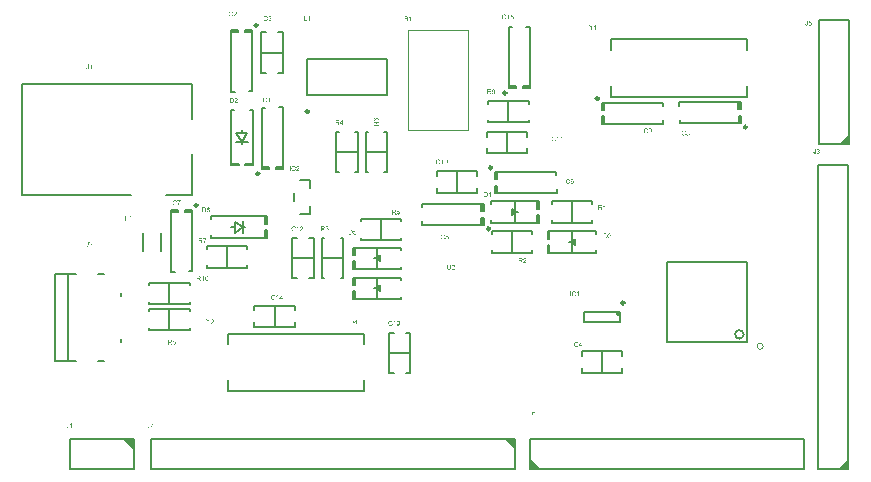
<source format=gto>
G04*
G04 #@! TF.GenerationSoftware,Altium Limited,Altium Designer,22.8.2 (66)*
G04*
G04 Layer_Color=65535*
%FSLAX44Y44*%
%MOMM*%
G71*
G04*
G04 #@! TF.SameCoordinates,AFBA7131-1AEE-443E-AB60-5C51F5C0F5D9*
G04*
G04*
G04 #@! TF.FilePolarity,Positive*
G04*
G01*
G75*
%ADD10C,0.2500*%
%ADD11C,0.2000*%
%ADD12C,0.1524*%
%ADD13C,0.0000*%
%ADD14C,0.1500*%
%ADD15C,0.1000*%
%ADD16R,0.6000X0.1500*%
%ADD17R,0.1500X0.6000*%
G36*
X315300Y899300D02*
X306300D01*
X315300Y890300D01*
Y899300D01*
D02*
G37*
G36*
X638000D02*
X629000D01*
X638000Y890300D01*
Y899300D01*
D02*
G37*
G36*
X650000Y874700D02*
X659000D01*
X650000Y883700D01*
Y874700D01*
D02*
G37*
G36*
X726700Y1004300D02*
Y1007300D01*
X723700D01*
X723200Y1007800D01*
Y1006300D01*
X724200Y1005300D01*
X726700Y1004300D01*
D02*
G37*
G36*
X919300Y874100D02*
Y883100D01*
X910300Y874100D01*
X919300D01*
D02*
G37*
G36*
X920300Y1149300D02*
Y1158300D01*
X911300Y1149300D01*
X920300D01*
D02*
G37*
G36*
X327884Y910361D02*
Y910355D01*
Y910337D01*
Y910312D01*
Y910275D01*
X327878Y910231D01*
Y910182D01*
X327872Y910070D01*
X327853Y909940D01*
X327834Y909810D01*
X327803Y909680D01*
X327760Y909568D01*
X327754Y909556D01*
X327735Y909525D01*
X327704Y909475D01*
X327667Y909413D01*
X327611Y909339D01*
X327543Y909270D01*
X327456Y909202D01*
X327363Y909140D01*
X327351Y909134D01*
X327314Y909116D01*
X327258Y909097D01*
X327184Y909072D01*
X327091Y909041D01*
X326985Y909023D01*
X326861Y909004D01*
X326731Y908998D01*
X326682D01*
X326644Y909004D01*
X326601Y909010D01*
X326545Y909016D01*
X326427Y909035D01*
X326297Y909072D01*
X326161Y909128D01*
X326093Y909159D01*
X326031Y909202D01*
X325969Y909246D01*
X325913Y909302D01*
Y909308D01*
X325901Y909314D01*
X325888Y909333D01*
X325870Y909357D01*
X325845Y909395D01*
X325826Y909432D01*
X325795Y909481D01*
X325770Y909531D01*
X325746Y909593D01*
X325721Y909661D01*
X325696Y909735D01*
X325678Y909822D01*
X325659Y909909D01*
X325647Y910008D01*
X325640Y910107D01*
Y910219D01*
X326124Y910287D01*
Y910281D01*
Y910268D01*
Y910244D01*
X326130Y910213D01*
Y910175D01*
X326136Y910132D01*
X326155Y910033D01*
X326173Y909921D01*
X326204Y909816D01*
X326248Y909723D01*
X326273Y909680D01*
X326297Y909642D01*
X326303Y909636D01*
X326328Y909618D01*
X326359Y909587D01*
X326409Y909562D01*
X326471Y909531D01*
X326545Y909500D01*
X326632Y909481D01*
X326731Y909475D01*
X326768D01*
X326805Y909481D01*
X326849Y909487D01*
X326905Y909500D01*
X326967Y909512D01*
X327023Y909537D01*
X327078Y909568D01*
X327084Y909574D01*
X327103Y909587D01*
X327128Y909605D01*
X327159Y909636D01*
X327196Y909667D01*
X327227Y909711D01*
X327258Y909760D01*
X327283Y909816D01*
Y909822D01*
X327295Y909847D01*
X327301Y909884D01*
X327314Y909940D01*
X327326Y910014D01*
X327332Y910101D01*
X327345Y910206D01*
Y910330D01*
Y913138D01*
X327884D01*
Y910361D01*
D02*
G37*
G36*
X331224Y912698D02*
X331218Y912692D01*
X331206Y912679D01*
X331187Y912654D01*
X331156Y912623D01*
X331125Y912580D01*
X331082Y912531D01*
X331032Y912468D01*
X330983Y912406D01*
X330927Y912332D01*
X330865Y912245D01*
X330797Y912159D01*
X330735Y912059D01*
X330667Y911954D01*
X330592Y911842D01*
X330524Y911719D01*
X330450Y911595D01*
X330443Y911588D01*
X330431Y911564D01*
X330412Y911526D01*
X330388Y911477D01*
X330357Y911415D01*
X330320Y911340D01*
X330276Y911254D01*
X330233Y911161D01*
X330189Y911062D01*
X330140Y910950D01*
X330090Y910832D01*
X330041Y910708D01*
X329948Y910454D01*
X329861Y910182D01*
Y910175D01*
X329855Y910157D01*
X329849Y910132D01*
X329836Y910095D01*
X329824Y910045D01*
X329811Y909989D01*
X329799Y909921D01*
X329780Y909853D01*
X329768Y909772D01*
X329749Y909686D01*
X329718Y909500D01*
X329694Y909289D01*
X329675Y909066D01*
X329161D01*
Y909072D01*
Y909091D01*
Y909116D01*
X329167Y909153D01*
Y909196D01*
X329173Y909252D01*
X329179Y909320D01*
X329185Y909388D01*
X329198Y909469D01*
X329210Y909562D01*
X329223Y909655D01*
X329241Y909754D01*
X329260Y909865D01*
X329285Y909977D01*
X329347Y910225D01*
Y910231D01*
X329353Y910256D01*
X329365Y910293D01*
X329378Y910343D01*
X329396Y910405D01*
X329421Y910473D01*
X329446Y910553D01*
X329477Y910646D01*
X329514Y910739D01*
X329551Y910845D01*
X329638Y911068D01*
X329743Y911303D01*
X329861Y911539D01*
X329867Y911545D01*
X329880Y911570D01*
X329898Y911601D01*
X329923Y911644D01*
X329954Y911700D01*
X329991Y911762D01*
X330034Y911830D01*
X330078Y911911D01*
X330189Y912078D01*
X330313Y912258D01*
X330443Y912438D01*
X330586Y912611D01*
X328591D01*
Y913088D01*
X331224D01*
Y912698D01*
D02*
G37*
G36*
X628638Y1259402D02*
X628688Y1259396D01*
X628750Y1259389D01*
X628818Y1259383D01*
X628893Y1259371D01*
X629054Y1259334D01*
X629227Y1259278D01*
X629314Y1259241D01*
X629401Y1259197D01*
X629481Y1259148D01*
X629562Y1259092D01*
X629568Y1259086D01*
X629580Y1259080D01*
X629599Y1259061D01*
X629630Y1259036D01*
X629661Y1259005D01*
X629704Y1258962D01*
X629748Y1258918D01*
X629791Y1258869D01*
X629841Y1258807D01*
X629884Y1258745D01*
X629934Y1258671D01*
X629983Y1258590D01*
X630027Y1258509D01*
X630070Y1258416D01*
X630144Y1258218D01*
X629611Y1258094D01*
Y1258100D01*
X629605Y1258113D01*
X629599Y1258138D01*
X629587Y1258168D01*
X629568Y1258206D01*
X629549Y1258249D01*
X629506Y1258342D01*
X629450Y1258447D01*
X629376Y1258559D01*
X629295Y1258658D01*
X629196Y1258745D01*
X629184Y1258751D01*
X629147Y1258776D01*
X629091Y1258807D01*
X629010Y1258850D01*
X628917Y1258887D01*
X628800Y1258918D01*
X628669Y1258943D01*
X628521Y1258949D01*
X628477D01*
X628446Y1258943D01*
X628403D01*
X628359Y1258937D01*
X628248Y1258918D01*
X628124Y1258894D01*
X627994Y1258850D01*
X627864Y1258794D01*
X627740Y1258720D01*
X627734D01*
X627727Y1258708D01*
X627690Y1258677D01*
X627634Y1258627D01*
X627566Y1258559D01*
X627498Y1258472D01*
X627424Y1258373D01*
X627355Y1258249D01*
X627300Y1258113D01*
Y1258107D01*
X627294Y1258094D01*
X627287Y1258075D01*
X627281Y1258045D01*
X627269Y1258014D01*
X627263Y1257970D01*
X627238Y1257871D01*
X627213Y1257753D01*
X627194Y1257623D01*
X627182Y1257480D01*
X627176Y1257332D01*
Y1257326D01*
Y1257307D01*
Y1257282D01*
Y1257245D01*
X627182Y1257202D01*
Y1257146D01*
X627188Y1257090D01*
X627194Y1257028D01*
X627213Y1256886D01*
X627238Y1256731D01*
X627275Y1256576D01*
X627324Y1256427D01*
Y1256421D01*
X627331Y1256408D01*
X627343Y1256390D01*
X627355Y1256365D01*
X627387Y1256291D01*
X627436Y1256210D01*
X627504Y1256111D01*
X627585Y1256018D01*
X627678Y1255925D01*
X627789Y1255844D01*
X627795D01*
X627802Y1255838D01*
X627820Y1255826D01*
X627845Y1255813D01*
X627913Y1255789D01*
X628000Y1255751D01*
X628099Y1255720D01*
X628217Y1255689D01*
X628347Y1255665D01*
X628484Y1255658D01*
X628527D01*
X628558Y1255665D01*
X628595D01*
X628645Y1255671D01*
X628750Y1255689D01*
X628868Y1255720D01*
X628998Y1255770D01*
X629122Y1255832D01*
X629246Y1255919D01*
X629252Y1255925D01*
X629258Y1255931D01*
X629295Y1255968D01*
X629351Y1256030D01*
X629419Y1256111D01*
X629487Y1256222D01*
X629562Y1256353D01*
X629624Y1256514D01*
X629673Y1256693D01*
X630213Y1256557D01*
Y1256551D01*
X630206Y1256526D01*
X630194Y1256495D01*
X630182Y1256445D01*
X630157Y1256396D01*
X630132Y1256328D01*
X630107Y1256260D01*
X630070Y1256185D01*
X629990Y1256018D01*
X629878Y1255851D01*
X629754Y1255689D01*
X629680Y1255615D01*
X629599Y1255547D01*
X629593Y1255541D01*
X629580Y1255535D01*
X629556Y1255516D01*
X629519Y1255491D01*
X629475Y1255466D01*
X629426Y1255435D01*
X629370Y1255404D01*
X629302Y1255373D01*
X629227Y1255342D01*
X629147Y1255311D01*
X629054Y1255280D01*
X628961Y1255256D01*
X628756Y1255212D01*
X628645Y1255206D01*
X628527Y1255200D01*
X628465D01*
X628415Y1255206D01*
X628359D01*
X628298Y1255212D01*
X628223Y1255225D01*
X628149Y1255231D01*
X627975Y1255268D01*
X627795Y1255311D01*
X627622Y1255380D01*
X627535Y1255417D01*
X627455Y1255466D01*
X627449Y1255472D01*
X627436Y1255479D01*
X627417Y1255497D01*
X627387Y1255516D01*
X627312Y1255578D01*
X627225Y1255665D01*
X627120Y1255770D01*
X627021Y1255906D01*
X626916Y1256061D01*
X626829Y1256241D01*
Y1256247D01*
X626823Y1256266D01*
X626810Y1256291D01*
X626798Y1256328D01*
X626779Y1256377D01*
X626760Y1256433D01*
X626742Y1256495D01*
X626723Y1256570D01*
X626705Y1256644D01*
X626686Y1256731D01*
X626649Y1256917D01*
X626624Y1257115D01*
X626618Y1257332D01*
Y1257338D01*
Y1257363D01*
Y1257394D01*
X626624Y1257437D01*
Y1257493D01*
X626630Y1257561D01*
X626637Y1257629D01*
X626649Y1257710D01*
X626680Y1257883D01*
X626717Y1258069D01*
X626779Y1258261D01*
X626860Y1258441D01*
Y1258447D01*
X626872Y1258460D01*
X626884Y1258485D01*
X626903Y1258522D01*
X626928Y1258559D01*
X626959Y1258602D01*
X627039Y1258708D01*
X627132Y1258825D01*
X627250Y1258943D01*
X627393Y1259061D01*
X627548Y1259160D01*
X627554D01*
X627566Y1259173D01*
X627591Y1259185D01*
X627628Y1259197D01*
X627665Y1259216D01*
X627715Y1259241D01*
X627777Y1259259D01*
X627839Y1259284D01*
X627907Y1259309D01*
X627981Y1259327D01*
X628149Y1259371D01*
X628335Y1259396D01*
X628533Y1259408D01*
X628595D01*
X628638Y1259402D01*
D02*
G37*
G36*
X636336Y1258801D02*
X634712D01*
X634489Y1257704D01*
X634495Y1257710D01*
X634507Y1257716D01*
X634526Y1257728D01*
X634551Y1257747D01*
X634588Y1257766D01*
X634625Y1257784D01*
X634725Y1257834D01*
X634836Y1257883D01*
X634966Y1257921D01*
X635109Y1257952D01*
X635257Y1257964D01*
X635307D01*
X635344Y1257958D01*
X635394Y1257952D01*
X635443Y1257945D01*
X635505Y1257933D01*
X635567Y1257921D01*
X635710Y1257871D01*
X635784Y1257846D01*
X635859Y1257809D01*
X635939Y1257766D01*
X636014Y1257716D01*
X636088Y1257660D01*
X636156Y1257592D01*
X636162Y1257586D01*
X636175Y1257573D01*
X636193Y1257555D01*
X636212Y1257524D01*
X636243Y1257487D01*
X636274Y1257443D01*
X636305Y1257394D01*
X636342Y1257338D01*
X636379Y1257270D01*
X636410Y1257202D01*
X636441Y1257121D01*
X636472Y1257040D01*
X636491Y1256947D01*
X636509Y1256855D01*
X636522Y1256749D01*
X636528Y1256644D01*
Y1256638D01*
Y1256619D01*
Y1256588D01*
X636522Y1256551D01*
X636516Y1256501D01*
X636509Y1256445D01*
X636503Y1256384D01*
X636491Y1256315D01*
X636447Y1256167D01*
X636392Y1256012D01*
X636354Y1255925D01*
X636311Y1255844D01*
X636261Y1255764D01*
X636206Y1255689D01*
X636199Y1255683D01*
X636187Y1255671D01*
X636162Y1255646D01*
X636131Y1255615D01*
X636094Y1255578D01*
X636045Y1255535D01*
X635989Y1255491D01*
X635921Y1255448D01*
X635852Y1255398D01*
X635772Y1255355D01*
X635679Y1255311D01*
X635586Y1255274D01*
X635481Y1255243D01*
X635375Y1255218D01*
X635257Y1255206D01*
X635134Y1255200D01*
X635078D01*
X635041Y1255206D01*
X634997Y1255212D01*
X634941Y1255218D01*
X634879Y1255225D01*
X634811Y1255237D01*
X634669Y1255274D01*
X634520Y1255330D01*
X634446Y1255367D01*
X634371Y1255411D01*
X634297Y1255454D01*
X634229Y1255510D01*
X634222Y1255516D01*
X634216Y1255522D01*
X634198Y1255541D01*
X634173Y1255565D01*
X634148Y1255596D01*
X634117Y1255634D01*
X634086Y1255677D01*
X634049Y1255727D01*
X633981Y1255844D01*
X633913Y1255987D01*
X633863Y1256148D01*
X633844Y1256241D01*
X633832Y1256334D01*
X634359Y1256371D01*
Y1256365D01*
Y1256353D01*
X634365Y1256334D01*
X634371Y1256309D01*
X634390Y1256241D01*
X634415Y1256154D01*
X634446Y1256061D01*
X634495Y1255968D01*
X634551Y1255875D01*
X634625Y1255795D01*
X634638Y1255789D01*
X634663Y1255764D01*
X634706Y1255739D01*
X634768Y1255702D01*
X634842Y1255671D01*
X634929Y1255640D01*
X635028Y1255615D01*
X635134Y1255609D01*
X635171D01*
X635196Y1255615D01*
X635264Y1255621D01*
X635350Y1255640D01*
X635443Y1255677D01*
X635549Y1255720D01*
X635648Y1255789D01*
X635698Y1255826D01*
X635747Y1255875D01*
Y1255882D01*
X635760Y1255888D01*
X635784Y1255925D01*
X635828Y1255987D01*
X635871Y1256068D01*
X635914Y1256173D01*
X635958Y1256297D01*
X635983Y1256439D01*
X635995Y1256600D01*
Y1256607D01*
Y1256619D01*
Y1256644D01*
X635989Y1256669D01*
Y1256706D01*
X635983Y1256749D01*
X635964Y1256848D01*
X635939Y1256954D01*
X635896Y1257065D01*
X635834Y1257177D01*
X635753Y1257276D01*
X635741Y1257288D01*
X635710Y1257313D01*
X635660Y1257357D01*
X635586Y1257400D01*
X635499Y1257443D01*
X635388Y1257487D01*
X635264Y1257512D01*
X635127Y1257524D01*
X635084D01*
X635041Y1257518D01*
X634979Y1257512D01*
X634910Y1257493D01*
X634836Y1257474D01*
X634762Y1257443D01*
X634687Y1257406D01*
X634681Y1257400D01*
X634656Y1257388D01*
X634619Y1257363D01*
X634576Y1257332D01*
X634532Y1257288D01*
X634483Y1257239D01*
X634433Y1257183D01*
X634390Y1257121D01*
X633919Y1257189D01*
X634315Y1259278D01*
X636336D01*
Y1258801D01*
D02*
G37*
G36*
X632555Y1255268D02*
X632053D01*
Y1258454D01*
X632047Y1258447D01*
X632022Y1258423D01*
X631979Y1258392D01*
X631923Y1258348D01*
X631855Y1258292D01*
X631774Y1258237D01*
X631681Y1258168D01*
X631576Y1258107D01*
X631570D01*
X631564Y1258100D01*
X631526Y1258075D01*
X631471Y1258045D01*
X631403Y1258007D01*
X631322Y1257964D01*
X631235Y1257927D01*
X631142Y1257883D01*
X631055Y1257846D01*
Y1258336D01*
X631062D01*
X631074Y1258342D01*
X631099Y1258354D01*
X631124Y1258373D01*
X631161Y1258392D01*
X631204Y1258410D01*
X631303Y1258466D01*
X631415Y1258534D01*
X631539Y1258615D01*
X631663Y1258708D01*
X631781Y1258807D01*
X631787Y1258813D01*
X631793Y1258819D01*
X631830Y1258856D01*
X631886Y1258912D01*
X631954Y1258980D01*
X632029Y1259067D01*
X632103Y1259160D01*
X632171Y1259259D01*
X632227Y1259358D01*
X632555D01*
Y1255268D01*
D02*
G37*
G36*
X748655Y1163098D02*
X748705Y1163092D01*
X748767Y1163085D01*
X748835Y1163079D01*
X748909Y1163067D01*
X749070Y1163030D01*
X749244Y1162974D01*
X749331Y1162937D01*
X749417Y1162893D01*
X749498Y1162844D01*
X749579Y1162788D01*
X749585Y1162782D01*
X749597Y1162776D01*
X749616Y1162757D01*
X749647Y1162732D01*
X749678Y1162701D01*
X749721Y1162658D01*
X749764Y1162615D01*
X749808Y1162565D01*
X749857Y1162503D01*
X749901Y1162441D01*
X749950Y1162367D01*
X750000Y1162286D01*
X750043Y1162205D01*
X750087Y1162113D01*
X750161Y1161914D01*
X749628Y1161790D01*
Y1161796D01*
X749622Y1161809D01*
X749616Y1161834D01*
X749603Y1161865D01*
X749585Y1161902D01*
X749566Y1161945D01*
X749523Y1162038D01*
X749467Y1162143D01*
X749393Y1162255D01*
X749312Y1162354D01*
X749213Y1162441D01*
X749201Y1162447D01*
X749163Y1162472D01*
X749108Y1162503D01*
X749027Y1162546D01*
X748934Y1162583D01*
X748816Y1162615D01*
X748686Y1162639D01*
X748537Y1162645D01*
X748494D01*
X748463Y1162639D01*
X748420D01*
X748376Y1162633D01*
X748265Y1162615D01*
X748141Y1162590D01*
X748011Y1162546D01*
X747880Y1162490D01*
X747757Y1162416D01*
X747750D01*
X747744Y1162404D01*
X747707Y1162373D01*
X747651Y1162323D01*
X747583Y1162255D01*
X747515Y1162168D01*
X747440Y1162069D01*
X747372Y1161945D01*
X747316Y1161809D01*
Y1161803D01*
X747310Y1161790D01*
X747304Y1161772D01*
X747298Y1161741D01*
X747285Y1161710D01*
X747279Y1161666D01*
X747254Y1161567D01*
X747230Y1161449D01*
X747211Y1161319D01*
X747199Y1161177D01*
X747193Y1161028D01*
Y1161022D01*
Y1161003D01*
Y1160978D01*
Y1160941D01*
X747199Y1160898D01*
Y1160842D01*
X747205Y1160786D01*
X747211Y1160724D01*
X747230Y1160582D01*
X747254Y1160427D01*
X747292Y1160272D01*
X747341Y1160123D01*
Y1160117D01*
X747347Y1160104D01*
X747360Y1160086D01*
X747372Y1160061D01*
X747403Y1159987D01*
X747453Y1159906D01*
X747521Y1159807D01*
X747601Y1159714D01*
X747694Y1159621D01*
X747806Y1159540D01*
X747812D01*
X747818Y1159534D01*
X747837Y1159522D01*
X747862Y1159510D01*
X747930Y1159485D01*
X748017Y1159447D01*
X748116Y1159417D01*
X748234Y1159386D01*
X748364Y1159361D01*
X748500Y1159354D01*
X748544D01*
X748575Y1159361D01*
X748612D01*
X748661Y1159367D01*
X748767Y1159386D01*
X748884Y1159417D01*
X749015Y1159466D01*
X749138Y1159528D01*
X749262Y1159615D01*
X749269Y1159621D01*
X749275Y1159627D01*
X749312Y1159664D01*
X749368Y1159726D01*
X749436Y1159807D01*
X749504Y1159919D01*
X749579Y1160049D01*
X749641Y1160210D01*
X749690Y1160389D01*
X750229Y1160253D01*
Y1160247D01*
X750223Y1160222D01*
X750211Y1160191D01*
X750198Y1160142D01*
X750173Y1160092D01*
X750149Y1160024D01*
X750124Y1159956D01*
X750087Y1159881D01*
X750006Y1159714D01*
X749895Y1159547D01*
X749771Y1159386D01*
X749696Y1159311D01*
X749616Y1159243D01*
X749610Y1159237D01*
X749597Y1159231D01*
X749572Y1159212D01*
X749535Y1159187D01*
X749492Y1159162D01*
X749442Y1159131D01*
X749386Y1159100D01*
X749318Y1159069D01*
X749244Y1159038D01*
X749163Y1159007D01*
X749070Y1158977D01*
X748977Y1158952D01*
X748773Y1158908D01*
X748661Y1158902D01*
X748544Y1158896D01*
X748482D01*
X748432Y1158902D01*
X748376D01*
X748314Y1158908D01*
X748240Y1158921D01*
X748166Y1158927D01*
X747992Y1158964D01*
X747812Y1159007D01*
X747639Y1159076D01*
X747552Y1159113D01*
X747471Y1159162D01*
X747465Y1159169D01*
X747453Y1159175D01*
X747434Y1159193D01*
X747403Y1159212D01*
X747329Y1159274D01*
X747242Y1159361D01*
X747137Y1159466D01*
X747038Y1159602D01*
X746932Y1159757D01*
X746845Y1159937D01*
Y1159943D01*
X746839Y1159962D01*
X746827Y1159987D01*
X746814Y1160024D01*
X746796Y1160073D01*
X746777Y1160129D01*
X746759Y1160191D01*
X746740Y1160266D01*
X746721Y1160340D01*
X746703Y1160427D01*
X746666Y1160613D01*
X746641Y1160811D01*
X746635Y1161028D01*
Y1161034D01*
Y1161059D01*
Y1161090D01*
X746641Y1161133D01*
Y1161189D01*
X746647Y1161257D01*
X746653Y1161325D01*
X746666Y1161406D01*
X746697Y1161580D01*
X746734Y1161765D01*
X746796Y1161957D01*
X746876Y1162137D01*
Y1162143D01*
X746889Y1162156D01*
X746901Y1162181D01*
X746920Y1162218D01*
X746945Y1162255D01*
X746976Y1162298D01*
X747056Y1162404D01*
X747149Y1162522D01*
X747267Y1162639D01*
X747409Y1162757D01*
X747564Y1162856D01*
X747570D01*
X747583Y1162869D01*
X747608Y1162881D01*
X747645Y1162893D01*
X747682Y1162912D01*
X747732Y1162937D01*
X747794Y1162955D01*
X747856Y1162980D01*
X747924Y1163005D01*
X747998Y1163024D01*
X748166Y1163067D01*
X748351Y1163092D01*
X748550Y1163104D01*
X748612D01*
X748655Y1163098D01*
D02*
G37*
G36*
X752033Y1163048D02*
X752064D01*
X752107Y1163042D01*
X752206Y1163030D01*
X752318Y1162999D01*
X752436Y1162962D01*
X752566Y1162912D01*
X752690Y1162838D01*
X752696D01*
X752702Y1162825D01*
X752721Y1162813D01*
X752746Y1162800D01*
X752801Y1162751D01*
X752876Y1162683D01*
X752956Y1162590D01*
X753043Y1162490D01*
X753124Y1162367D01*
X753192Y1162224D01*
Y1162218D01*
X753198Y1162205D01*
X753210Y1162181D01*
X753217Y1162150D01*
X753235Y1162113D01*
X753248Y1162063D01*
X753260Y1162001D01*
X753279Y1161933D01*
X753297Y1161858D01*
X753309Y1161772D01*
X753328Y1161679D01*
X753341Y1161580D01*
X753347Y1161468D01*
X753359Y1161350D01*
X753365Y1161220D01*
Y1161084D01*
Y1161077D01*
Y1161047D01*
Y1161009D01*
Y1160954D01*
X753359Y1160891D01*
Y1160811D01*
X753353Y1160730D01*
X753347Y1160637D01*
X753322Y1160439D01*
X753291Y1160228D01*
X753248Y1160024D01*
X753223Y1159931D01*
X753192Y1159838D01*
Y1159832D01*
X753186Y1159819D01*
X753173Y1159795D01*
X753161Y1159764D01*
X753142Y1159720D01*
X753124Y1159677D01*
X753068Y1159578D01*
X752993Y1159460D01*
X752907Y1159342D01*
X752807Y1159231D01*
X752690Y1159131D01*
X752684D01*
X752677Y1159119D01*
X752659Y1159113D01*
X752628Y1159094D01*
X752597Y1159076D01*
X752560Y1159057D01*
X752467Y1159014D01*
X752349Y1158970D01*
X752219Y1158933D01*
X752064Y1158908D01*
X751903Y1158896D01*
X751859D01*
X751822Y1158902D01*
X751785D01*
X751735Y1158908D01*
X751624Y1158927D01*
X751500Y1158958D01*
X751370Y1159007D01*
X751246Y1159069D01*
X751122Y1159156D01*
X751116Y1159162D01*
X751109Y1159169D01*
X751072Y1159206D01*
X751023Y1159268D01*
X750961Y1159348D01*
X750899Y1159454D01*
X750843Y1159584D01*
X750793Y1159733D01*
X750762Y1159906D01*
X751239Y1159943D01*
Y1159937D01*
Y1159931D01*
X751246Y1159912D01*
X751252Y1159887D01*
X751264Y1159826D01*
X751289Y1159757D01*
X751320Y1159677D01*
X751357Y1159596D01*
X751407Y1159516D01*
X751469Y1159454D01*
X751475Y1159447D01*
X751500Y1159429D01*
X751537Y1159404D01*
X751593Y1159379D01*
X751655Y1159354D01*
X751729Y1159330D01*
X751816Y1159311D01*
X751915Y1159305D01*
X751952D01*
X751996Y1159311D01*
X752051Y1159317D01*
X752113Y1159330D01*
X752182Y1159348D01*
X752250Y1159373D01*
X752318Y1159410D01*
X752324Y1159417D01*
X752349Y1159429D01*
X752380Y1159454D01*
X752417Y1159485D01*
X752467Y1159522D01*
X752510Y1159571D01*
X752560Y1159627D01*
X752603Y1159689D01*
X752609Y1159695D01*
X752622Y1159720D01*
X752640Y1159764D01*
X752671Y1159819D01*
X752696Y1159887D01*
X752727Y1159968D01*
X752758Y1160061D01*
X752789Y1160166D01*
Y1160173D01*
X752795Y1160179D01*
Y1160197D01*
X752801Y1160216D01*
X752814Y1160278D01*
X752826Y1160359D01*
X752839Y1160452D01*
X752851Y1160551D01*
X752863Y1160662D01*
Y1160780D01*
Y1160786D01*
Y1160805D01*
Y1160836D01*
Y1160879D01*
X752857Y1160867D01*
X752832Y1160842D01*
X752801Y1160792D01*
X752752Y1160743D01*
X752696Y1160681D01*
X752622Y1160613D01*
X752541Y1160551D01*
X752448Y1160489D01*
X752436Y1160482D01*
X752405Y1160464D01*
X752349Y1160445D01*
X752281Y1160421D01*
X752200Y1160389D01*
X752107Y1160371D01*
X752002Y1160352D01*
X751890Y1160346D01*
X751841D01*
X751804Y1160352D01*
X751760Y1160359D01*
X751711Y1160365D01*
X751593Y1160389D01*
X751456Y1160433D01*
X751388Y1160464D01*
X751314Y1160501D01*
X751246Y1160545D01*
X751171Y1160594D01*
X751103Y1160650D01*
X751035Y1160712D01*
X751029Y1160718D01*
X751023Y1160730D01*
X751004Y1160749D01*
X750979Y1160780D01*
X750954Y1160817D01*
X750923Y1160861D01*
X750892Y1160910D01*
X750862Y1160972D01*
X750831Y1161034D01*
X750799Y1161108D01*
X750769Y1161189D01*
X750744Y1161276D01*
X750719Y1161369D01*
X750700Y1161462D01*
X750694Y1161567D01*
X750688Y1161679D01*
Y1161685D01*
Y1161703D01*
Y1161741D01*
X750694Y1161784D01*
X750700Y1161834D01*
X750706Y1161896D01*
X750719Y1161964D01*
X750731Y1162038D01*
X750775Y1162193D01*
X750806Y1162280D01*
X750843Y1162360D01*
X750880Y1162447D01*
X750930Y1162528D01*
X750985Y1162602D01*
X751047Y1162676D01*
X751054Y1162683D01*
X751066Y1162695D01*
X751085Y1162714D01*
X751116Y1162738D01*
X751147Y1162763D01*
X751190Y1162794D01*
X751239Y1162831D01*
X751301Y1162869D01*
X751364Y1162900D01*
X751432Y1162937D01*
X751587Y1162999D01*
X751673Y1163017D01*
X751766Y1163036D01*
X751865Y1163048D01*
X751965Y1163055D01*
X752002D01*
X752033Y1163048D01*
D02*
G37*
G36*
X576646Y1073098D02*
X576695Y1073092D01*
X576757Y1073085D01*
X576826Y1073079D01*
X576900Y1073067D01*
X577061Y1073030D01*
X577235Y1072974D01*
X577321Y1072937D01*
X577408Y1072893D01*
X577489Y1072844D01*
X577569Y1072788D01*
X577575Y1072782D01*
X577588Y1072776D01*
X577607Y1072757D01*
X577637Y1072732D01*
X577668Y1072701D01*
X577712Y1072658D01*
X577755Y1072615D01*
X577799Y1072565D01*
X577848Y1072503D01*
X577892Y1072441D01*
X577941Y1072367D01*
X577991Y1072286D01*
X578034Y1072205D01*
X578078Y1072113D01*
X578152Y1071914D01*
X577619Y1071790D01*
Y1071796D01*
X577613Y1071809D01*
X577607Y1071834D01*
X577594Y1071865D01*
X577575Y1071902D01*
X577557Y1071945D01*
X577514Y1072038D01*
X577458Y1072143D01*
X577383Y1072255D01*
X577303Y1072354D01*
X577204Y1072441D01*
X577191Y1072447D01*
X577154Y1072472D01*
X577098Y1072503D01*
X577018Y1072546D01*
X576925Y1072583D01*
X576807Y1072615D01*
X576677Y1072639D01*
X576528Y1072645D01*
X576485D01*
X576454Y1072639D01*
X576410D01*
X576367Y1072633D01*
X576255Y1072615D01*
X576131Y1072590D01*
X576001Y1072546D01*
X575871Y1072490D01*
X575747Y1072416D01*
X575741D01*
X575735Y1072404D01*
X575698Y1072373D01*
X575642Y1072323D01*
X575574Y1072255D01*
X575505Y1072168D01*
X575431Y1072069D01*
X575363Y1071945D01*
X575307Y1071809D01*
Y1071803D01*
X575301Y1071790D01*
X575295Y1071772D01*
X575289Y1071741D01*
X575276Y1071710D01*
X575270Y1071666D01*
X575245Y1071567D01*
X575220Y1071449D01*
X575202Y1071319D01*
X575189Y1071177D01*
X575183Y1071028D01*
Y1071022D01*
Y1071003D01*
Y1070978D01*
Y1070941D01*
X575189Y1070898D01*
Y1070842D01*
X575196Y1070786D01*
X575202Y1070724D01*
X575220Y1070582D01*
X575245Y1070427D01*
X575282Y1070272D01*
X575332Y1070123D01*
Y1070117D01*
X575338Y1070104D01*
X575350Y1070086D01*
X575363Y1070061D01*
X575394Y1069987D01*
X575443Y1069906D01*
X575512Y1069807D01*
X575592Y1069714D01*
X575685Y1069621D01*
X575797Y1069540D01*
X575803D01*
X575809Y1069534D01*
X575828Y1069522D01*
X575853Y1069510D01*
X575921Y1069485D01*
X576007Y1069447D01*
X576107Y1069417D01*
X576224Y1069386D01*
X576354Y1069361D01*
X576491Y1069354D01*
X576534D01*
X576565Y1069361D01*
X576603D01*
X576652Y1069367D01*
X576757Y1069386D01*
X576875Y1069417D01*
X577005Y1069466D01*
X577129Y1069528D01*
X577253Y1069615D01*
X577259Y1069621D01*
X577266Y1069627D01*
X577303Y1069664D01*
X577359Y1069726D01*
X577427Y1069807D01*
X577495Y1069919D01*
X577569Y1070049D01*
X577631Y1070210D01*
X577681Y1070389D01*
X578220Y1070253D01*
Y1070247D01*
X578214Y1070222D01*
X578201Y1070191D01*
X578189Y1070142D01*
X578164Y1070092D01*
X578139Y1070024D01*
X578115Y1069956D01*
X578078Y1069881D01*
X577997Y1069714D01*
X577885Y1069547D01*
X577761Y1069386D01*
X577687Y1069311D01*
X577607Y1069243D01*
X577600Y1069237D01*
X577588Y1069231D01*
X577563Y1069212D01*
X577526Y1069187D01*
X577482Y1069162D01*
X577433Y1069131D01*
X577377Y1069100D01*
X577309Y1069069D01*
X577235Y1069038D01*
X577154Y1069007D01*
X577061Y1068977D01*
X576968Y1068952D01*
X576764Y1068908D01*
X576652Y1068902D01*
X576534Y1068896D01*
X576472D01*
X576423Y1068902D01*
X576367D01*
X576305Y1068908D01*
X576231Y1068921D01*
X576156Y1068927D01*
X575983Y1068964D01*
X575803Y1069007D01*
X575629Y1069076D01*
X575543Y1069113D01*
X575462Y1069162D01*
X575456Y1069169D01*
X575443Y1069175D01*
X575425Y1069193D01*
X575394Y1069212D01*
X575320Y1069274D01*
X575233Y1069361D01*
X575127Y1069466D01*
X575028Y1069602D01*
X574923Y1069757D01*
X574836Y1069937D01*
Y1069943D01*
X574830Y1069962D01*
X574818Y1069987D01*
X574805Y1070024D01*
X574787Y1070073D01*
X574768Y1070129D01*
X574749Y1070191D01*
X574731Y1070266D01*
X574712Y1070340D01*
X574694Y1070427D01*
X574656Y1070613D01*
X574632Y1070811D01*
X574625Y1071028D01*
Y1071034D01*
Y1071059D01*
Y1071090D01*
X574632Y1071133D01*
Y1071189D01*
X574638Y1071257D01*
X574644Y1071325D01*
X574656Y1071406D01*
X574687Y1071580D01*
X574725Y1071765D01*
X574787Y1071957D01*
X574867Y1072137D01*
Y1072143D01*
X574879Y1072156D01*
X574892Y1072181D01*
X574911Y1072218D01*
X574935Y1072255D01*
X574966Y1072298D01*
X575047Y1072404D01*
X575140Y1072522D01*
X575258Y1072639D01*
X575400Y1072757D01*
X575555Y1072856D01*
X575561D01*
X575574Y1072869D01*
X575598Y1072881D01*
X575636Y1072893D01*
X575673Y1072912D01*
X575722Y1072937D01*
X575784Y1072955D01*
X575846Y1072980D01*
X575914Y1073005D01*
X575989Y1073024D01*
X576156Y1073067D01*
X576342Y1073092D01*
X576540Y1073104D01*
X576603D01*
X576646Y1073098D01*
D02*
G37*
G36*
X581183Y1072497D02*
X579559D01*
X579336Y1071400D01*
X579342Y1071406D01*
X579354Y1071412D01*
X579373Y1071424D01*
X579398Y1071443D01*
X579435Y1071462D01*
X579472Y1071480D01*
X579571Y1071530D01*
X579683Y1071580D01*
X579813Y1071617D01*
X579955Y1071648D01*
X580104Y1071660D01*
X580154D01*
X580191Y1071654D01*
X580240Y1071648D01*
X580290Y1071641D01*
X580352Y1071629D01*
X580414Y1071617D01*
X580556Y1071567D01*
X580631Y1071542D01*
X580705Y1071505D01*
X580786Y1071462D01*
X580860Y1071412D01*
X580935Y1071356D01*
X581003Y1071288D01*
X581009Y1071282D01*
X581021Y1071270D01*
X581040Y1071251D01*
X581059Y1071220D01*
X581090Y1071183D01*
X581120Y1071139D01*
X581152Y1071090D01*
X581189Y1071034D01*
X581226Y1070966D01*
X581257Y1070898D01*
X581288Y1070817D01*
X581319Y1070737D01*
X581337Y1070644D01*
X581356Y1070551D01*
X581368Y1070445D01*
X581375Y1070340D01*
Y1070334D01*
Y1070315D01*
Y1070284D01*
X581368Y1070247D01*
X581362Y1070197D01*
X581356Y1070142D01*
X581350Y1070080D01*
X581337Y1070012D01*
X581294Y1069863D01*
X581238Y1069708D01*
X581201Y1069621D01*
X581158Y1069540D01*
X581108Y1069460D01*
X581052Y1069386D01*
X581046Y1069379D01*
X581034Y1069367D01*
X581009Y1069342D01*
X580978Y1069311D01*
X580941Y1069274D01*
X580891Y1069231D01*
X580835Y1069187D01*
X580767Y1069144D01*
X580699Y1069094D01*
X580619Y1069051D01*
X580526Y1069007D01*
X580433Y1068970D01*
X580327Y1068939D01*
X580222Y1068914D01*
X580104Y1068902D01*
X579980Y1068896D01*
X579924D01*
X579887Y1068902D01*
X579844Y1068908D01*
X579788Y1068914D01*
X579726Y1068921D01*
X579658Y1068933D01*
X579515Y1068970D01*
X579367Y1069026D01*
X579292Y1069063D01*
X579218Y1069107D01*
X579143Y1069150D01*
X579075Y1069206D01*
X579069Y1069212D01*
X579063Y1069218D01*
X579044Y1069237D01*
X579020Y1069262D01*
X578995Y1069293D01*
X578964Y1069330D01*
X578933Y1069373D01*
X578896Y1069423D01*
X578827Y1069540D01*
X578759Y1069683D01*
X578710Y1069844D01*
X578691Y1069937D01*
X578679Y1070030D01*
X579205Y1070067D01*
Y1070061D01*
Y1070049D01*
X579212Y1070030D01*
X579218Y1070005D01*
X579236Y1069937D01*
X579261Y1069850D01*
X579292Y1069757D01*
X579342Y1069664D01*
X579398Y1069571D01*
X579472Y1069491D01*
X579484Y1069485D01*
X579509Y1069460D01*
X579552Y1069435D01*
X579614Y1069398D01*
X579689Y1069367D01*
X579776Y1069336D01*
X579875Y1069311D01*
X579980Y1069305D01*
X580017D01*
X580042Y1069311D01*
X580110Y1069317D01*
X580197Y1069336D01*
X580290Y1069373D01*
X580395Y1069417D01*
X580494Y1069485D01*
X580544Y1069522D01*
X580594Y1069571D01*
Y1069578D01*
X580606Y1069584D01*
X580631Y1069621D01*
X580674Y1069683D01*
X580718Y1069764D01*
X580761Y1069869D01*
X580804Y1069993D01*
X580829Y1070135D01*
X580842Y1070297D01*
Y1070303D01*
Y1070315D01*
Y1070340D01*
X580835Y1070365D01*
Y1070402D01*
X580829Y1070445D01*
X580811Y1070545D01*
X580786Y1070650D01*
X580742Y1070761D01*
X580681Y1070873D01*
X580600Y1070972D01*
X580588Y1070984D01*
X580556Y1071009D01*
X580507Y1071053D01*
X580433Y1071096D01*
X580346Y1071139D01*
X580234Y1071183D01*
X580110Y1071208D01*
X579974Y1071220D01*
X579931D01*
X579887Y1071214D01*
X579825Y1071208D01*
X579757Y1071189D01*
X579683Y1071170D01*
X579608Y1071139D01*
X579534Y1071102D01*
X579528Y1071096D01*
X579503Y1071084D01*
X579466Y1071059D01*
X579422Y1071028D01*
X579379Y1070984D01*
X579329Y1070935D01*
X579280Y1070879D01*
X579236Y1070817D01*
X578765Y1070885D01*
X579162Y1072974D01*
X581183D01*
Y1072497D01*
D02*
G37*
G36*
X686212Y1120048D02*
X686250D01*
X686299Y1120042D01*
X686411Y1120023D01*
X686535Y1119986D01*
X686665Y1119937D01*
X686795Y1119875D01*
X686857Y1119831D01*
X686919Y1119782D01*
X686925D01*
X686932Y1119769D01*
X686969Y1119732D01*
X687018Y1119670D01*
X687080Y1119590D01*
X687148Y1119484D01*
X687204Y1119360D01*
X687260Y1119212D01*
X687291Y1119044D01*
X686795Y1119007D01*
Y1119013D01*
Y1119019D01*
X686783Y1119057D01*
X686764Y1119106D01*
X686746Y1119168D01*
X686684Y1119311D01*
X686646Y1119373D01*
X686603Y1119428D01*
X686597Y1119441D01*
X686566Y1119466D01*
X686522Y1119497D01*
X686467Y1119540D01*
X686392Y1119577D01*
X686305Y1119614D01*
X686206Y1119639D01*
X686101Y1119645D01*
X686058D01*
X686014Y1119639D01*
X685958Y1119627D01*
X685890Y1119614D01*
X685816Y1119590D01*
X685748Y1119553D01*
X685673Y1119509D01*
X685661Y1119503D01*
X685636Y1119478D01*
X685593Y1119435D01*
X685543Y1119379D01*
X685481Y1119311D01*
X685419Y1119224D01*
X685357Y1119119D01*
X685302Y1119001D01*
Y1118995D01*
X685295Y1118988D01*
X685289Y1118964D01*
X685283Y1118939D01*
X685270Y1118908D01*
X685258Y1118865D01*
X685246Y1118815D01*
X685233Y1118759D01*
X685221Y1118697D01*
X685209Y1118629D01*
X685196Y1118549D01*
X685184Y1118468D01*
X685178Y1118375D01*
X685171Y1118276D01*
X685165Y1118170D01*
Y1118065D01*
X685171Y1118071D01*
X685196Y1118102D01*
X685233Y1118152D01*
X685289Y1118214D01*
X685351Y1118282D01*
X685425Y1118350D01*
X685512Y1118412D01*
X685605Y1118468D01*
X685618Y1118474D01*
X685649Y1118486D01*
X685704Y1118511D01*
X685772Y1118536D01*
X685853Y1118561D01*
X685946Y1118586D01*
X686045Y1118598D01*
X686151Y1118604D01*
X686200D01*
X686237Y1118598D01*
X686281Y1118592D01*
X686330Y1118586D01*
X686448Y1118561D01*
X686578Y1118511D01*
X686653Y1118486D01*
X686721Y1118449D01*
X686795Y1118406D01*
X686870Y1118356D01*
X686938Y1118301D01*
X687006Y1118232D01*
X687012Y1118226D01*
X687018Y1118214D01*
X687037Y1118195D01*
X687062Y1118164D01*
X687086Y1118127D01*
X687117Y1118084D01*
X687148Y1118034D01*
X687186Y1117978D01*
X687217Y1117910D01*
X687247Y1117842D01*
X687279Y1117761D01*
X687303Y1117681D01*
X687328Y1117588D01*
X687347Y1117495D01*
X687353Y1117390D01*
X687359Y1117284D01*
Y1117278D01*
Y1117266D01*
Y1117247D01*
Y1117222D01*
X687353Y1117185D01*
Y1117148D01*
X687340Y1117049D01*
X687316Y1116943D01*
X687291Y1116819D01*
X687247Y1116695D01*
X687192Y1116572D01*
Y1116565D01*
X687186Y1116559D01*
X687173Y1116541D01*
X687161Y1116516D01*
X687124Y1116460D01*
X687074Y1116385D01*
X687006Y1116305D01*
X686925Y1116224D01*
X686839Y1116144D01*
X686733Y1116069D01*
X686721Y1116063D01*
X686684Y1116045D01*
X686622Y1116014D01*
X686547Y1115983D01*
X686448Y1115952D01*
X686337Y1115921D01*
X686212Y1115902D01*
X686082Y1115896D01*
X686058D01*
X686020Y1115902D01*
X685977D01*
X685928Y1115908D01*
X685865Y1115921D01*
X685797Y1115933D01*
X685723Y1115952D01*
X685642Y1115976D01*
X685556Y1116008D01*
X685475Y1116045D01*
X685388Y1116088D01*
X685302Y1116144D01*
X685215Y1116206D01*
X685134Y1116274D01*
X685060Y1116355D01*
X685054Y1116361D01*
X685041Y1116379D01*
X685023Y1116404D01*
X684998Y1116441D01*
X684967Y1116491D01*
X684936Y1116553D01*
X684899Y1116627D01*
X684868Y1116714D01*
X684830Y1116813D01*
X684793Y1116925D01*
X684762Y1117049D01*
X684731Y1117185D01*
X684706Y1117334D01*
X684688Y1117501D01*
X684676Y1117675D01*
X684669Y1117867D01*
Y1117873D01*
Y1117879D01*
Y1117898D01*
Y1117916D01*
Y1117978D01*
X684676Y1118059D01*
X684682Y1118158D01*
X684694Y1118270D01*
X684706Y1118393D01*
X684725Y1118524D01*
X684744Y1118666D01*
X684775Y1118809D01*
X684812Y1118951D01*
X684855Y1119088D01*
X684905Y1119230D01*
X684961Y1119354D01*
X685029Y1119478D01*
X685103Y1119584D01*
X685109Y1119590D01*
X685122Y1119602D01*
X685140Y1119627D01*
X685171Y1119658D01*
X685215Y1119695D01*
X685258Y1119732D01*
X685314Y1119776D01*
X685376Y1119819D01*
X685444Y1119862D01*
X685525Y1119906D01*
X685605Y1119943D01*
X685698Y1119980D01*
X685797Y1120011D01*
X685903Y1120036D01*
X686014Y1120048D01*
X686132Y1120054D01*
X686175D01*
X686212Y1120048D01*
D02*
G37*
G36*
X682661Y1120098D02*
X682711Y1120092D01*
X682773Y1120086D01*
X682841Y1120079D01*
X682915Y1120067D01*
X683077Y1120030D01*
X683250Y1119974D01*
X683337Y1119937D01*
X683424Y1119893D01*
X683504Y1119844D01*
X683585Y1119788D01*
X683591Y1119782D01*
X683603Y1119776D01*
X683622Y1119757D01*
X683653Y1119732D01*
X683684Y1119701D01*
X683727Y1119658D01*
X683771Y1119614D01*
X683814Y1119565D01*
X683864Y1119503D01*
X683907Y1119441D01*
X683957Y1119367D01*
X684006Y1119286D01*
X684050Y1119205D01*
X684093Y1119112D01*
X684167Y1118914D01*
X683634Y1118790D01*
Y1118796D01*
X683628Y1118809D01*
X683622Y1118834D01*
X683610Y1118865D01*
X683591Y1118902D01*
X683572Y1118945D01*
X683529Y1119038D01*
X683473Y1119144D01*
X683399Y1119255D01*
X683318Y1119354D01*
X683219Y1119441D01*
X683207Y1119447D01*
X683169Y1119472D01*
X683114Y1119503D01*
X683033Y1119546D01*
X682940Y1119584D01*
X682822Y1119614D01*
X682692Y1119639D01*
X682544Y1119645D01*
X682500D01*
X682469Y1119639D01*
X682426D01*
X682382Y1119633D01*
X682271Y1119614D01*
X682147Y1119590D01*
X682017Y1119546D01*
X681887Y1119491D01*
X681763Y1119416D01*
X681757D01*
X681750Y1119404D01*
X681713Y1119373D01*
X681657Y1119323D01*
X681589Y1119255D01*
X681521Y1119168D01*
X681447Y1119069D01*
X681378Y1118945D01*
X681323Y1118809D01*
Y1118803D01*
X681316Y1118790D01*
X681310Y1118772D01*
X681304Y1118741D01*
X681292Y1118710D01*
X681285Y1118666D01*
X681261Y1118567D01*
X681236Y1118449D01*
X681217Y1118319D01*
X681205Y1118177D01*
X681199Y1118028D01*
Y1118022D01*
Y1118003D01*
Y1117978D01*
Y1117941D01*
X681205Y1117898D01*
Y1117842D01*
X681211Y1117786D01*
X681217Y1117724D01*
X681236Y1117582D01*
X681261Y1117427D01*
X681298Y1117272D01*
X681347Y1117123D01*
Y1117117D01*
X681354Y1117104D01*
X681366Y1117086D01*
X681378Y1117061D01*
X681409Y1116987D01*
X681459Y1116906D01*
X681527Y1116807D01*
X681608Y1116714D01*
X681701Y1116621D01*
X681812Y1116541D01*
X681818D01*
X681825Y1116534D01*
X681843Y1116522D01*
X681868Y1116509D01*
X681936Y1116485D01*
X682023Y1116448D01*
X682122Y1116416D01*
X682240Y1116385D01*
X682370Y1116361D01*
X682506Y1116355D01*
X682550D01*
X682581Y1116361D01*
X682618D01*
X682667Y1116367D01*
X682773Y1116385D01*
X682891Y1116416D01*
X683021Y1116466D01*
X683145Y1116528D01*
X683269Y1116615D01*
X683275Y1116621D01*
X683281Y1116627D01*
X683318Y1116664D01*
X683374Y1116726D01*
X683442Y1116807D01*
X683510Y1116918D01*
X683585Y1117049D01*
X683647Y1117210D01*
X683696Y1117390D01*
X684236Y1117253D01*
Y1117247D01*
X684229Y1117222D01*
X684217Y1117191D01*
X684204Y1117142D01*
X684180Y1117092D01*
X684155Y1117024D01*
X684130Y1116956D01*
X684093Y1116881D01*
X684012Y1116714D01*
X683901Y1116547D01*
X683777Y1116385D01*
X683702Y1116311D01*
X683622Y1116243D01*
X683616Y1116237D01*
X683603Y1116231D01*
X683579Y1116212D01*
X683541Y1116187D01*
X683498Y1116162D01*
X683448Y1116131D01*
X683393Y1116100D01*
X683325Y1116069D01*
X683250Y1116039D01*
X683169Y1116008D01*
X683077Y1115976D01*
X682984Y1115952D01*
X682779Y1115908D01*
X682667Y1115902D01*
X682550Y1115896D01*
X682488D01*
X682438Y1115902D01*
X682382D01*
X682320Y1115908D01*
X682246Y1115921D01*
X682172Y1115927D01*
X681998Y1115964D01*
X681818Y1116008D01*
X681645Y1116076D01*
X681558Y1116113D01*
X681478Y1116162D01*
X681471Y1116169D01*
X681459Y1116175D01*
X681440Y1116193D01*
X681409Y1116212D01*
X681335Y1116274D01*
X681248Y1116361D01*
X681143Y1116466D01*
X681044Y1116602D01*
X680938Y1116757D01*
X680852Y1116937D01*
Y1116943D01*
X680845Y1116962D01*
X680833Y1116987D01*
X680821Y1117024D01*
X680802Y1117074D01*
X680783Y1117129D01*
X680765Y1117191D01*
X680746Y1117266D01*
X680728Y1117340D01*
X680709Y1117427D01*
X680672Y1117613D01*
X680647Y1117811D01*
X680641Y1118028D01*
Y1118034D01*
Y1118059D01*
Y1118090D01*
X680647Y1118133D01*
Y1118189D01*
X680653Y1118257D01*
X680659Y1118325D01*
X680672Y1118406D01*
X680703Y1118579D01*
X680740Y1118765D01*
X680802Y1118958D01*
X680883Y1119137D01*
Y1119144D01*
X680895Y1119156D01*
X680907Y1119181D01*
X680926Y1119218D01*
X680951Y1119255D01*
X680982Y1119298D01*
X681062Y1119404D01*
X681155Y1119521D01*
X681273Y1119639D01*
X681416Y1119757D01*
X681571Y1119856D01*
X681577D01*
X681589Y1119869D01*
X681614Y1119881D01*
X681651Y1119893D01*
X681688Y1119912D01*
X681738Y1119937D01*
X681800Y1119955D01*
X681862Y1119980D01*
X681930Y1120005D01*
X682004Y1120023D01*
X682172Y1120067D01*
X682358Y1120092D01*
X682556Y1120104D01*
X682618D01*
X682661Y1120098D01*
D02*
G37*
G36*
X780655Y1161098D02*
X780705Y1161092D01*
X780767Y1161086D01*
X780835Y1161079D01*
X780909Y1161067D01*
X781070Y1161030D01*
X781244Y1160974D01*
X781331Y1160937D01*
X781417Y1160893D01*
X781498Y1160844D01*
X781579Y1160788D01*
X781585Y1160782D01*
X781597Y1160776D01*
X781616Y1160757D01*
X781647Y1160732D01*
X781678Y1160701D01*
X781721Y1160658D01*
X781765Y1160614D01*
X781808Y1160565D01*
X781858Y1160503D01*
X781901Y1160441D01*
X781950Y1160367D01*
X782000Y1160286D01*
X782043Y1160205D01*
X782087Y1160113D01*
X782161Y1159914D01*
X781628Y1159790D01*
Y1159796D01*
X781622Y1159809D01*
X781616Y1159834D01*
X781603Y1159865D01*
X781585Y1159902D01*
X781566Y1159945D01*
X781523Y1160038D01*
X781467Y1160144D01*
X781393Y1160255D01*
X781312Y1160354D01*
X781213Y1160441D01*
X781200Y1160447D01*
X781163Y1160472D01*
X781108Y1160503D01*
X781027Y1160546D01*
X780934Y1160583D01*
X780816Y1160614D01*
X780686Y1160639D01*
X780537Y1160646D01*
X780494D01*
X780463Y1160639D01*
X780420D01*
X780376Y1160633D01*
X780265Y1160614D01*
X780141Y1160590D01*
X780011Y1160546D01*
X779880Y1160490D01*
X779756Y1160416D01*
X779750D01*
X779744Y1160404D01*
X779707Y1160373D01*
X779651Y1160323D01*
X779583Y1160255D01*
X779515Y1160168D01*
X779440Y1160069D01*
X779372Y1159945D01*
X779316Y1159809D01*
Y1159803D01*
X779310Y1159790D01*
X779304Y1159772D01*
X779298Y1159741D01*
X779286Y1159710D01*
X779279Y1159666D01*
X779255Y1159567D01*
X779230Y1159449D01*
X779211Y1159319D01*
X779199Y1159177D01*
X779193Y1159028D01*
Y1159022D01*
Y1159003D01*
Y1158978D01*
Y1158941D01*
X779199Y1158898D01*
Y1158842D01*
X779205Y1158786D01*
X779211Y1158724D01*
X779230Y1158582D01*
X779255Y1158427D01*
X779292Y1158272D01*
X779341Y1158123D01*
Y1158117D01*
X779347Y1158104D01*
X779360Y1158086D01*
X779372Y1158061D01*
X779403Y1157987D01*
X779453Y1157906D01*
X779521Y1157807D01*
X779602Y1157714D01*
X779695Y1157621D01*
X779806Y1157541D01*
X779812D01*
X779818Y1157534D01*
X779837Y1157522D01*
X779862Y1157510D01*
X779930Y1157485D01*
X780017Y1157448D01*
X780116Y1157417D01*
X780234Y1157385D01*
X780364Y1157361D01*
X780500Y1157355D01*
X780544D01*
X780575Y1157361D01*
X780612D01*
X780661Y1157367D01*
X780767Y1157385D01*
X780884Y1157417D01*
X781015Y1157466D01*
X781139Y1157528D01*
X781263Y1157615D01*
X781269Y1157621D01*
X781275Y1157627D01*
X781312Y1157664D01*
X781368Y1157726D01*
X781436Y1157807D01*
X781504Y1157918D01*
X781579Y1158049D01*
X781640Y1158210D01*
X781690Y1158390D01*
X782229Y1158253D01*
Y1158247D01*
X782223Y1158222D01*
X782211Y1158191D01*
X782198Y1158142D01*
X782173Y1158092D01*
X782149Y1158024D01*
X782124Y1157956D01*
X782087Y1157881D01*
X782006Y1157714D01*
X781895Y1157547D01*
X781771Y1157385D01*
X781696Y1157311D01*
X781616Y1157243D01*
X781610Y1157237D01*
X781597Y1157231D01*
X781572Y1157212D01*
X781535Y1157187D01*
X781492Y1157162D01*
X781442Y1157131D01*
X781386Y1157100D01*
X781318Y1157069D01*
X781244Y1157038D01*
X781163Y1157008D01*
X781070Y1156976D01*
X780977Y1156952D01*
X780773Y1156908D01*
X780661Y1156902D01*
X780544Y1156896D01*
X780482D01*
X780432Y1156902D01*
X780376D01*
X780314Y1156908D01*
X780240Y1156921D01*
X780165Y1156927D01*
X779992Y1156964D01*
X779812Y1157008D01*
X779639Y1157076D01*
X779552Y1157113D01*
X779471Y1157162D01*
X779465Y1157169D01*
X779453Y1157175D01*
X779434Y1157193D01*
X779403Y1157212D01*
X779329Y1157274D01*
X779242Y1157361D01*
X779137Y1157466D01*
X779038Y1157602D01*
X778932Y1157757D01*
X778845Y1157937D01*
Y1157943D01*
X778839Y1157962D01*
X778827Y1157987D01*
X778814Y1158024D01*
X778796Y1158074D01*
X778777Y1158129D01*
X778759Y1158191D01*
X778740Y1158266D01*
X778721Y1158340D01*
X778703Y1158427D01*
X778666Y1158613D01*
X778641Y1158811D01*
X778635Y1159028D01*
Y1159034D01*
Y1159059D01*
Y1159090D01*
X778641Y1159133D01*
Y1159189D01*
X778647Y1159257D01*
X778653Y1159325D01*
X778666Y1159406D01*
X778697Y1159579D01*
X778734Y1159765D01*
X778796Y1159958D01*
X778876Y1160137D01*
Y1160144D01*
X778889Y1160156D01*
X778901Y1160181D01*
X778920Y1160218D01*
X778945Y1160255D01*
X778976Y1160298D01*
X779056Y1160404D01*
X779149Y1160521D01*
X779267Y1160639D01*
X779409Y1160757D01*
X779564Y1160856D01*
X779571D01*
X779583Y1160869D01*
X779608Y1160881D01*
X779645Y1160893D01*
X779682Y1160912D01*
X779732Y1160937D01*
X779794Y1160955D01*
X779856Y1160980D01*
X779924Y1161005D01*
X779998Y1161023D01*
X780165Y1161067D01*
X780351Y1161092D01*
X780550Y1161104D01*
X780612D01*
X780655Y1161098D01*
D02*
G37*
G36*
X784095Y1161048D02*
X784144D01*
X784194Y1161036D01*
X784318Y1161017D01*
X784454Y1160980D01*
X784597Y1160924D01*
X784671Y1160887D01*
X784739Y1160850D01*
X784808Y1160800D01*
X784870Y1160745D01*
X784876Y1160738D01*
X784882Y1160732D01*
X784901Y1160714D01*
X784919Y1160689D01*
X784944Y1160658D01*
X784975Y1160621D01*
X785037Y1160534D01*
X785093Y1160422D01*
X785148Y1160292D01*
X785186Y1160150D01*
X785192Y1160069D01*
X785198Y1159988D01*
Y1159976D01*
Y1159939D01*
X785192Y1159889D01*
X785179Y1159821D01*
X785161Y1159741D01*
X785136Y1159660D01*
X785099Y1159573D01*
X785049Y1159493D01*
X785043Y1159486D01*
X785024Y1159462D01*
X784987Y1159425D01*
X784938Y1159375D01*
X784876Y1159325D01*
X784795Y1159276D01*
X784702Y1159220D01*
X784597Y1159177D01*
X784603D01*
X784615Y1159170D01*
X784634Y1159164D01*
X784659Y1159152D01*
X784727Y1159121D01*
X784808Y1159084D01*
X784901Y1159028D01*
X784994Y1158960D01*
X785086Y1158873D01*
X785167Y1158780D01*
X785173Y1158768D01*
X785198Y1158730D01*
X785229Y1158675D01*
X785266Y1158594D01*
X785303Y1158501D01*
X785334Y1158390D01*
X785359Y1158266D01*
X785365Y1158129D01*
Y1158123D01*
Y1158104D01*
Y1158080D01*
X785359Y1158043D01*
X785353Y1157999D01*
X785347Y1157943D01*
X785322Y1157819D01*
X785272Y1157683D01*
X785248Y1157609D01*
X785210Y1157534D01*
X785167Y1157460D01*
X785117Y1157385D01*
X785062Y1157317D01*
X784994Y1157249D01*
X784987Y1157243D01*
X784975Y1157237D01*
X784956Y1157218D01*
X784925Y1157193D01*
X784888Y1157169D01*
X784845Y1157138D01*
X784795Y1157107D01*
X784733Y1157076D01*
X784665Y1157038D01*
X784591Y1157008D01*
X784510Y1156976D01*
X784423Y1156952D01*
X784336Y1156927D01*
X784237Y1156908D01*
X784132Y1156902D01*
X784020Y1156896D01*
X783965D01*
X783921Y1156902D01*
X783872Y1156908D01*
X783810Y1156915D01*
X783748Y1156927D01*
X783673Y1156939D01*
X783518Y1156983D01*
X783438Y1157014D01*
X783357Y1157045D01*
X783277Y1157088D01*
X783196Y1157131D01*
X783122Y1157187D01*
X783047Y1157249D01*
X783041Y1157255D01*
X783029Y1157268D01*
X783016Y1157286D01*
X782992Y1157311D01*
X782961Y1157348D01*
X782930Y1157392D01*
X782899Y1157441D01*
X782868Y1157497D01*
X782831Y1157559D01*
X782800Y1157627D01*
X782738Y1157776D01*
X782713Y1157863D01*
X782700Y1157950D01*
X782688Y1158043D01*
X782682Y1158142D01*
Y1158148D01*
Y1158160D01*
Y1158179D01*
X782688Y1158210D01*
Y1158241D01*
X782694Y1158284D01*
X782707Y1158371D01*
X782731Y1158476D01*
X782768Y1158588D01*
X782812Y1158699D01*
X782880Y1158805D01*
Y1158811D01*
X782893Y1158817D01*
X782917Y1158848D01*
X782967Y1158898D01*
X783029Y1158953D01*
X783109Y1159016D01*
X783208Y1159078D01*
X783326Y1159133D01*
X783456Y1159177D01*
X783450D01*
X783444Y1159183D01*
X783407Y1159195D01*
X783351Y1159226D01*
X783283Y1159257D01*
X783202Y1159307D01*
X783128Y1159363D01*
X783054Y1159425D01*
X782992Y1159499D01*
X782985Y1159511D01*
X782967Y1159536D01*
X782942Y1159579D01*
X782917Y1159641D01*
X782893Y1159716D01*
X782868Y1159803D01*
X782849Y1159895D01*
X782843Y1160001D01*
Y1160007D01*
Y1160020D01*
Y1160044D01*
X782849Y1160075D01*
X782855Y1160113D01*
X782861Y1160156D01*
X782880Y1160261D01*
X782917Y1160379D01*
X782979Y1160503D01*
X783010Y1160571D01*
X783054Y1160633D01*
X783103Y1160695D01*
X783159Y1160751D01*
X783165Y1160757D01*
X783171Y1160763D01*
X783190Y1160782D01*
X783215Y1160800D01*
X783252Y1160819D01*
X783289Y1160850D01*
X783333Y1160875D01*
X783388Y1160906D01*
X783506Y1160962D01*
X783655Y1161005D01*
X783822Y1161042D01*
X783909Y1161048D01*
X784008Y1161055D01*
X784058D01*
X784095Y1161048D01*
D02*
G37*
G36*
X378021Y998927D02*
Y997204D01*
X377482D01*
Y998927D01*
X375914Y1001276D01*
X376565D01*
X377370Y1000042D01*
Y1000036D01*
X377383Y1000030D01*
X377395Y1000012D01*
X377407Y999987D01*
X377451Y999919D01*
X377507Y999832D01*
X377569Y999726D01*
X377637Y999609D01*
X377711Y999485D01*
X377785Y999355D01*
Y999361D01*
X377792Y999367D01*
X377804Y999386D01*
X377817Y999410D01*
X377854Y999479D01*
X377909Y999565D01*
X377971Y999671D01*
X378052Y999795D01*
X378139Y999931D01*
X378232Y1000073D01*
X379019Y1001276D01*
X379645D01*
X378021Y998927D01*
D02*
G37*
G36*
X381374Y1001288D02*
X381423Y1001282D01*
X381479Y1001276D01*
X381541Y1001270D01*
X381609Y1001251D01*
X381758Y1001214D01*
X381913Y1001158D01*
X381994Y1001121D01*
X382068Y1001077D01*
X382136Y1001022D01*
X382204Y1000966D01*
X382211Y1000960D01*
X382217Y1000954D01*
X382235Y1000935D01*
X382260Y1000910D01*
X382285Y1000873D01*
X382316Y1000836D01*
X382378Y1000743D01*
X382440Y1000625D01*
X382496Y1000489D01*
X382539Y1000334D01*
X382545Y1000247D01*
X382551Y1000160D01*
Y1000148D01*
Y1000117D01*
X382545Y1000067D01*
X382539Y1000005D01*
X382527Y999931D01*
X382508Y999850D01*
X382483Y999764D01*
X382446Y999677D01*
X382440Y999664D01*
X382427Y999633D01*
X382403Y999590D01*
X382365Y999528D01*
X382322Y999454D01*
X382266Y999367D01*
X382192Y999280D01*
X382111Y999181D01*
X382099Y999169D01*
X382068Y999131D01*
X382012Y999076D01*
X381975Y999038D01*
X381932Y998995D01*
X381882Y998945D01*
X381820Y998890D01*
X381758Y998834D01*
X381690Y998766D01*
X381616Y998698D01*
X381529Y998623D01*
X381442Y998549D01*
X381343Y998462D01*
X381337Y998456D01*
X381324Y998444D01*
X381300Y998425D01*
X381269Y998400D01*
X381194Y998338D01*
X381101Y998258D01*
X381008Y998171D01*
X380909Y998084D01*
X380829Y998010D01*
X380798Y997979D01*
X380766Y997948D01*
X380760Y997942D01*
X380748Y997923D01*
X380723Y997898D01*
X380692Y997861D01*
X380624Y997780D01*
X380556Y997681D01*
X382558D01*
Y997204D01*
X379862D01*
Y997210D01*
Y997235D01*
Y997272D01*
X379868Y997316D01*
X379874Y997365D01*
X379880Y997421D01*
X379899Y997483D01*
X379917Y997545D01*
Y997551D01*
X379924Y997557D01*
X379936Y997594D01*
X379961Y997644D01*
X379998Y997718D01*
X380041Y997799D01*
X380103Y997892D01*
X380165Y997985D01*
X380246Y998084D01*
Y998090D01*
X380258Y998096D01*
X380289Y998134D01*
X380339Y998189D01*
X380413Y998264D01*
X380506Y998351D01*
X380618Y998456D01*
X380754Y998574D01*
X380903Y998704D01*
X380909Y998710D01*
X380934Y998729D01*
X380965Y998753D01*
X381008Y998797D01*
X381064Y998840D01*
X381126Y998896D01*
X381262Y999014D01*
X381411Y999156D01*
X381560Y999299D01*
X381634Y999367D01*
X381696Y999435D01*
X381752Y999503D01*
X381801Y999565D01*
Y999572D01*
X381814Y999578D01*
X381826Y999596D01*
X381839Y999621D01*
X381876Y999683D01*
X381919Y999764D01*
X381963Y999857D01*
X382000Y999956D01*
X382025Y1000067D01*
X382037Y1000173D01*
Y1000179D01*
Y1000185D01*
X382031Y1000222D01*
X382025Y1000278D01*
X382012Y1000346D01*
X381981Y1000427D01*
X381944Y1000507D01*
X381894Y1000594D01*
X381820Y1000675D01*
X381808Y1000681D01*
X381783Y1000706D01*
X381733Y1000737D01*
X381671Y1000780D01*
X381591Y1000817D01*
X381498Y1000848D01*
X381386Y1000873D01*
X381262Y1000879D01*
X381225D01*
X381200Y1000873D01*
X381138Y1000867D01*
X381058Y1000854D01*
X380965Y1000823D01*
X380866Y1000786D01*
X380773Y1000730D01*
X380686Y1000656D01*
X380680Y1000644D01*
X380655Y1000619D01*
X380618Y1000569D01*
X380581Y1000501D01*
X380537Y1000414D01*
X380506Y1000315D01*
X380481Y1000197D01*
X380469Y1000061D01*
X379955Y1000117D01*
Y1000123D01*
Y1000142D01*
X379961Y1000173D01*
X379967Y1000210D01*
X379979Y1000259D01*
X379986Y1000315D01*
X380023Y1000439D01*
X380072Y1000582D01*
X380141Y1000724D01*
X380233Y1000867D01*
X380283Y1000929D01*
X380345Y1000991D01*
X380351Y1000997D01*
X380364Y1001003D01*
X380382Y1001022D01*
X380407Y1001040D01*
X380444Y1001059D01*
X380488Y1001090D01*
X380537Y1001115D01*
X380593Y1001146D01*
X380655Y1001171D01*
X380723Y1001201D01*
X380804Y1001226D01*
X380884Y1001245D01*
X381070Y1001282D01*
X381169Y1001288D01*
X381275Y1001294D01*
X381330D01*
X381374Y1001288D01*
D02*
G37*
G36*
X702379Y1248101D02*
Y1246378D01*
X701840D01*
Y1248101D01*
X700272Y1250450D01*
X700923D01*
X701728Y1249217D01*
Y1249210D01*
X701741Y1249204D01*
X701753Y1249185D01*
X701765Y1249161D01*
X701809Y1249092D01*
X701865Y1249006D01*
X701927Y1248900D01*
X701995Y1248783D01*
X702069Y1248659D01*
X702143Y1248529D01*
Y1248535D01*
X702150Y1248541D01*
X702162Y1248560D01*
X702175Y1248584D01*
X702212Y1248652D01*
X702267Y1248739D01*
X702329Y1248845D01*
X702410Y1248969D01*
X702497Y1249105D01*
X702590Y1249248D01*
X703377Y1250450D01*
X704003D01*
X702379Y1248101D01*
D02*
G37*
G36*
X706172Y1246378D02*
X705670D01*
Y1249564D01*
X705664Y1249557D01*
X705639Y1249533D01*
X705595Y1249502D01*
X705540Y1249458D01*
X705472Y1249402D01*
X705391Y1249347D01*
X705298Y1249278D01*
X705193Y1249217D01*
X705186D01*
X705180Y1249210D01*
X705143Y1249185D01*
X705087Y1249155D01*
X705019Y1249117D01*
X704939Y1249074D01*
X704852Y1249037D01*
X704759Y1248993D01*
X704672Y1248956D01*
Y1249446D01*
X704678D01*
X704691Y1249452D01*
X704715Y1249464D01*
X704740Y1249483D01*
X704778Y1249502D01*
X704821Y1249520D01*
X704920Y1249576D01*
X705032Y1249644D01*
X705155Y1249725D01*
X705279Y1249818D01*
X705397Y1249917D01*
X705403Y1249923D01*
X705410Y1249929D01*
X705447Y1249966D01*
X705503Y1250022D01*
X705571Y1250090D01*
X705645Y1250177D01*
X705720Y1250270D01*
X705788Y1250369D01*
X705843Y1250468D01*
X706172D01*
Y1246378D01*
D02*
G37*
G36*
X583334Y1044895D02*
Y1044889D01*
Y1044870D01*
Y1044839D01*
Y1044796D01*
X583328Y1044740D01*
Y1044684D01*
X583322Y1044616D01*
X583315Y1044541D01*
X583297Y1044387D01*
X583272Y1044225D01*
X583241Y1044064D01*
X583191Y1043922D01*
Y1043915D01*
X583185Y1043903D01*
X583179Y1043885D01*
X583167Y1043860D01*
X583129Y1043798D01*
X583080Y1043711D01*
X583012Y1043618D01*
X582925Y1043519D01*
X582813Y1043426D01*
X582689Y1043333D01*
X582683D01*
X582671Y1043320D01*
X582652Y1043314D01*
X582621Y1043296D01*
X582590Y1043283D01*
X582547Y1043265D01*
X582491Y1043240D01*
X582435Y1043221D01*
X582373Y1043203D01*
X582299Y1043178D01*
X582225Y1043159D01*
X582138Y1043147D01*
X581952Y1043122D01*
X581741Y1043110D01*
X581685D01*
X581648Y1043116D01*
X581599D01*
X581543Y1043122D01*
X581481Y1043128D01*
X581413Y1043135D01*
X581264Y1043159D01*
X581109Y1043190D01*
X580948Y1043240D01*
X580805Y1043302D01*
X580799D01*
X580787Y1043314D01*
X580774Y1043320D01*
X580750Y1043339D01*
X580681Y1043382D01*
X580607Y1043451D01*
X580520Y1043531D01*
X580440Y1043624D01*
X580359Y1043742D01*
X580291Y1043872D01*
Y1043878D01*
X580285Y1043891D01*
X580279Y1043909D01*
X580266Y1043940D01*
X580254Y1043978D01*
X580241Y1044027D01*
X580229Y1044083D01*
X580217Y1044145D01*
X580198Y1044213D01*
X580186Y1044287D01*
X580173Y1044374D01*
X580161Y1044461D01*
X580148Y1044560D01*
X580142Y1044665D01*
X580136Y1044777D01*
Y1044895D01*
Y1047250D01*
X580675D01*
Y1044895D01*
Y1044889D01*
Y1044870D01*
Y1044845D01*
Y1044808D01*
Y1044765D01*
X580681Y1044715D01*
X580688Y1044597D01*
X580700Y1044473D01*
X580712Y1044343D01*
X580737Y1044219D01*
X580750Y1044163D01*
X580768Y1044114D01*
X580774Y1044101D01*
X580787Y1044071D01*
X580812Y1044027D01*
X580849Y1043971D01*
X580892Y1043909D01*
X580954Y1043841D01*
X581022Y1043779D01*
X581109Y1043723D01*
X581121Y1043717D01*
X581152Y1043705D01*
X581202Y1043680D01*
X581270Y1043661D01*
X581357Y1043637D01*
X581456Y1043612D01*
X581568Y1043599D01*
X581692Y1043593D01*
X581747D01*
X581791Y1043599D01*
X581840D01*
X581896Y1043606D01*
X582020Y1043624D01*
X582163Y1043661D01*
X582299Y1043705D01*
X582429Y1043773D01*
X582491Y1043810D01*
X582541Y1043860D01*
Y1043866D01*
X582553Y1043872D01*
X582565Y1043891D01*
X582578Y1043915D01*
X582603Y1043947D01*
X582621Y1043984D01*
X582646Y1044033D01*
X582671Y1044089D01*
X582689Y1044157D01*
X582714Y1044232D01*
X582739Y1044312D01*
X582758Y1044411D01*
X582770Y1044517D01*
X582782Y1044628D01*
X582795Y1044758D01*
Y1044895D01*
Y1047250D01*
X583334D01*
Y1044895D01*
D02*
G37*
G36*
X585472Y1047262D02*
X585522Y1047256D01*
X585578Y1047250D01*
X585639Y1047244D01*
X585708Y1047225D01*
X585856Y1047188D01*
X586011Y1047132D01*
X586092Y1047095D01*
X586166Y1047051D01*
X586234Y1046996D01*
X586303Y1046940D01*
X586309Y1046934D01*
X586315Y1046927D01*
X586334Y1046909D01*
X586358Y1046884D01*
X586383Y1046847D01*
X586414Y1046810D01*
X586476Y1046717D01*
X586538Y1046599D01*
X586594Y1046463D01*
X586637Y1046308D01*
X586643Y1046221D01*
X586650Y1046134D01*
Y1046122D01*
Y1046091D01*
X586643Y1046041D01*
X586637Y1045979D01*
X586625Y1045905D01*
X586606Y1045824D01*
X586581Y1045738D01*
X586544Y1045651D01*
X586538Y1045638D01*
X586526Y1045608D01*
X586501Y1045564D01*
X586464Y1045502D01*
X586420Y1045428D01*
X586365Y1045341D01*
X586290Y1045254D01*
X586210Y1045155D01*
X586197Y1045143D01*
X586166Y1045106D01*
X586110Y1045050D01*
X586073Y1045013D01*
X586030Y1044969D01*
X585980Y1044920D01*
X585918Y1044864D01*
X585856Y1044808D01*
X585788Y1044740D01*
X585714Y1044672D01*
X585627Y1044597D01*
X585540Y1044523D01*
X585441Y1044436D01*
X585435Y1044430D01*
X585423Y1044417D01*
X585398Y1044399D01*
X585367Y1044374D01*
X585292Y1044312D01*
X585199Y1044232D01*
X585107Y1044145D01*
X585007Y1044058D01*
X584927Y1043984D01*
X584896Y1043953D01*
X584865Y1043922D01*
X584859Y1043915D01*
X584846Y1043897D01*
X584821Y1043872D01*
X584790Y1043835D01*
X584722Y1043754D01*
X584654Y1043655D01*
X586656D01*
Y1043178D01*
X583960D01*
Y1043184D01*
Y1043209D01*
Y1043246D01*
X583966Y1043290D01*
X583972Y1043339D01*
X583979Y1043395D01*
X583997Y1043457D01*
X584016Y1043519D01*
Y1043525D01*
X584022Y1043531D01*
X584034Y1043568D01*
X584059Y1043618D01*
X584096Y1043692D01*
X584140Y1043773D01*
X584202Y1043866D01*
X584264Y1043959D01*
X584344Y1044058D01*
Y1044064D01*
X584357Y1044071D01*
X584388Y1044108D01*
X584437Y1044163D01*
X584511Y1044238D01*
X584604Y1044325D01*
X584716Y1044430D01*
X584852Y1044548D01*
X585001Y1044678D01*
X585007Y1044684D01*
X585032Y1044703D01*
X585063Y1044727D01*
X585107Y1044771D01*
X585162Y1044814D01*
X585224Y1044870D01*
X585361Y1044988D01*
X585509Y1045130D01*
X585658Y1045273D01*
X585732Y1045341D01*
X585794Y1045409D01*
X585850Y1045477D01*
X585900Y1045539D01*
Y1045546D01*
X585912Y1045552D01*
X585925Y1045570D01*
X585937Y1045595D01*
X585974Y1045657D01*
X586017Y1045738D01*
X586061Y1045831D01*
X586098Y1045930D01*
X586123Y1046041D01*
X586135Y1046147D01*
Y1046153D01*
Y1046159D01*
X586129Y1046196D01*
X586123Y1046252D01*
X586110Y1046320D01*
X586079Y1046401D01*
X586042Y1046481D01*
X585993Y1046568D01*
X585918Y1046649D01*
X585906Y1046655D01*
X585881Y1046680D01*
X585832Y1046711D01*
X585770Y1046754D01*
X585689Y1046791D01*
X585596Y1046822D01*
X585485Y1046847D01*
X585361Y1046853D01*
X585323D01*
X585299Y1046847D01*
X585237Y1046841D01*
X585156Y1046828D01*
X585063Y1046797D01*
X584964Y1046760D01*
X584871Y1046704D01*
X584784Y1046630D01*
X584778Y1046618D01*
X584753Y1046593D01*
X584716Y1046543D01*
X584679Y1046475D01*
X584636Y1046388D01*
X584604Y1046289D01*
X584580Y1046171D01*
X584567Y1046035D01*
X584053Y1046091D01*
Y1046097D01*
Y1046116D01*
X584059Y1046147D01*
X584065Y1046184D01*
X584078Y1046233D01*
X584084Y1046289D01*
X584121Y1046413D01*
X584171Y1046556D01*
X584239Y1046698D01*
X584332Y1046841D01*
X584381Y1046903D01*
X584443Y1046965D01*
X584450Y1046971D01*
X584462Y1046977D01*
X584481Y1046996D01*
X584505Y1047014D01*
X584543Y1047033D01*
X584586Y1047064D01*
X584636Y1047089D01*
X584691Y1047120D01*
X584753Y1047144D01*
X584821Y1047176D01*
X584902Y1047200D01*
X584982Y1047219D01*
X585168Y1047256D01*
X585268Y1047262D01*
X585373Y1047268D01*
X585429D01*
X585472Y1047262D01*
D02*
G37*
G36*
X373923Y1033989D02*
X373421D01*
Y1037175D01*
X373415Y1037168D01*
X373390Y1037143D01*
X373347Y1037113D01*
X373291Y1037069D01*
X373223Y1037013D01*
X373143Y1036957D01*
X373050Y1036889D01*
X372944Y1036827D01*
X372938D01*
X372932Y1036821D01*
X372895Y1036796D01*
X372839Y1036765D01*
X372771Y1036728D01*
X372690Y1036685D01*
X372603Y1036648D01*
X372510Y1036604D01*
X372424Y1036567D01*
Y1037057D01*
X372430D01*
X372442Y1037063D01*
X372467Y1037075D01*
X372492Y1037094D01*
X372529Y1037113D01*
X372572Y1037131D01*
X372672Y1037187D01*
X372783Y1037255D01*
X372907Y1037336D01*
X373031Y1037429D01*
X373149Y1037528D01*
X373155Y1037534D01*
X373161Y1037540D01*
X373198Y1037577D01*
X373254Y1037633D01*
X373322Y1037701D01*
X373397Y1037788D01*
X373471Y1037881D01*
X373539Y1037980D01*
X373595Y1038079D01*
X373923D01*
Y1033989D01*
D02*
G37*
G36*
X370087Y1038055D02*
X370137D01*
X370261Y1038048D01*
X370391Y1038036D01*
X370527Y1038011D01*
X370657Y1037986D01*
X370719Y1037968D01*
X370775Y1037949D01*
X370781D01*
X370787Y1037943D01*
X370825Y1037931D01*
X370874Y1037900D01*
X370936Y1037856D01*
X371011Y1037807D01*
X371085Y1037738D01*
X371159Y1037658D01*
X371227Y1037559D01*
X371234Y1037546D01*
X371252Y1037509D01*
X371283Y1037453D01*
X371314Y1037379D01*
X371345Y1037286D01*
X371376Y1037181D01*
X371395Y1037069D01*
X371401Y1036945D01*
Y1036939D01*
Y1036927D01*
Y1036902D01*
X371395Y1036871D01*
Y1036834D01*
X371389Y1036790D01*
X371364Y1036691D01*
X371333Y1036573D01*
X371283Y1036456D01*
X371209Y1036332D01*
X371166Y1036270D01*
X371116Y1036214D01*
X371104Y1036201D01*
X371085Y1036189D01*
X371066Y1036164D01*
X371035Y1036146D01*
X370998Y1036115D01*
X370955Y1036090D01*
X370905Y1036059D01*
X370849Y1036028D01*
X370781Y1035997D01*
X370713Y1035966D01*
X370633Y1035935D01*
X370552Y1035904D01*
X370459Y1035879D01*
X370360Y1035861D01*
X370255Y1035842D01*
X370267Y1035836D01*
X370292Y1035823D01*
X370329Y1035805D01*
X370372Y1035780D01*
X370478Y1035712D01*
X370533Y1035675D01*
X370577Y1035638D01*
X370589Y1035625D01*
X370620Y1035600D01*
X370663Y1035551D01*
X370719Y1035489D01*
X370787Y1035408D01*
X370862Y1035315D01*
X370942Y1035210D01*
X371023Y1035092D01*
X371730Y1033989D01*
X371054D01*
X370515Y1034832D01*
Y1034838D01*
X370502Y1034850D01*
X370490Y1034869D01*
X370478Y1034894D01*
X370434Y1034956D01*
X370378Y1035036D01*
X370316Y1035129D01*
X370248Y1035222D01*
X370186Y1035309D01*
X370124Y1035389D01*
X370118Y1035396D01*
X370099Y1035421D01*
X370069Y1035458D01*
X370037Y1035501D01*
X369945Y1035588D01*
X369901Y1035631D01*
X369852Y1035662D01*
X369845Y1035668D01*
X369833Y1035675D01*
X369808Y1035687D01*
X369777Y1035706D01*
X369703Y1035743D01*
X369610Y1035774D01*
X369604D01*
X369591Y1035780D01*
X369566D01*
X369535Y1035786D01*
X369492Y1035792D01*
X369443D01*
X369381Y1035799D01*
X368686D01*
Y1033989D01*
X368147D01*
Y1038061D01*
X370037D01*
X370087Y1038055D01*
D02*
G37*
G36*
X376644Y1038073D02*
X376719Y1038061D01*
X376805Y1038048D01*
X376904Y1038024D01*
X377004Y1037986D01*
X377097Y1037943D01*
X377109Y1037937D01*
X377140Y1037918D01*
X377183Y1037887D01*
X377245Y1037850D01*
X377307Y1037794D01*
X377375Y1037726D01*
X377444Y1037652D01*
X377506Y1037565D01*
X377512Y1037552D01*
X377530Y1037522D01*
X377561Y1037466D01*
X377599Y1037398D01*
X377636Y1037311D01*
X377679Y1037205D01*
X377723Y1037088D01*
X377760Y1036957D01*
Y1036951D01*
X377766Y1036939D01*
Y1036920D01*
X377772Y1036889D01*
X377785Y1036858D01*
X377791Y1036815D01*
X377797Y1036759D01*
X377809Y1036703D01*
X377816Y1036635D01*
X377822Y1036567D01*
X377834Y1036487D01*
X377840Y1036400D01*
X377846Y1036307D01*
Y1036214D01*
X377853Y1035997D01*
Y1035991D01*
Y1035966D01*
Y1035929D01*
Y1035879D01*
X377846Y1035817D01*
Y1035749D01*
X377840Y1035668D01*
X377834Y1035582D01*
X377816Y1035396D01*
X377791Y1035204D01*
X377753Y1035012D01*
X377729Y1034925D01*
X377704Y1034838D01*
Y1034832D01*
X377698Y1034819D01*
X377692Y1034795D01*
X377679Y1034764D01*
X377661Y1034726D01*
X377642Y1034689D01*
X377592Y1034590D01*
X377530Y1034479D01*
X377456Y1034367D01*
X377369Y1034255D01*
X377264Y1034156D01*
X377258D01*
X377252Y1034144D01*
X377233Y1034138D01*
X377214Y1034119D01*
X377146Y1034082D01*
X377066Y1034038D01*
X376954Y1033995D01*
X376830Y1033958D01*
X376688Y1033933D01*
X376526Y1033921D01*
X376471D01*
X376427Y1033927D01*
X376378Y1033933D01*
X376322Y1033945D01*
X376260Y1033958D01*
X376192Y1033970D01*
X376043Y1034020D01*
X375962Y1034057D01*
X375888Y1034094D01*
X375807Y1034144D01*
X375733Y1034200D01*
X375665Y1034262D01*
X375597Y1034336D01*
X375591Y1034342D01*
X375578Y1034361D01*
X375560Y1034392D01*
X375535Y1034435D01*
X375504Y1034491D01*
X375473Y1034559D01*
X375436Y1034640D01*
X375398Y1034739D01*
X375361Y1034844D01*
X375324Y1034968D01*
X375293Y1035105D01*
X375262Y1035253D01*
X375237Y1035421D01*
X375219Y1035594D01*
X375206Y1035792D01*
X375200Y1035997D01*
Y1036003D01*
Y1036028D01*
Y1036065D01*
Y1036115D01*
X375206Y1036177D01*
Y1036245D01*
X375213Y1036325D01*
X375219Y1036412D01*
X375237Y1036598D01*
X375262Y1036790D01*
X375293Y1036982D01*
X375318Y1037069D01*
X375343Y1037156D01*
Y1037162D01*
X375349Y1037175D01*
X375361Y1037199D01*
X375374Y1037230D01*
X375386Y1037267D01*
X375405Y1037311D01*
X375454Y1037410D01*
X375516Y1037522D01*
X375591Y1037633D01*
X375677Y1037738D01*
X375783Y1037838D01*
X375789D01*
X375795Y1037850D01*
X375814Y1037862D01*
X375839Y1037875D01*
X375900Y1037912D01*
X375987Y1037962D01*
X376093Y1038005D01*
X376223Y1038042D01*
X376365Y1038067D01*
X376526Y1038079D01*
X376582D01*
X376644Y1038073D01*
D02*
G37*
G36*
X619409Y1196106D02*
X619440D01*
X619483Y1196100D01*
X619582Y1196088D01*
X619694Y1196057D01*
X619812Y1196020D01*
X619942Y1195970D01*
X620066Y1195895D01*
X620072D01*
X620078Y1195883D01*
X620097Y1195871D01*
X620122Y1195858D01*
X620177Y1195809D01*
X620252Y1195741D01*
X620332Y1195648D01*
X620419Y1195548D01*
X620500Y1195424D01*
X620568Y1195282D01*
Y1195276D01*
X620574Y1195263D01*
X620587Y1195239D01*
X620593Y1195208D01*
X620611Y1195170D01*
X620624Y1195121D01*
X620636Y1195059D01*
X620655Y1194991D01*
X620673Y1194916D01*
X620686Y1194829D01*
X620704Y1194736D01*
X620717Y1194637D01*
X620723Y1194526D01*
X620735Y1194408D01*
X620742Y1194278D01*
Y1194142D01*
Y1194135D01*
Y1194104D01*
Y1194067D01*
Y1194011D01*
X620735Y1193950D01*
Y1193869D01*
X620729Y1193788D01*
X620723Y1193695D01*
X620698Y1193497D01*
X620667Y1193286D01*
X620624Y1193082D01*
X620599Y1192989D01*
X620568Y1192896D01*
Y1192890D01*
X620562Y1192877D01*
X620549Y1192852D01*
X620537Y1192822D01*
X620518Y1192778D01*
X620500Y1192735D01*
X620444Y1192636D01*
X620370Y1192518D01*
X620283Y1192400D01*
X620184Y1192289D01*
X620066Y1192189D01*
X620060D01*
X620053Y1192177D01*
X620035Y1192171D01*
X620004Y1192152D01*
X619973Y1192134D01*
X619936Y1192115D01*
X619843Y1192072D01*
X619725Y1192028D01*
X619595Y1191991D01*
X619440Y1191966D01*
X619279Y1191954D01*
X619235D01*
X619198Y1191960D01*
X619161D01*
X619112Y1191966D01*
X619000Y1191985D01*
X618876Y1192016D01*
X618746Y1192065D01*
X618622Y1192127D01*
X618498Y1192214D01*
X618492Y1192220D01*
X618485Y1192226D01*
X618448Y1192264D01*
X618399Y1192326D01*
X618337Y1192406D01*
X618275Y1192512D01*
X618219Y1192642D01*
X618170Y1192791D01*
X618139Y1192964D01*
X618616Y1193001D01*
Y1192995D01*
Y1192989D01*
X618622Y1192970D01*
X618628Y1192945D01*
X618641Y1192884D01*
X618665Y1192815D01*
X618696Y1192735D01*
X618733Y1192654D01*
X618783Y1192574D01*
X618845Y1192512D01*
X618851Y1192505D01*
X618876Y1192487D01*
X618913Y1192462D01*
X618969Y1192437D01*
X619031Y1192412D01*
X619105Y1192388D01*
X619192Y1192369D01*
X619291Y1192363D01*
X619328D01*
X619372Y1192369D01*
X619428Y1192375D01*
X619490Y1192388D01*
X619558Y1192406D01*
X619626Y1192431D01*
X619694Y1192468D01*
X619700Y1192474D01*
X619725Y1192487D01*
X619756Y1192512D01*
X619793Y1192543D01*
X619843Y1192580D01*
X619886Y1192629D01*
X619936Y1192685D01*
X619979Y1192747D01*
X619985Y1192753D01*
X619998Y1192778D01*
X620016Y1192822D01*
X620047Y1192877D01*
X620072Y1192945D01*
X620103Y1193026D01*
X620134Y1193119D01*
X620165Y1193224D01*
Y1193231D01*
X620171Y1193237D01*
Y1193255D01*
X620177Y1193274D01*
X620190Y1193336D01*
X620202Y1193417D01*
X620215Y1193509D01*
X620227Y1193609D01*
X620239Y1193720D01*
Y1193838D01*
Y1193844D01*
Y1193863D01*
Y1193894D01*
Y1193937D01*
X620233Y1193925D01*
X620209Y1193900D01*
X620177Y1193850D01*
X620128Y1193801D01*
X620072Y1193739D01*
X619998Y1193671D01*
X619917Y1193609D01*
X619824Y1193547D01*
X619812Y1193540D01*
X619781Y1193522D01*
X619725Y1193503D01*
X619657Y1193478D01*
X619576Y1193447D01*
X619483Y1193429D01*
X619378Y1193410D01*
X619266Y1193404D01*
X619217D01*
X619180Y1193410D01*
X619136Y1193417D01*
X619087Y1193423D01*
X618969Y1193447D01*
X618833Y1193491D01*
X618764Y1193522D01*
X618690Y1193559D01*
X618622Y1193602D01*
X618548Y1193652D01*
X618479Y1193708D01*
X618411Y1193770D01*
X618405Y1193776D01*
X618399Y1193788D01*
X618380Y1193807D01*
X618355Y1193838D01*
X618331Y1193875D01*
X618300Y1193919D01*
X618269Y1193968D01*
X618238Y1194030D01*
X618207Y1194092D01*
X618176Y1194166D01*
X618145Y1194247D01*
X618120Y1194334D01*
X618095Y1194427D01*
X618077Y1194520D01*
X618070Y1194625D01*
X618064Y1194736D01*
Y1194743D01*
Y1194761D01*
Y1194799D01*
X618070Y1194842D01*
X618077Y1194892D01*
X618083Y1194954D01*
X618095Y1195022D01*
X618107Y1195096D01*
X618151Y1195251D01*
X618182Y1195338D01*
X618219Y1195418D01*
X618256Y1195505D01*
X618306Y1195586D01*
X618362Y1195660D01*
X618424Y1195734D01*
X618430Y1195741D01*
X618442Y1195753D01*
X618461Y1195771D01*
X618492Y1195796D01*
X618523Y1195821D01*
X618566Y1195852D01*
X618616Y1195889D01*
X618678Y1195927D01*
X618740Y1195957D01*
X618808Y1195995D01*
X618963Y1196057D01*
X619049Y1196075D01*
X619142Y1196094D01*
X619242Y1196106D01*
X619341Y1196112D01*
X619378D01*
X619409Y1196106D01*
D02*
G37*
G36*
X616112Y1196088D02*
X616161D01*
X616285Y1196081D01*
X616415Y1196069D01*
X616552Y1196044D01*
X616682Y1196020D01*
X616744Y1196001D01*
X616800Y1195982D01*
X616806D01*
X616812Y1195976D01*
X616849Y1195964D01*
X616899Y1195933D01*
X616961Y1195889D01*
X617035Y1195840D01*
X617110Y1195771D01*
X617184Y1195691D01*
X617252Y1195592D01*
X617258Y1195579D01*
X617277Y1195542D01*
X617308Y1195487D01*
X617339Y1195412D01*
X617370Y1195319D01*
X617401Y1195214D01*
X617420Y1195102D01*
X617426Y1194978D01*
Y1194972D01*
Y1194960D01*
Y1194935D01*
X617420Y1194904D01*
Y1194867D01*
X617413Y1194823D01*
X617389Y1194724D01*
X617358Y1194606D01*
X617308Y1194489D01*
X617234Y1194365D01*
X617190Y1194303D01*
X617141Y1194247D01*
X617128Y1194234D01*
X617110Y1194222D01*
X617091Y1194197D01*
X617060Y1194179D01*
X617023Y1194148D01*
X616979Y1194123D01*
X616930Y1194092D01*
X616874Y1194061D01*
X616806Y1194030D01*
X616738Y1193999D01*
X616657Y1193968D01*
X616577Y1193937D01*
X616484Y1193912D01*
X616385Y1193894D01*
X616279Y1193875D01*
X616292Y1193869D01*
X616316Y1193857D01*
X616354Y1193838D01*
X616397Y1193813D01*
X616502Y1193745D01*
X616558Y1193708D01*
X616601Y1193671D01*
X616614Y1193658D01*
X616645Y1193633D01*
X616688Y1193584D01*
X616744Y1193522D01*
X616812Y1193441D01*
X616886Y1193348D01*
X616967Y1193243D01*
X617048Y1193125D01*
X617754Y1192022D01*
X617079D01*
X616539Y1192865D01*
Y1192871D01*
X616527Y1192884D01*
X616515Y1192902D01*
X616502Y1192927D01*
X616459Y1192989D01*
X616403Y1193069D01*
X616341Y1193162D01*
X616273Y1193255D01*
X616211Y1193342D01*
X616149Y1193423D01*
X616143Y1193429D01*
X616124Y1193454D01*
X616093Y1193491D01*
X616062Y1193534D01*
X615969Y1193621D01*
X615926Y1193664D01*
X615876Y1193695D01*
X615870Y1193701D01*
X615858Y1193708D01*
X615833Y1193720D01*
X615802Y1193739D01*
X615728Y1193776D01*
X615635Y1193807D01*
X615628D01*
X615616Y1193813D01*
X615591D01*
X615560Y1193819D01*
X615517Y1193826D01*
X615467D01*
X615405Y1193832D01*
X614711D01*
Y1192022D01*
X614172D01*
Y1196094D01*
X616062D01*
X616112Y1196088D01*
D02*
G37*
G36*
X345655Y984054D02*
X345705D01*
X345829Y984048D01*
X345959Y984036D01*
X346095Y984011D01*
X346225Y983986D01*
X346287Y983968D01*
X346343Y983949D01*
X346349D01*
X346355Y983943D01*
X346393Y983931D01*
X346442Y983900D01*
X346504Y983856D01*
X346579Y983807D01*
X346653Y983738D01*
X346727Y983658D01*
X346796Y983559D01*
X346802Y983546D01*
X346820Y983509D01*
X346851Y983453D01*
X346882Y983379D01*
X346913Y983286D01*
X346944Y983181D01*
X346963Y983069D01*
X346969Y982945D01*
Y982939D01*
Y982926D01*
Y982902D01*
X346963Y982871D01*
Y982834D01*
X346957Y982790D01*
X346932Y982691D01*
X346901Y982573D01*
X346851Y982456D01*
X346777Y982332D01*
X346734Y982270D01*
X346684Y982214D01*
X346671Y982201D01*
X346653Y982189D01*
X346634Y982164D01*
X346603Y982146D01*
X346566Y982115D01*
X346523Y982090D01*
X346473Y982059D01*
X346417Y982028D01*
X346349Y981997D01*
X346281Y981966D01*
X346200Y981935D01*
X346120Y981904D01*
X346027Y981879D01*
X345928Y981861D01*
X345822Y981842D01*
X345835Y981836D01*
X345860Y981823D01*
X345897Y981805D01*
X345940Y981780D01*
X346046Y981712D01*
X346101Y981675D01*
X346145Y981637D01*
X346157Y981625D01*
X346188Y981600D01*
X346231Y981551D01*
X346287Y981489D01*
X346355Y981408D01*
X346430Y981315D01*
X346510Y981210D01*
X346591Y981092D01*
X347298Y979989D01*
X346622D01*
X346083Y980832D01*
Y980838D01*
X346070Y980850D01*
X346058Y980869D01*
X346046Y980894D01*
X346002Y980956D01*
X345946Y981036D01*
X345884Y981129D01*
X345816Y981222D01*
X345754Y981309D01*
X345692Y981389D01*
X345686Y981396D01*
X345667Y981421D01*
X345636Y981458D01*
X345606Y981501D01*
X345513Y981588D01*
X345469Y981631D01*
X345420Y981662D01*
X345413Y981668D01*
X345401Y981675D01*
X345376Y981687D01*
X345345Y981706D01*
X345271Y981743D01*
X345178Y981774D01*
X345172D01*
X345159Y981780D01*
X345135D01*
X345103Y981786D01*
X345060Y981792D01*
X345011D01*
X344949Y981799D01*
X344254D01*
Y979989D01*
X343715D01*
Y984061D01*
X345606D01*
X345655Y984054D01*
D02*
G37*
G36*
X349014Y984073D02*
X349064D01*
X349113Y984061D01*
X349237Y984042D01*
X349374Y984005D01*
X349516Y983949D01*
X349591Y983912D01*
X349659Y983875D01*
X349727Y983825D01*
X349789Y983769D01*
X349795Y983763D01*
X349801Y983757D01*
X349820Y983738D01*
X349838Y983714D01*
X349863Y983683D01*
X349894Y983645D01*
X349956Y983559D01*
X350012Y983447D01*
X350068Y983317D01*
X350105Y983174D01*
X350111Y983094D01*
X350117Y983013D01*
Y983001D01*
Y982964D01*
X350111Y982914D01*
X350099Y982846D01*
X350080Y982765D01*
X350055Y982685D01*
X350018Y982598D01*
X349969Y982517D01*
X349962Y982511D01*
X349944Y982486D01*
X349907Y982449D01*
X349857Y982400D01*
X349795Y982350D01*
X349715Y982301D01*
X349622Y982245D01*
X349516Y982201D01*
X349522D01*
X349535Y982195D01*
X349553Y982189D01*
X349578Y982177D01*
X349646Y982146D01*
X349727Y982108D01*
X349820Y982053D01*
X349913Y981984D01*
X350006Y981898D01*
X350086Y981805D01*
X350093Y981792D01*
X350117Y981755D01*
X350148Y981699D01*
X350186Y981619D01*
X350223Y981526D01*
X350254Y981414D01*
X350279Y981290D01*
X350285Y981154D01*
Y981148D01*
Y981129D01*
Y981104D01*
X350279Y981067D01*
X350272Y981024D01*
X350266Y980968D01*
X350241Y980844D01*
X350192Y980708D01*
X350167Y980633D01*
X350130Y980559D01*
X350086Y980485D01*
X350037Y980410D01*
X349981Y980342D01*
X349913Y980274D01*
X349907Y980268D01*
X349894Y980262D01*
X349876Y980243D01*
X349845Y980218D01*
X349808Y980193D01*
X349764Y980162D01*
X349715Y980131D01*
X349653Y980100D01*
X349584Y980063D01*
X349510Y980032D01*
X349430Y980001D01*
X349343Y979977D01*
X349256Y979952D01*
X349157Y979933D01*
X349051Y979927D01*
X348940Y979921D01*
X348884D01*
X348841Y979927D01*
X348791Y979933D01*
X348729Y979939D01*
X348667Y979952D01*
X348593Y979964D01*
X348438Y980007D01*
X348357Y980039D01*
X348277Y980069D01*
X348196Y980113D01*
X348116Y980156D01*
X348041Y980212D01*
X347967Y980274D01*
X347961Y980280D01*
X347948Y980293D01*
X347936Y980311D01*
X347911Y980336D01*
X347880Y980373D01*
X347849Y980416D01*
X347818Y980466D01*
X347787Y980522D01*
X347750Y980584D01*
X347719Y980652D01*
X347657Y980801D01*
X347632Y980888D01*
X347620Y980974D01*
X347607Y981067D01*
X347601Y981166D01*
Y981173D01*
Y981185D01*
Y981204D01*
X347607Y981235D01*
Y981266D01*
X347614Y981309D01*
X347626Y981396D01*
X347651Y981501D01*
X347688Y981613D01*
X347731Y981724D01*
X347799Y981830D01*
Y981836D01*
X347812Y981842D01*
X347837Y981873D01*
X347886Y981923D01*
X347948Y981978D01*
X348029Y982040D01*
X348128Y982102D01*
X348246Y982158D01*
X348376Y982201D01*
X348370D01*
X348363Y982208D01*
X348326Y982220D01*
X348270Y982251D01*
X348202Y982282D01*
X348122Y982332D01*
X348047Y982387D01*
X347973Y982449D01*
X347911Y982524D01*
X347905Y982536D01*
X347886Y982561D01*
X347862Y982604D01*
X347837Y982666D01*
X347812Y982741D01*
X347787Y982827D01*
X347769Y982920D01*
X347762Y983026D01*
Y983032D01*
Y983044D01*
Y983069D01*
X347769Y983100D01*
X347775Y983137D01*
X347781Y983181D01*
X347799Y983286D01*
X347837Y983404D01*
X347899Y983528D01*
X347930Y983596D01*
X347973Y983658D01*
X348023Y983720D01*
X348078Y983776D01*
X348085Y983782D01*
X348091Y983788D01*
X348109Y983807D01*
X348134Y983825D01*
X348171Y983844D01*
X348209Y983875D01*
X348252Y983900D01*
X348308Y983931D01*
X348425Y983986D01*
X348574Y984030D01*
X348741Y984067D01*
X348828Y984073D01*
X348927Y984079D01*
X348977D01*
X349014Y984073D01*
D02*
G37*
G36*
X376278Y1069596D02*
X376272Y1069590D01*
X376260Y1069577D01*
X376241Y1069553D01*
X376210Y1069521D01*
X376179Y1069478D01*
X376136Y1069428D01*
X376086Y1069367D01*
X376037Y1069305D01*
X375981Y1069230D01*
X375919Y1069144D01*
X375851Y1069057D01*
X375789Y1068958D01*
X375721Y1068852D01*
X375646Y1068741D01*
X375578Y1068617D01*
X375504Y1068493D01*
X375498Y1068486D01*
X375485Y1068462D01*
X375467Y1068425D01*
X375442Y1068375D01*
X375411Y1068313D01*
X375374Y1068239D01*
X375330Y1068152D01*
X375287Y1068059D01*
X375243Y1067960D01*
X375194Y1067848D01*
X375144Y1067730D01*
X375095Y1067606D01*
X375002Y1067352D01*
X374915Y1067080D01*
Y1067074D01*
X374909Y1067055D01*
X374903Y1067030D01*
X374890Y1066993D01*
X374878Y1066943D01*
X374865Y1066888D01*
X374853Y1066819D01*
X374835Y1066751D01*
X374822Y1066671D01*
X374804Y1066584D01*
X374772Y1066398D01*
X374748Y1066187D01*
X374729Y1065964D01*
X374215D01*
Y1065970D01*
Y1065989D01*
Y1066014D01*
X374221Y1066051D01*
Y1066094D01*
X374227Y1066150D01*
X374233Y1066218D01*
X374240Y1066286D01*
X374252Y1066367D01*
X374264Y1066460D01*
X374277Y1066553D01*
X374295Y1066652D01*
X374314Y1066764D01*
X374339Y1066875D01*
X374401Y1067123D01*
Y1067129D01*
X374407Y1067154D01*
X374419Y1067191D01*
X374432Y1067241D01*
X374450Y1067303D01*
X374475Y1067371D01*
X374500Y1067451D01*
X374531Y1067544D01*
X374568Y1067637D01*
X374605Y1067743D01*
X374692Y1067966D01*
X374797Y1068201D01*
X374915Y1068437D01*
X374921Y1068443D01*
X374934Y1068468D01*
X374952Y1068499D01*
X374977Y1068542D01*
X375008Y1068598D01*
X375045Y1068660D01*
X375089Y1068728D01*
X375132Y1068809D01*
X375243Y1068976D01*
X375368Y1069156D01*
X375498Y1069336D01*
X375640Y1069509D01*
X373644D01*
Y1069986D01*
X376278D01*
Y1069596D01*
D02*
G37*
G36*
X371661Y1070030D02*
X371711D01*
X371835Y1070023D01*
X371965Y1070011D01*
X372101Y1069986D01*
X372231Y1069961D01*
X372294Y1069943D01*
X372349Y1069924D01*
X372355D01*
X372362Y1069918D01*
X372399Y1069906D01*
X372448Y1069875D01*
X372510Y1069831D01*
X372585Y1069782D01*
X372659Y1069714D01*
X372733Y1069633D01*
X372802Y1069534D01*
X372808Y1069521D01*
X372826Y1069484D01*
X372857Y1069428D01*
X372888Y1069354D01*
X372919Y1069261D01*
X372950Y1069156D01*
X372969Y1069044D01*
X372975Y1068920D01*
Y1068914D01*
Y1068902D01*
Y1068877D01*
X372969Y1068846D01*
Y1068809D01*
X372963Y1068765D01*
X372938Y1068666D01*
X372907Y1068549D01*
X372857Y1068431D01*
X372783Y1068307D01*
X372740Y1068245D01*
X372690Y1068189D01*
X372678Y1068177D01*
X372659Y1068164D01*
X372640Y1068139D01*
X372609Y1068121D01*
X372572Y1068090D01*
X372529Y1068065D01*
X372479Y1068034D01*
X372424Y1068003D01*
X372355Y1067972D01*
X372287Y1067941D01*
X372207Y1067910D01*
X372126Y1067879D01*
X372033Y1067854D01*
X371934Y1067836D01*
X371829Y1067817D01*
X371841Y1067811D01*
X371866Y1067799D01*
X371903Y1067780D01*
X371946Y1067755D01*
X372052Y1067687D01*
X372108Y1067650D01*
X372151Y1067613D01*
X372163Y1067600D01*
X372194Y1067576D01*
X372238Y1067526D01*
X372294Y1067464D01*
X372362Y1067383D01*
X372436Y1067290D01*
X372517Y1067185D01*
X372597Y1067067D01*
X373304Y1065964D01*
X372628D01*
X372089Y1066807D01*
Y1066813D01*
X372076Y1066826D01*
X372064Y1066844D01*
X372052Y1066869D01*
X372008Y1066931D01*
X371953Y1067011D01*
X371891Y1067104D01*
X371822Y1067197D01*
X371760Y1067284D01*
X371698Y1067365D01*
X371692Y1067371D01*
X371674Y1067396D01*
X371643Y1067433D01*
X371612Y1067476D01*
X371519Y1067563D01*
X371475Y1067606D01*
X371426Y1067637D01*
X371420Y1067644D01*
X371407Y1067650D01*
X371382Y1067662D01*
X371351Y1067681D01*
X371277Y1067718D01*
X371184Y1067749D01*
X371178D01*
X371166Y1067755D01*
X371141D01*
X371110Y1067761D01*
X371066Y1067768D01*
X371017D01*
X370955Y1067774D01*
X370261D01*
Y1065964D01*
X369721D01*
Y1070036D01*
X371612D01*
X371661Y1070030D01*
D02*
G37*
G36*
X520790Y1171672D02*
X520827D01*
X520927Y1171660D01*
X521032Y1171635D01*
X521156Y1171610D01*
X521280Y1171567D01*
X521404Y1171511D01*
X521410D01*
X521416Y1171505D01*
X521435Y1171493D01*
X521460Y1171480D01*
X521515Y1171443D01*
X521590Y1171393D01*
X521670Y1171325D01*
X521751Y1171245D01*
X521831Y1171158D01*
X521906Y1171052D01*
X521912Y1171040D01*
X521931Y1171003D01*
X521962Y1170941D01*
X521992Y1170867D01*
X522024Y1170768D01*
X522054Y1170656D01*
X522073Y1170532D01*
X522079Y1170402D01*
Y1170377D01*
X522073Y1170340D01*
Y1170296D01*
X522067Y1170247D01*
X522054Y1170185D01*
X522042Y1170117D01*
X522024Y1170042D01*
X521999Y1169962D01*
X521968Y1169875D01*
X521931Y1169794D01*
X521887Y1169708D01*
X521831Y1169621D01*
X521769Y1169534D01*
X521701Y1169454D01*
X521621Y1169379D01*
X521614Y1169373D01*
X521596Y1169361D01*
X521571Y1169342D01*
X521534Y1169317D01*
X521484Y1169286D01*
X521422Y1169255D01*
X521348Y1169218D01*
X521261Y1169187D01*
X521162Y1169150D01*
X521050Y1169113D01*
X520927Y1169082D01*
X520790Y1169051D01*
X520641Y1169026D01*
X520474Y1169007D01*
X520301Y1168995D01*
X520108Y1168989D01*
X520102D01*
X520096D01*
X520077D01*
X520059D01*
X519997D01*
X519916Y1168995D01*
X519817Y1169001D01*
X519706Y1169014D01*
X519582Y1169026D01*
X519451Y1169044D01*
X519309Y1169063D01*
X519166Y1169094D01*
X519024Y1169131D01*
X518887Y1169175D01*
X518745Y1169224D01*
X518621Y1169280D01*
X518497Y1169348D01*
X518392Y1169423D01*
X518386Y1169429D01*
X518373Y1169441D01*
X518348Y1169460D01*
X518317Y1169491D01*
X518280Y1169534D01*
X518243Y1169577D01*
X518200Y1169633D01*
X518156Y1169695D01*
X518113Y1169763D01*
X518069Y1169844D01*
X518032Y1169925D01*
X517995Y1170017D01*
X517964Y1170117D01*
X517939Y1170222D01*
X517927Y1170334D01*
X517921Y1170451D01*
Y1170495D01*
X517927Y1170532D01*
Y1170569D01*
X517933Y1170619D01*
X517952Y1170730D01*
X517989Y1170854D01*
X518038Y1170984D01*
X518100Y1171115D01*
X518144Y1171177D01*
X518193Y1171238D01*
Y1171245D01*
X518206Y1171251D01*
X518243Y1171288D01*
X518305Y1171338D01*
X518386Y1171400D01*
X518491Y1171468D01*
X518615Y1171524D01*
X518764Y1171579D01*
X518931Y1171610D01*
X518968Y1171115D01*
X518962D01*
X518956D01*
X518918Y1171102D01*
X518869Y1171084D01*
X518807Y1171065D01*
X518664Y1171003D01*
X518602Y1170966D01*
X518547Y1170922D01*
X518534Y1170916D01*
X518509Y1170885D01*
X518479Y1170842D01*
X518435Y1170786D01*
X518398Y1170712D01*
X518361Y1170625D01*
X518336Y1170526D01*
X518330Y1170420D01*
Y1170377D01*
X518336Y1170334D01*
X518348Y1170278D01*
X518361Y1170210D01*
X518386Y1170135D01*
X518423Y1170067D01*
X518466Y1169993D01*
X518472Y1169980D01*
X518497Y1169956D01*
X518540Y1169912D01*
X518596Y1169863D01*
X518664Y1169801D01*
X518751Y1169739D01*
X518857Y1169677D01*
X518974Y1169621D01*
X518980D01*
X518987Y1169615D01*
X519011Y1169609D01*
X519036Y1169602D01*
X519067Y1169590D01*
X519111Y1169577D01*
X519160Y1169565D01*
X519216Y1169553D01*
X519278Y1169540D01*
X519346Y1169528D01*
X519427Y1169516D01*
X519507Y1169503D01*
X519600Y1169497D01*
X519699Y1169491D01*
X519805Y1169485D01*
X519910D01*
X519904Y1169491D01*
X519873Y1169516D01*
X519823Y1169553D01*
X519761Y1169609D01*
X519693Y1169670D01*
X519625Y1169745D01*
X519563Y1169832D01*
X519507Y1169925D01*
X519501Y1169937D01*
X519489Y1169968D01*
X519464Y1170024D01*
X519439Y1170092D01*
X519414Y1170173D01*
X519389Y1170266D01*
X519377Y1170365D01*
X519371Y1170470D01*
Y1170520D01*
X519377Y1170557D01*
X519383Y1170600D01*
X519389Y1170650D01*
X519414Y1170768D01*
X519464Y1170898D01*
X519489Y1170972D01*
X519526Y1171040D01*
X519569Y1171115D01*
X519619Y1171189D01*
X519675Y1171257D01*
X519743Y1171325D01*
X519749Y1171331D01*
X519761Y1171338D01*
X519780Y1171356D01*
X519811Y1171381D01*
X519848Y1171406D01*
X519892Y1171437D01*
X519941Y1171468D01*
X519997Y1171505D01*
X520065Y1171536D01*
X520133Y1171567D01*
X520214Y1171598D01*
X520294Y1171623D01*
X520387Y1171647D01*
X520480Y1171666D01*
X520586Y1171672D01*
X520691Y1171678D01*
X520697D01*
X520710D01*
X520728D01*
X520753D01*
X520790Y1171672D01*
D02*
G37*
G36*
X522011Y1168028D02*
X521168Y1167489D01*
X521162D01*
X521150Y1167477D01*
X521131Y1167464D01*
X521106Y1167452D01*
X521044Y1167408D01*
X520964Y1167353D01*
X520871Y1167291D01*
X520778Y1167222D01*
X520691Y1167160D01*
X520610Y1167098D01*
X520604Y1167092D01*
X520579Y1167074D01*
X520542Y1167043D01*
X520499Y1167012D01*
X520412Y1166919D01*
X520369Y1166875D01*
X520338Y1166826D01*
X520331Y1166820D01*
X520325Y1166807D01*
X520313Y1166782D01*
X520294Y1166751D01*
X520257Y1166677D01*
X520226Y1166584D01*
Y1166578D01*
X520220Y1166565D01*
Y1166541D01*
X520214Y1166510D01*
X520208Y1166466D01*
Y1166417D01*
X520201Y1166355D01*
Y1165661D01*
X522011D01*
Y1165121D01*
X517939D01*
Y1167012D01*
X517946Y1167061D01*
Y1167111D01*
X517952Y1167235D01*
X517964Y1167365D01*
X517989Y1167501D01*
X518014Y1167632D01*
X518032Y1167693D01*
X518051Y1167749D01*
Y1167755D01*
X518057Y1167762D01*
X518069Y1167799D01*
X518100Y1167848D01*
X518144Y1167910D01*
X518193Y1167985D01*
X518261Y1168059D01*
X518342Y1168133D01*
X518441Y1168202D01*
X518454Y1168208D01*
X518491Y1168226D01*
X518547Y1168257D01*
X518621Y1168288D01*
X518714Y1168319D01*
X518819Y1168350D01*
X518931Y1168369D01*
X519055Y1168375D01*
X519061D01*
X519073D01*
X519098D01*
X519129Y1168369D01*
X519166D01*
X519210Y1168363D01*
X519309Y1168338D01*
X519427Y1168307D01*
X519544Y1168257D01*
X519668Y1168183D01*
X519730Y1168140D01*
X519786Y1168090D01*
X519799Y1168078D01*
X519811Y1168059D01*
X519836Y1168040D01*
X519854Y1168009D01*
X519885Y1167972D01*
X519910Y1167929D01*
X519941Y1167879D01*
X519972Y1167824D01*
X520003Y1167755D01*
X520034Y1167687D01*
X520065Y1167607D01*
X520096Y1167526D01*
X520121Y1167433D01*
X520139Y1167334D01*
X520158Y1167229D01*
X520164Y1167241D01*
X520177Y1167266D01*
X520195Y1167303D01*
X520220Y1167346D01*
X520288Y1167452D01*
X520325Y1167507D01*
X520363Y1167551D01*
X520375Y1167563D01*
X520400Y1167594D01*
X520449Y1167638D01*
X520511Y1167693D01*
X520592Y1167762D01*
X520685Y1167836D01*
X520790Y1167917D01*
X520908Y1167997D01*
X522011Y1168704D01*
Y1168028D01*
D02*
G37*
G36*
X540102Y1093531D02*
X538478D01*
X538255Y1092434D01*
X538261Y1092440D01*
X538274Y1092446D01*
X538292Y1092459D01*
X538317Y1092477D01*
X538354Y1092496D01*
X538391Y1092514D01*
X538490Y1092564D01*
X538602Y1092614D01*
X538732Y1092651D01*
X538875Y1092682D01*
X539024Y1092694D01*
X539073D01*
X539110Y1092688D01*
X539160Y1092682D01*
X539209Y1092675D01*
X539271Y1092663D01*
X539333Y1092651D01*
X539476Y1092601D01*
X539550Y1092576D01*
X539625Y1092539D01*
X539705Y1092496D01*
X539780Y1092446D01*
X539854Y1092390D01*
X539922Y1092322D01*
X539928Y1092316D01*
X539941Y1092304D01*
X539959Y1092285D01*
X539978Y1092254D01*
X540009Y1092217D01*
X540040Y1092173D01*
X540071Y1092124D01*
X540108Y1092068D01*
X540145Y1092000D01*
X540176Y1091932D01*
X540207Y1091851D01*
X540238Y1091771D01*
X540257Y1091678D01*
X540275Y1091585D01*
X540288Y1091479D01*
X540294Y1091374D01*
Y1091368D01*
Y1091349D01*
Y1091318D01*
X540288Y1091281D01*
X540282Y1091232D01*
X540275Y1091176D01*
X540269Y1091114D01*
X540257Y1091046D01*
X540213Y1090897D01*
X540158Y1090742D01*
X540121Y1090655D01*
X540077Y1090575D01*
X540028Y1090494D01*
X539972Y1090420D01*
X539966Y1090413D01*
X539953Y1090401D01*
X539928Y1090376D01*
X539897Y1090345D01*
X539860Y1090308D01*
X539811Y1090265D01*
X539755Y1090221D01*
X539687Y1090178D01*
X539618Y1090128D01*
X539538Y1090085D01*
X539445Y1090042D01*
X539352Y1090004D01*
X539247Y1089973D01*
X539141Y1089949D01*
X539024Y1089936D01*
X538900Y1089930D01*
X538844D01*
X538807Y1089936D01*
X538763Y1089942D01*
X538707Y1089949D01*
X538646Y1089955D01*
X538577Y1089967D01*
X538435Y1090004D01*
X538286Y1090060D01*
X538212Y1090097D01*
X538137Y1090141D01*
X538063Y1090184D01*
X537995Y1090240D01*
X537989Y1090246D01*
X537982Y1090252D01*
X537964Y1090271D01*
X537939Y1090296D01*
X537914Y1090327D01*
X537883Y1090364D01*
X537852Y1090407D01*
X537815Y1090457D01*
X537747Y1090575D01*
X537679Y1090717D01*
X537629Y1090878D01*
X537611Y1090971D01*
X537598Y1091064D01*
X538125Y1091101D01*
Y1091095D01*
Y1091083D01*
X538131Y1091064D01*
X538137Y1091039D01*
X538156Y1090971D01*
X538181Y1090884D01*
X538212Y1090791D01*
X538261Y1090698D01*
X538317Y1090605D01*
X538391Y1090525D01*
X538404Y1090519D01*
X538428Y1090494D01*
X538472Y1090469D01*
X538534Y1090432D01*
X538608Y1090401D01*
X538695Y1090370D01*
X538794Y1090345D01*
X538900Y1090339D01*
X538937D01*
X538961Y1090345D01*
X539030Y1090351D01*
X539117Y1090370D01*
X539209Y1090407D01*
X539315Y1090451D01*
X539414Y1090519D01*
X539464Y1090556D01*
X539513Y1090605D01*
Y1090612D01*
X539525Y1090618D01*
X539550Y1090655D01*
X539594Y1090717D01*
X539637Y1090798D01*
X539680Y1090903D01*
X539724Y1091027D01*
X539749Y1091170D01*
X539761Y1091331D01*
Y1091337D01*
Y1091349D01*
Y1091374D01*
X539755Y1091399D01*
Y1091436D01*
X539749Y1091479D01*
X539730Y1091579D01*
X539705Y1091684D01*
X539662Y1091796D01*
X539600Y1091907D01*
X539519Y1092006D01*
X539507Y1092019D01*
X539476Y1092043D01*
X539426Y1092087D01*
X539352Y1092130D01*
X539265Y1092173D01*
X539154Y1092217D01*
X539030Y1092242D01*
X538893Y1092254D01*
X538850D01*
X538807Y1092248D01*
X538745Y1092242D01*
X538676Y1092223D01*
X538602Y1092205D01*
X538528Y1092173D01*
X538453Y1092136D01*
X538447Y1092130D01*
X538422Y1092118D01*
X538385Y1092093D01*
X538342Y1092062D01*
X538298Y1092019D01*
X538249Y1091969D01*
X538199Y1091913D01*
X538156Y1091851D01*
X537685Y1091919D01*
X538082Y1094008D01*
X540102D01*
Y1093531D01*
D02*
G37*
G36*
X535646Y1094064D02*
X535695D01*
X535819Y1094058D01*
X535950Y1094045D01*
X536086Y1094020D01*
X536216Y1093996D01*
X536278Y1093977D01*
X536334Y1093958D01*
X536340D01*
X536346Y1093952D01*
X536383Y1093940D01*
X536433Y1093909D01*
X536495Y1093866D01*
X536569Y1093816D01*
X536644Y1093748D01*
X536718Y1093667D01*
X536786Y1093568D01*
X536792Y1093556D01*
X536811Y1093518D01*
X536842Y1093463D01*
X536873Y1093388D01*
X536904Y1093295D01*
X536935Y1093190D01*
X536954Y1093078D01*
X536960Y1092954D01*
Y1092948D01*
Y1092936D01*
Y1092911D01*
X536954Y1092880D01*
Y1092843D01*
X536947Y1092800D01*
X536922Y1092700D01*
X536892Y1092583D01*
X536842Y1092465D01*
X536768Y1092341D01*
X536724Y1092279D01*
X536675Y1092223D01*
X536662Y1092211D01*
X536644Y1092198D01*
X536625Y1092173D01*
X536594Y1092155D01*
X536557Y1092124D01*
X536513Y1092099D01*
X536464Y1092068D01*
X536408Y1092037D01*
X536340Y1092006D01*
X536272Y1091975D01*
X536191Y1091944D01*
X536111Y1091913D01*
X536018Y1091888D01*
X535919Y1091870D01*
X535813Y1091851D01*
X535826Y1091845D01*
X535850Y1091833D01*
X535887Y1091814D01*
X535931Y1091789D01*
X536036Y1091721D01*
X536092Y1091684D01*
X536135Y1091647D01*
X536148Y1091634D01*
X536179Y1091610D01*
X536222Y1091560D01*
X536278Y1091498D01*
X536346Y1091417D01*
X536421Y1091324D01*
X536501Y1091219D01*
X536582Y1091101D01*
X537288Y1089998D01*
X536613D01*
X536073Y1090841D01*
Y1090847D01*
X536061Y1090860D01*
X536049Y1090878D01*
X536036Y1090903D01*
X535993Y1090965D01*
X535937Y1091046D01*
X535875Y1091139D01*
X535807Y1091232D01*
X535745Y1091318D01*
X535683Y1091399D01*
X535677Y1091405D01*
X535658Y1091430D01*
X535627Y1091467D01*
X535596Y1091510D01*
X535503Y1091597D01*
X535460Y1091640D01*
X535410Y1091672D01*
X535404Y1091678D01*
X535392Y1091684D01*
X535367Y1091696D01*
X535336Y1091715D01*
X535262Y1091752D01*
X535169Y1091783D01*
X535162D01*
X535150Y1091789D01*
X535125D01*
X535094Y1091796D01*
X535051Y1091802D01*
X535001D01*
X534939Y1091808D01*
X534245D01*
Y1089998D01*
X533706D01*
Y1094070D01*
X535596D01*
X535646Y1094064D01*
D02*
G37*
G36*
X491641Y1167292D02*
X492193D01*
Y1166833D01*
X491641D01*
Y1165860D01*
X491139D01*
Y1166833D01*
X489373D01*
Y1167292D01*
X491232Y1169926D01*
X491641D01*
Y1167292D01*
D02*
G37*
G36*
X487588Y1169926D02*
X487637D01*
X487761Y1169919D01*
X487892Y1169907D01*
X488028Y1169882D01*
X488158Y1169857D01*
X488220Y1169839D01*
X488276Y1169820D01*
X488282D01*
X488288Y1169814D01*
X488325Y1169802D01*
X488375Y1169771D01*
X488437Y1169727D01*
X488511Y1169678D01*
X488586Y1169610D01*
X488660Y1169529D01*
X488728Y1169430D01*
X488734Y1169417D01*
X488753Y1169380D01*
X488784Y1169324D01*
X488815Y1169250D01*
X488846Y1169157D01*
X488877Y1169052D01*
X488895Y1168940D01*
X488902Y1168816D01*
Y1168810D01*
Y1168798D01*
Y1168773D01*
X488895Y1168742D01*
Y1168705D01*
X488889Y1168661D01*
X488865Y1168562D01*
X488834Y1168444D01*
X488784Y1168327D01*
X488710Y1168203D01*
X488666Y1168141D01*
X488617Y1168085D01*
X488604Y1168073D01*
X488586Y1168060D01*
X488567Y1168035D01*
X488536Y1168017D01*
X488499Y1167986D01*
X488456Y1167961D01*
X488406Y1167930D01*
X488350Y1167899D01*
X488282Y1167868D01*
X488214Y1167837D01*
X488133Y1167806D01*
X488053Y1167775D01*
X487960Y1167750D01*
X487860Y1167732D01*
X487755Y1167713D01*
X487768Y1167707D01*
X487792Y1167694D01*
X487830Y1167676D01*
X487873Y1167651D01*
X487978Y1167583D01*
X488034Y1167546D01*
X488078Y1167509D01*
X488090Y1167496D01*
X488121Y1167471D01*
X488164Y1167422D01*
X488220Y1167360D01*
X488288Y1167279D01*
X488363Y1167186D01*
X488443Y1167081D01*
X488524Y1166963D01*
X489230Y1165860D01*
X488555D01*
X488016Y1166703D01*
Y1166709D01*
X488003Y1166721D01*
X487991Y1166740D01*
X487978Y1166765D01*
X487935Y1166827D01*
X487879Y1166907D01*
X487817Y1167000D01*
X487749Y1167093D01*
X487687Y1167180D01*
X487625Y1167261D01*
X487619Y1167267D01*
X487600Y1167292D01*
X487569Y1167329D01*
X487538Y1167372D01*
X487445Y1167459D01*
X487402Y1167502D01*
X487352Y1167533D01*
X487346Y1167540D01*
X487334Y1167546D01*
X487309Y1167558D01*
X487278Y1167577D01*
X487204Y1167614D01*
X487111Y1167645D01*
X487104D01*
X487092Y1167651D01*
X487067D01*
X487036Y1167657D01*
X486993Y1167663D01*
X486943D01*
X486881Y1167670D01*
X486187D01*
Y1165860D01*
X485648D01*
Y1169932D01*
X487538D01*
X487588Y1169926D01*
D02*
G37*
G36*
X478489Y1080028D02*
X478569Y1080016D01*
X478662Y1079997D01*
X478767Y1079972D01*
X478873Y1079935D01*
X478978Y1079886D01*
X478984D01*
X478991Y1079880D01*
X479028Y1079861D01*
X479077Y1079830D01*
X479139Y1079787D01*
X479207Y1079731D01*
X479282Y1079663D01*
X479350Y1079582D01*
X479412Y1079495D01*
X479418Y1079483D01*
X479437Y1079452D01*
X479462Y1079402D01*
X479486Y1079340D01*
X479511Y1079260D01*
X479536Y1079173D01*
X479554Y1079080D01*
X479561Y1078975D01*
Y1078962D01*
Y1078931D01*
X479554Y1078882D01*
X479542Y1078820D01*
X479524Y1078745D01*
X479499Y1078665D01*
X479468Y1078578D01*
X479418Y1078497D01*
X479412Y1078485D01*
X479393Y1078460D01*
X479356Y1078423D01*
X479313Y1078373D01*
X479251Y1078318D01*
X479183Y1078262D01*
X479096Y1078200D01*
X478997Y1078150D01*
X479003D01*
X479015Y1078144D01*
X479034D01*
X479059Y1078132D01*
X479121Y1078113D01*
X479201Y1078076D01*
X479288Y1078033D01*
X479381Y1077971D01*
X479474Y1077896D01*
X479554Y1077803D01*
X479561Y1077791D01*
X479585Y1077754D01*
X479617Y1077698D01*
X479660Y1077624D01*
X479697Y1077531D01*
X479728Y1077419D01*
X479753Y1077289D01*
X479759Y1077146D01*
Y1077140D01*
Y1077122D01*
Y1077097D01*
X479753Y1077060D01*
X479747Y1077010D01*
X479740Y1076960D01*
X479728Y1076898D01*
X479710Y1076836D01*
X479666Y1076694D01*
X479635Y1076613D01*
X479592Y1076539D01*
X479548Y1076465D01*
X479499Y1076390D01*
X479437Y1076316D01*
X479369Y1076242D01*
X479362Y1076235D01*
X479350Y1076223D01*
X479331Y1076210D01*
X479300Y1076186D01*
X479263Y1076155D01*
X479214Y1076124D01*
X479158Y1076093D01*
X479102Y1076062D01*
X479034Y1076025D01*
X478960Y1075994D01*
X478879Y1075963D01*
X478792Y1075932D01*
X478699Y1075907D01*
X478600Y1075894D01*
X478495Y1075882D01*
X478389Y1075876D01*
X478340D01*
X478303Y1075882D01*
X478253Y1075888D01*
X478204Y1075894D01*
X478142Y1075901D01*
X478079Y1075913D01*
X477937Y1075950D01*
X477788Y1076012D01*
X477714Y1076043D01*
X477646Y1076087D01*
X477571Y1076136D01*
X477503Y1076192D01*
X477497Y1076198D01*
X477491Y1076204D01*
X477472Y1076223D01*
X477447Y1076248D01*
X477423Y1076285D01*
X477392Y1076322D01*
X477354Y1076365D01*
X477323Y1076415D01*
X477249Y1076539D01*
X477187Y1076682D01*
X477131Y1076843D01*
X477113Y1076929D01*
X477100Y1077022D01*
X477602Y1077091D01*
Y1077084D01*
X477608Y1077072D01*
Y1077047D01*
X477621Y1077022D01*
X477640Y1076948D01*
X477671Y1076855D01*
X477708Y1076756D01*
X477757Y1076650D01*
X477819Y1076558D01*
X477887Y1076477D01*
X477900Y1076471D01*
X477925Y1076446D01*
X477968Y1076421D01*
X478030Y1076384D01*
X478098Y1076353D01*
X478185Y1076322D01*
X478284Y1076297D01*
X478389Y1076291D01*
X478427D01*
X478451Y1076297D01*
X478513Y1076303D01*
X478594Y1076322D01*
X478693Y1076353D01*
X478792Y1076390D01*
X478891Y1076452D01*
X478984Y1076533D01*
X478997Y1076545D01*
X479021Y1076576D01*
X479059Y1076626D01*
X479108Y1076700D01*
X479152Y1076787D01*
X479189Y1076892D01*
X479214Y1077010D01*
X479226Y1077140D01*
Y1077146D01*
Y1077152D01*
Y1077171D01*
X479220Y1077196D01*
X479214Y1077258D01*
X479195Y1077338D01*
X479170Y1077425D01*
X479127Y1077524D01*
X479071Y1077617D01*
X478997Y1077704D01*
X478984Y1077717D01*
X478960Y1077741D01*
X478910Y1077772D01*
X478842Y1077816D01*
X478761Y1077859D01*
X478662Y1077890D01*
X478557Y1077915D01*
X478433Y1077927D01*
X478377D01*
X478334Y1077921D01*
X478284Y1077915D01*
X478222Y1077909D01*
X478154Y1077896D01*
X478079Y1077878D01*
X478135Y1078318D01*
X478166D01*
X478191Y1078311D01*
X478272D01*
X478327Y1078318D01*
X478408Y1078330D01*
X478495Y1078349D01*
X478588Y1078380D01*
X478687Y1078417D01*
X478786Y1078473D01*
X478798Y1078479D01*
X478829Y1078504D01*
X478867Y1078547D01*
X478916Y1078603D01*
X478966Y1078671D01*
X479003Y1078758D01*
X479034Y1078863D01*
X479046Y1078987D01*
Y1078993D01*
Y1078999D01*
Y1079030D01*
X479034Y1079080D01*
X479021Y1079148D01*
X479003Y1079216D01*
X478966Y1079291D01*
X478922Y1079371D01*
X478860Y1079439D01*
X478854Y1079446D01*
X478829Y1079470D01*
X478786Y1079501D01*
X478730Y1079532D01*
X478662Y1079570D01*
X478582Y1079594D01*
X478489Y1079619D01*
X478383Y1079625D01*
X478334D01*
X478278Y1079613D01*
X478216Y1079601D01*
X478135Y1079582D01*
X478055Y1079545D01*
X477974Y1079501D01*
X477894Y1079439D01*
X477887Y1079433D01*
X477863Y1079408D01*
X477832Y1079365D01*
X477794Y1079303D01*
X477751Y1079229D01*
X477714Y1079136D01*
X477677Y1079024D01*
X477652Y1078894D01*
X477150Y1078981D01*
Y1078987D01*
X477156Y1079006D01*
X477162Y1079030D01*
X477169Y1079061D01*
X477181Y1079105D01*
X477193Y1079154D01*
X477237Y1079266D01*
X477286Y1079390D01*
X477361Y1079520D01*
X477447Y1079644D01*
X477559Y1079755D01*
X477565Y1079762D01*
X477571Y1079768D01*
X477590Y1079780D01*
X477621Y1079799D01*
X477652Y1079818D01*
X477689Y1079842D01*
X477782Y1079898D01*
X477900Y1079948D01*
X478042Y1079991D01*
X478197Y1080022D01*
X478284Y1080034D01*
X478427D01*
X478489Y1080028D01*
D02*
G37*
G36*
X475142Y1080010D02*
X475191D01*
X475315Y1080003D01*
X475446Y1079991D01*
X475582Y1079966D01*
X475712Y1079941D01*
X475774Y1079923D01*
X475830Y1079904D01*
X475836D01*
X475842Y1079898D01*
X475879Y1079886D01*
X475929Y1079855D01*
X475991Y1079811D01*
X476065Y1079762D01*
X476140Y1079694D01*
X476214Y1079613D01*
X476282Y1079514D01*
X476288Y1079501D01*
X476307Y1079464D01*
X476338Y1079408D01*
X476369Y1079334D01*
X476400Y1079241D01*
X476431Y1079136D01*
X476450Y1079024D01*
X476456Y1078900D01*
Y1078894D01*
Y1078882D01*
Y1078857D01*
X476450Y1078826D01*
Y1078789D01*
X476443Y1078745D01*
X476419Y1078646D01*
X476388Y1078528D01*
X476338Y1078411D01*
X476264Y1078287D01*
X476220Y1078225D01*
X476171Y1078169D01*
X476158Y1078157D01*
X476140Y1078144D01*
X476121Y1078119D01*
X476090Y1078101D01*
X476053Y1078070D01*
X476009Y1078045D01*
X475960Y1078014D01*
X475904Y1077983D01*
X475836Y1077952D01*
X475768Y1077921D01*
X475687Y1077890D01*
X475607Y1077859D01*
X475514Y1077834D01*
X475415Y1077816D01*
X475309Y1077797D01*
X475322Y1077791D01*
X475346Y1077778D01*
X475384Y1077760D01*
X475427Y1077735D01*
X475532Y1077667D01*
X475588Y1077630D01*
X475631Y1077593D01*
X475644Y1077580D01*
X475675Y1077555D01*
X475718Y1077506D01*
X475774Y1077444D01*
X475842Y1077363D01*
X475916Y1077270D01*
X475997Y1077165D01*
X476078Y1077047D01*
X476784Y1075944D01*
X476109D01*
X475569Y1076787D01*
Y1076793D01*
X475557Y1076805D01*
X475545Y1076824D01*
X475532Y1076849D01*
X475489Y1076911D01*
X475433Y1076991D01*
X475371Y1077084D01*
X475303Y1077177D01*
X475241Y1077264D01*
X475179Y1077345D01*
X475173Y1077351D01*
X475154Y1077376D01*
X475123Y1077413D01*
X475092Y1077456D01*
X474999Y1077543D01*
X474956Y1077586D01*
X474906Y1077617D01*
X474900Y1077624D01*
X474888Y1077630D01*
X474863Y1077642D01*
X474832Y1077661D01*
X474758Y1077698D01*
X474665Y1077729D01*
X474658D01*
X474646Y1077735D01*
X474621D01*
X474590Y1077741D01*
X474547Y1077747D01*
X474497D01*
X474435Y1077754D01*
X473741D01*
Y1075944D01*
X473202D01*
Y1080016D01*
X475092D01*
X475142Y1080010D01*
D02*
G37*
G36*
X646076Y1053039D02*
X646126Y1053033D01*
X646182Y1053027D01*
X646244Y1053020D01*
X646312Y1053002D01*
X646460Y1052965D01*
X646615Y1052909D01*
X646696Y1052872D01*
X646770Y1052828D01*
X646839Y1052773D01*
X646907Y1052717D01*
X646913Y1052710D01*
X646919Y1052704D01*
X646938Y1052686D01*
X646963Y1052661D01*
X646987Y1052624D01*
X647018Y1052587D01*
X647080Y1052494D01*
X647142Y1052376D01*
X647198Y1052240D01*
X647241Y1052085D01*
X647247Y1051998D01*
X647254Y1051911D01*
Y1051899D01*
Y1051868D01*
X647247Y1051818D01*
X647241Y1051756D01*
X647229Y1051682D01*
X647210Y1051601D01*
X647186Y1051514D01*
X647148Y1051428D01*
X647142Y1051415D01*
X647130Y1051384D01*
X647105Y1051341D01*
X647068Y1051279D01*
X647024Y1051205D01*
X646969Y1051118D01*
X646894Y1051031D01*
X646814Y1050932D01*
X646801Y1050919D01*
X646770Y1050882D01*
X646715Y1050826D01*
X646677Y1050789D01*
X646634Y1050746D01*
X646584Y1050696D01*
X646522Y1050640D01*
X646460Y1050585D01*
X646392Y1050517D01*
X646318Y1050448D01*
X646231Y1050374D01*
X646144Y1050300D01*
X646045Y1050213D01*
X646039Y1050207D01*
X646027Y1050194D01*
X646002Y1050176D01*
X645971Y1050151D01*
X645897Y1050089D01*
X645804Y1050008D01*
X645711Y1049922D01*
X645611Y1049835D01*
X645531Y1049761D01*
X645500Y1049730D01*
X645469Y1049698D01*
X645463Y1049692D01*
X645450Y1049674D01*
X645425Y1049649D01*
X645395Y1049612D01*
X645326Y1049531D01*
X645258Y1049432D01*
X647260D01*
Y1048955D01*
X644564D01*
Y1048961D01*
Y1048986D01*
Y1049023D01*
X644570Y1049066D01*
X644576Y1049116D01*
X644583Y1049172D01*
X644601Y1049234D01*
X644620Y1049296D01*
Y1049302D01*
X644626Y1049308D01*
X644638Y1049345D01*
X644663Y1049395D01*
X644700Y1049469D01*
X644744Y1049550D01*
X644806Y1049643D01*
X644868Y1049736D01*
X644948Y1049835D01*
Y1049841D01*
X644961Y1049847D01*
X644992Y1049884D01*
X645041Y1049940D01*
X645116Y1050015D01*
X645209Y1050101D01*
X645320Y1050207D01*
X645456Y1050324D01*
X645605Y1050455D01*
X645611Y1050461D01*
X645636Y1050479D01*
X645667Y1050504D01*
X645711Y1050548D01*
X645766Y1050591D01*
X645828Y1050647D01*
X645965Y1050764D01*
X646113Y1050907D01*
X646262Y1051050D01*
X646337Y1051118D01*
X646398Y1051186D01*
X646454Y1051254D01*
X646504Y1051316D01*
Y1051322D01*
X646516Y1051329D01*
X646529Y1051347D01*
X646541Y1051372D01*
X646578Y1051434D01*
X646622Y1051514D01*
X646665Y1051607D01*
X646702Y1051706D01*
X646727Y1051818D01*
X646739Y1051923D01*
Y1051930D01*
Y1051936D01*
X646733Y1051973D01*
X646727Y1052029D01*
X646715Y1052097D01*
X646684Y1052178D01*
X646646Y1052258D01*
X646597Y1052345D01*
X646522Y1052426D01*
X646510Y1052432D01*
X646485Y1052456D01*
X646436Y1052487D01*
X646374Y1052531D01*
X646293Y1052568D01*
X646200Y1052599D01*
X646089Y1052624D01*
X645965Y1052630D01*
X645928D01*
X645903Y1052624D01*
X645841Y1052618D01*
X645760Y1052605D01*
X645667Y1052574D01*
X645568Y1052537D01*
X645475Y1052481D01*
X645388Y1052407D01*
X645382Y1052394D01*
X645357Y1052370D01*
X645320Y1052320D01*
X645283Y1052252D01*
X645239Y1052165D01*
X645209Y1052066D01*
X645184Y1051948D01*
X645171Y1051812D01*
X644657Y1051868D01*
Y1051874D01*
Y1051892D01*
X644663Y1051923D01*
X644669Y1051961D01*
X644682Y1052010D01*
X644688Y1052066D01*
X644725Y1052190D01*
X644775Y1052333D01*
X644843Y1052475D01*
X644936Y1052618D01*
X644985Y1052680D01*
X645047Y1052741D01*
X645054Y1052748D01*
X645066Y1052754D01*
X645085Y1052773D01*
X645109Y1052791D01*
X645147Y1052810D01*
X645190Y1052841D01*
X645239Y1052866D01*
X645295Y1052896D01*
X645357Y1052921D01*
X645425Y1052952D01*
X645506Y1052977D01*
X645587Y1052996D01*
X645772Y1053033D01*
X645872Y1053039D01*
X645977Y1053045D01*
X646033D01*
X646076Y1053039D01*
D02*
G37*
G36*
X642680Y1053020D02*
X642729D01*
X642853Y1053014D01*
X642984Y1053002D01*
X643120Y1052977D01*
X643250Y1052952D01*
X643312Y1052934D01*
X643368Y1052915D01*
X643374D01*
X643380Y1052909D01*
X643417Y1052896D01*
X643467Y1052866D01*
X643529Y1052822D01*
X643603Y1052773D01*
X643678Y1052704D01*
X643752Y1052624D01*
X643820Y1052525D01*
X643827Y1052512D01*
X643845Y1052475D01*
X643876Y1052419D01*
X643907Y1052345D01*
X643938Y1052252D01*
X643969Y1052147D01*
X643988Y1052035D01*
X643994Y1051911D01*
Y1051905D01*
Y1051892D01*
Y1051868D01*
X643988Y1051837D01*
Y1051799D01*
X643981Y1051756D01*
X643957Y1051657D01*
X643926Y1051539D01*
X643876Y1051421D01*
X643802Y1051298D01*
X643758Y1051236D01*
X643709Y1051180D01*
X643696Y1051167D01*
X643678Y1051155D01*
X643659Y1051130D01*
X643628Y1051112D01*
X643591Y1051081D01*
X643548Y1051056D01*
X643498Y1051025D01*
X643442Y1050994D01*
X643374Y1050963D01*
X643306Y1050932D01*
X643225Y1050901D01*
X643145Y1050870D01*
X643052Y1050845D01*
X642953Y1050826D01*
X642847Y1050808D01*
X642860Y1050802D01*
X642884Y1050789D01*
X642922Y1050771D01*
X642965Y1050746D01*
X643070Y1050678D01*
X643126Y1050640D01*
X643169Y1050603D01*
X643182Y1050591D01*
X643213Y1050566D01*
X643256Y1050517D01*
X643312Y1050455D01*
X643380Y1050374D01*
X643455Y1050281D01*
X643535Y1050176D01*
X643616Y1050058D01*
X644322Y1048955D01*
X643647D01*
X643108Y1049798D01*
Y1049804D01*
X643095Y1049816D01*
X643083Y1049835D01*
X643070Y1049860D01*
X643027Y1049922D01*
X642971Y1050002D01*
X642909Y1050095D01*
X642841Y1050188D01*
X642779Y1050275D01*
X642717Y1050356D01*
X642711Y1050362D01*
X642692Y1050386D01*
X642661Y1050424D01*
X642630Y1050467D01*
X642537Y1050554D01*
X642494Y1050597D01*
X642444Y1050628D01*
X642438Y1050634D01*
X642426Y1050640D01*
X642401Y1050653D01*
X642370Y1050671D01*
X642296Y1050709D01*
X642203Y1050740D01*
X642197D01*
X642184Y1050746D01*
X642159D01*
X642128Y1050752D01*
X642085Y1050758D01*
X642035D01*
X641973Y1050764D01*
X641279D01*
Y1048955D01*
X640740D01*
Y1053027D01*
X642630D01*
X642680Y1053020D01*
D02*
G37*
G36*
X713888Y1093955D02*
X713386D01*
Y1097140D01*
X713380Y1097134D01*
X713355Y1097109D01*
X713312Y1097078D01*
X713256Y1097035D01*
X713188Y1096979D01*
X713107Y1096923D01*
X713014Y1096855D01*
X712909Y1096793D01*
X712903D01*
X712896Y1096787D01*
X712859Y1096762D01*
X712803Y1096731D01*
X712735Y1096694D01*
X712655Y1096651D01*
X712568Y1096614D01*
X712475Y1096570D01*
X712388Y1096533D01*
Y1097023D01*
X712394D01*
X712407Y1097029D01*
X712432Y1097041D01*
X712456Y1097060D01*
X712494Y1097078D01*
X712537Y1097097D01*
X712636Y1097153D01*
X712748Y1097221D01*
X712872Y1097301D01*
X712996Y1097394D01*
X713113Y1097494D01*
X713120Y1097500D01*
X713126Y1097506D01*
X713163Y1097543D01*
X713219Y1097599D01*
X713287Y1097667D01*
X713361Y1097754D01*
X713436Y1097847D01*
X713504Y1097946D01*
X713560Y1098045D01*
X713888D01*
Y1093955D01*
D02*
G37*
G36*
X710052Y1098020D02*
X710101D01*
X710225Y1098014D01*
X710355Y1098002D01*
X710492Y1097977D01*
X710622Y1097952D01*
X710684Y1097934D01*
X710740Y1097915D01*
X710746D01*
X710752Y1097909D01*
X710789Y1097896D01*
X710839Y1097866D01*
X710901Y1097822D01*
X710975Y1097773D01*
X711050Y1097704D01*
X711124Y1097624D01*
X711192Y1097525D01*
X711198Y1097512D01*
X711217Y1097475D01*
X711248Y1097419D01*
X711279Y1097345D01*
X711310Y1097252D01*
X711341Y1097147D01*
X711359Y1097035D01*
X711366Y1096911D01*
Y1096905D01*
Y1096892D01*
Y1096868D01*
X711359Y1096837D01*
Y1096799D01*
X711353Y1096756D01*
X711329Y1096657D01*
X711298Y1096539D01*
X711248Y1096421D01*
X711173Y1096298D01*
X711130Y1096236D01*
X711081Y1096180D01*
X711068Y1096167D01*
X711050Y1096155D01*
X711031Y1096130D01*
X711000Y1096112D01*
X710963Y1096081D01*
X710919Y1096056D01*
X710870Y1096025D01*
X710814Y1095994D01*
X710746Y1095963D01*
X710678Y1095932D01*
X710597Y1095901D01*
X710517Y1095870D01*
X710424Y1095845D01*
X710324Y1095826D01*
X710219Y1095808D01*
X710231Y1095802D01*
X710256Y1095789D01*
X710294Y1095771D01*
X710337Y1095746D01*
X710442Y1095678D01*
X710498Y1095640D01*
X710541Y1095603D01*
X710554Y1095591D01*
X710585Y1095566D01*
X710628Y1095517D01*
X710684Y1095455D01*
X710752Y1095374D01*
X710826Y1095281D01*
X710907Y1095176D01*
X710988Y1095058D01*
X711694Y1093955D01*
X711019D01*
X710479Y1094798D01*
Y1094804D01*
X710467Y1094816D01*
X710455Y1094835D01*
X710442Y1094860D01*
X710399Y1094922D01*
X710343Y1095002D01*
X710281Y1095095D01*
X710213Y1095188D01*
X710151Y1095275D01*
X710089Y1095355D01*
X710083Y1095362D01*
X710064Y1095386D01*
X710033Y1095424D01*
X710002Y1095467D01*
X709909Y1095554D01*
X709866Y1095597D01*
X709816Y1095628D01*
X709810Y1095634D01*
X709798Y1095640D01*
X709773Y1095653D01*
X709742Y1095671D01*
X709668Y1095709D01*
X709575Y1095740D01*
X709568D01*
X709556Y1095746D01*
X709531D01*
X709500Y1095752D01*
X709457Y1095758D01*
X709407D01*
X709345Y1095764D01*
X708651D01*
Y1093955D01*
X708112D01*
Y1098027D01*
X710002D01*
X710052Y1098020D01*
D02*
G37*
G36*
X463843Y1254252D02*
X463341D01*
Y1257438D01*
X463335Y1257431D01*
X463310Y1257407D01*
X463267Y1257376D01*
X463211Y1257332D01*
X463143Y1257276D01*
X463062Y1257221D01*
X462969Y1257152D01*
X462864Y1257091D01*
X462858D01*
X462851Y1257084D01*
X462814Y1257059D01*
X462758Y1257029D01*
X462690Y1256991D01*
X462610Y1256948D01*
X462523Y1256911D01*
X462430Y1256867D01*
X462343Y1256830D01*
Y1257320D01*
X462350D01*
X462362Y1257326D01*
X462387Y1257338D01*
X462411Y1257357D01*
X462449Y1257376D01*
X462492Y1257394D01*
X462591Y1257450D01*
X462703Y1257518D01*
X462827Y1257599D01*
X462951Y1257692D01*
X463068Y1257791D01*
X463075Y1257797D01*
X463081Y1257803D01*
X463118Y1257840D01*
X463174Y1257896D01*
X463242Y1257964D01*
X463316Y1258051D01*
X463391Y1258144D01*
X463459Y1258243D01*
X463515Y1258342D01*
X463843D01*
Y1254252D01*
D02*
G37*
G36*
X459517Y1254729D02*
X461519D01*
Y1254252D01*
X458978D01*
Y1258324D01*
X459517D01*
Y1254729D01*
D02*
G37*
G36*
X653645Y924073D02*
X653683D01*
X653732Y924067D01*
X653844Y924048D01*
X653968Y924011D01*
X654098Y923962D01*
X654228Y923900D01*
X654290Y923856D01*
X654352Y923807D01*
X654358D01*
X654364Y923794D01*
X654402Y923757D01*
X654451Y923695D01*
X654513Y923615D01*
X654581Y923509D01*
X654637Y923385D01*
X654693Y923236D01*
X654724Y923069D01*
X654228Y923032D01*
Y923038D01*
Y923044D01*
X654216Y923082D01*
X654197Y923131D01*
X654178Y923193D01*
X654117Y923336D01*
X654079Y923398D01*
X654036Y923453D01*
X654030Y923466D01*
X653999Y923491D01*
X653955Y923521D01*
X653900Y923565D01*
X653825Y923602D01*
X653738Y923639D01*
X653639Y923664D01*
X653534Y923670D01*
X653491D01*
X653447Y923664D01*
X653391Y923652D01*
X653323Y923639D01*
X653249Y923615D01*
X653181Y923577D01*
X653106Y923534D01*
X653094Y923528D01*
X653069Y923503D01*
X653026Y923459D01*
X652976Y923404D01*
X652914Y923336D01*
X652852Y923249D01*
X652790Y923143D01*
X652734Y923026D01*
Y923019D01*
X652728Y923013D01*
X652722Y922989D01*
X652716Y922964D01*
X652703Y922933D01*
X652691Y922889D01*
X652679Y922840D01*
X652666Y922784D01*
X652654Y922722D01*
X652641Y922654D01*
X652629Y922573D01*
X652617Y922493D01*
X652610Y922400D01*
X652604Y922301D01*
X652598Y922195D01*
Y922090D01*
X652604Y922096D01*
X652629Y922127D01*
X652666Y922177D01*
X652722Y922239D01*
X652784Y922307D01*
X652858Y922375D01*
X652945Y922437D01*
X653038Y922493D01*
X653051Y922499D01*
X653082Y922511D01*
X653137Y922536D01*
X653205Y922561D01*
X653286Y922586D01*
X653379Y922610D01*
X653478Y922623D01*
X653584Y922629D01*
X653633D01*
X653670Y922623D01*
X653714Y922617D01*
X653763Y922610D01*
X653881Y922586D01*
X654011Y922536D01*
X654085Y922511D01*
X654154Y922474D01*
X654228Y922431D01*
X654302Y922381D01*
X654371Y922325D01*
X654439Y922257D01*
X654445Y922251D01*
X654451Y922239D01*
X654470Y922220D01*
X654494Y922189D01*
X654519Y922152D01*
X654550Y922109D01*
X654581Y922059D01*
X654619Y922003D01*
X654650Y921935D01*
X654680Y921867D01*
X654711Y921786D01*
X654736Y921706D01*
X654761Y921613D01*
X654780Y921520D01*
X654786Y921414D01*
X654792Y921309D01*
Y921303D01*
Y921290D01*
Y921272D01*
Y921247D01*
X654786Y921210D01*
Y921173D01*
X654773Y921074D01*
X654749Y920968D01*
X654724Y920844D01*
X654680Y920720D01*
X654625Y920596D01*
Y920590D01*
X654619Y920584D01*
X654606Y920565D01*
X654594Y920540D01*
X654557Y920485D01*
X654507Y920410D01*
X654439Y920330D01*
X654358Y920249D01*
X654271Y920169D01*
X654166Y920094D01*
X654154Y920088D01*
X654117Y920070D01*
X654054Y920039D01*
X653980Y920007D01*
X653881Y919977D01*
X653769Y919946D01*
X653645Y919927D01*
X653515Y919921D01*
X653491D01*
X653453Y919927D01*
X653410D01*
X653360Y919933D01*
X653298Y919946D01*
X653230Y919958D01*
X653156Y919977D01*
X653075Y920001D01*
X652989Y920032D01*
X652908Y920070D01*
X652821Y920113D01*
X652734Y920169D01*
X652648Y920231D01*
X652567Y920299D01*
X652493Y920379D01*
X652486Y920386D01*
X652474Y920404D01*
X652456Y920429D01*
X652431Y920466D01*
X652400Y920516D01*
X652369Y920578D01*
X652332Y920652D01*
X652301Y920739D01*
X652263Y920838D01*
X652226Y920949D01*
X652195Y921074D01*
X652164Y921210D01*
X652139Y921359D01*
X652121Y921526D01*
X652108Y921699D01*
X652102Y921892D01*
Y921898D01*
Y921904D01*
Y921923D01*
Y921941D01*
Y922003D01*
X652108Y922084D01*
X652115Y922183D01*
X652127Y922294D01*
X652139Y922418D01*
X652158Y922549D01*
X652177Y922691D01*
X652208Y922834D01*
X652245Y922976D01*
X652288Y923112D01*
X652338Y923255D01*
X652393Y923379D01*
X652462Y923503D01*
X652536Y923608D01*
X652542Y923615D01*
X652555Y923627D01*
X652573Y923652D01*
X652604Y923683D01*
X652648Y923720D01*
X652691Y923757D01*
X652747Y923800D01*
X652809Y923844D01*
X652877Y923887D01*
X652958Y923931D01*
X653038Y923968D01*
X653131Y924005D01*
X653230Y924036D01*
X653336Y924061D01*
X653447Y924073D01*
X653565Y924079D01*
X653608D01*
X653645Y924073D01*
D02*
G37*
G36*
X651451Y921284D02*
Y921278D01*
Y921259D01*
Y921235D01*
Y921197D01*
X651445Y921154D01*
Y921105D01*
X651439Y920993D01*
X651421Y920863D01*
X651402Y920733D01*
X651371Y920602D01*
X651328Y920491D01*
X651321Y920479D01*
X651303Y920447D01*
X651272Y920398D01*
X651235Y920336D01*
X651179Y920262D01*
X651111Y920193D01*
X651024Y920125D01*
X650931Y920063D01*
X650919Y920057D01*
X650881Y920039D01*
X650826Y920020D01*
X650751Y919995D01*
X650658Y919964D01*
X650553Y919946D01*
X650429Y919927D01*
X650299Y919921D01*
X650249D01*
X650212Y919927D01*
X650169Y919933D01*
X650113Y919939D01*
X649995Y919958D01*
X649865Y919995D01*
X649729Y920051D01*
X649660Y920082D01*
X649598Y920125D01*
X649536Y920169D01*
X649481Y920224D01*
Y920231D01*
X649468Y920237D01*
X649456Y920255D01*
X649437Y920280D01*
X649413Y920317D01*
X649394Y920355D01*
X649363Y920404D01*
X649338Y920454D01*
X649313Y920516D01*
X649288Y920584D01*
X649264Y920658D01*
X649245Y920745D01*
X649227Y920832D01*
X649214Y920931D01*
X649208Y921030D01*
Y921142D01*
X649691Y921210D01*
Y921204D01*
Y921191D01*
Y921166D01*
X649698Y921135D01*
Y921098D01*
X649704Y921055D01*
X649722Y920956D01*
X649741Y920844D01*
X649772Y920739D01*
X649815Y920646D01*
X649840Y920602D01*
X649865Y920565D01*
X649871Y920559D01*
X649896Y920540D01*
X649927Y920509D01*
X649977Y920485D01*
X650039Y920454D01*
X650113Y920423D01*
X650200Y920404D01*
X650299Y920398D01*
X650336D01*
X650373Y920404D01*
X650416Y920410D01*
X650472Y920423D01*
X650534Y920435D01*
X650590Y920460D01*
X650646Y920491D01*
X650652Y920497D01*
X650671Y920509D01*
X650695Y920528D01*
X650726Y920559D01*
X650764Y920590D01*
X650795Y920633D01*
X650826Y920683D01*
X650850Y920739D01*
Y920745D01*
X650863Y920770D01*
X650869Y920807D01*
X650881Y920863D01*
X650894Y920937D01*
X650900Y921024D01*
X650912Y921129D01*
Y921253D01*
Y924061D01*
X651451D01*
Y921284D01*
D02*
G37*
G36*
X885436Y1251293D02*
Y1251287D01*
Y1251269D01*
Y1251244D01*
Y1251207D01*
X885430Y1251163D01*
Y1251114D01*
X885424Y1251002D01*
X885405Y1250872D01*
X885386Y1250742D01*
X885356Y1250612D01*
X885312Y1250500D01*
X885306Y1250488D01*
X885287Y1250457D01*
X885256Y1250407D01*
X885219Y1250345D01*
X885163Y1250271D01*
X885095Y1250203D01*
X885008Y1250135D01*
X884915Y1250073D01*
X884903Y1250066D01*
X884866Y1250048D01*
X884810Y1250029D01*
X884736Y1250004D01*
X884643Y1249973D01*
X884537Y1249955D01*
X884413Y1249936D01*
X884283Y1249930D01*
X884234D01*
X884196Y1249936D01*
X884153Y1249942D01*
X884097Y1249949D01*
X883980Y1249967D01*
X883849Y1250004D01*
X883713Y1250060D01*
X883645Y1250091D01*
X883583Y1250135D01*
X883521Y1250178D01*
X883465Y1250234D01*
Y1250240D01*
X883453Y1250246D01*
X883440Y1250265D01*
X883422Y1250290D01*
X883397Y1250327D01*
X883378Y1250364D01*
X883347Y1250413D01*
X883323Y1250463D01*
X883298Y1250525D01*
X883273Y1250593D01*
X883248Y1250667D01*
X883230Y1250754D01*
X883211Y1250841D01*
X883199Y1250940D01*
X883193Y1251039D01*
Y1251151D01*
X883676Y1251219D01*
Y1251213D01*
Y1251200D01*
Y1251176D01*
X883682Y1251145D01*
Y1251108D01*
X883688Y1251064D01*
X883707Y1250965D01*
X883726Y1250854D01*
X883756Y1250748D01*
X883800Y1250655D01*
X883825Y1250612D01*
X883849Y1250575D01*
X883856Y1250568D01*
X883880Y1250550D01*
X883911Y1250519D01*
X883961Y1250494D01*
X884023Y1250463D01*
X884097Y1250432D01*
X884184Y1250413D01*
X884283Y1250407D01*
X884321D01*
X884358Y1250413D01*
X884401Y1250420D01*
X884457Y1250432D01*
X884519Y1250444D01*
X884575Y1250469D01*
X884630Y1250500D01*
X884637Y1250506D01*
X884655Y1250519D01*
X884680Y1250537D01*
X884711Y1250568D01*
X884748Y1250599D01*
X884779Y1250643D01*
X884810Y1250692D01*
X884835Y1250748D01*
Y1250754D01*
X884847Y1250779D01*
X884853Y1250816D01*
X884866Y1250872D01*
X884878Y1250946D01*
X884884Y1251033D01*
X884897Y1251139D01*
Y1251263D01*
Y1254070D01*
X885436D01*
Y1251293D01*
D02*
G37*
G36*
X888615Y1253531D02*
X886992D01*
X886768Y1252434D01*
X886775Y1252440D01*
X886787Y1252446D01*
X886806Y1252459D01*
X886831Y1252477D01*
X886868Y1252496D01*
X886905Y1252514D01*
X887004Y1252564D01*
X887116Y1252614D01*
X887246Y1252651D01*
X887388Y1252682D01*
X887537Y1252694D01*
X887587D01*
X887624Y1252688D01*
X887673Y1252682D01*
X887723Y1252675D01*
X887785Y1252663D01*
X887847Y1252651D01*
X887989Y1252601D01*
X888064Y1252576D01*
X888138Y1252539D01*
X888219Y1252496D01*
X888293Y1252446D01*
X888367Y1252391D01*
X888436Y1252322D01*
X888442Y1252316D01*
X888454Y1252304D01*
X888473Y1252285D01*
X888491Y1252254D01*
X888522Y1252217D01*
X888553Y1252173D01*
X888584Y1252124D01*
X888622Y1252068D01*
X888659Y1252000D01*
X888690Y1251932D01*
X888721Y1251851D01*
X888752Y1251771D01*
X888770Y1251678D01*
X888789Y1251585D01*
X888801Y1251479D01*
X888808Y1251374D01*
Y1251368D01*
Y1251349D01*
Y1251318D01*
X888801Y1251281D01*
X888795Y1251232D01*
X888789Y1251176D01*
X888783Y1251114D01*
X888770Y1251046D01*
X888727Y1250897D01*
X888671Y1250742D01*
X888634Y1250655D01*
X888591Y1250575D01*
X888541Y1250494D01*
X888485Y1250420D01*
X888479Y1250413D01*
X888467Y1250401D01*
X888442Y1250376D01*
X888411Y1250345D01*
X888374Y1250308D01*
X888324Y1250265D01*
X888268Y1250221D01*
X888200Y1250178D01*
X888132Y1250128D01*
X888051Y1250085D01*
X887958Y1250042D01*
X887866Y1250004D01*
X887760Y1249973D01*
X887655Y1249949D01*
X887537Y1249936D01*
X887413Y1249930D01*
X887357D01*
X887320Y1249936D01*
X887277Y1249942D01*
X887221Y1249949D01*
X887159Y1249955D01*
X887091Y1249967D01*
X886948Y1250004D01*
X886799Y1250060D01*
X886725Y1250097D01*
X886651Y1250141D01*
X886576Y1250184D01*
X886508Y1250240D01*
X886502Y1250246D01*
X886496Y1250252D01*
X886477Y1250271D01*
X886452Y1250296D01*
X886428Y1250327D01*
X886397Y1250364D01*
X886366Y1250407D01*
X886329Y1250457D01*
X886260Y1250575D01*
X886192Y1250717D01*
X886143Y1250878D01*
X886124Y1250971D01*
X886112Y1251064D01*
X886638Y1251101D01*
Y1251095D01*
Y1251083D01*
X886645Y1251064D01*
X886651Y1251039D01*
X886669Y1250971D01*
X886694Y1250884D01*
X886725Y1250791D01*
X886775Y1250698D01*
X886831Y1250606D01*
X886905Y1250525D01*
X886917Y1250519D01*
X886942Y1250494D01*
X886985Y1250469D01*
X887047Y1250432D01*
X887122Y1250401D01*
X887208Y1250370D01*
X887308Y1250345D01*
X887413Y1250339D01*
X887450D01*
X887475Y1250345D01*
X887543Y1250351D01*
X887630Y1250370D01*
X887723Y1250407D01*
X887828Y1250451D01*
X887927Y1250519D01*
X887977Y1250556D01*
X888027Y1250606D01*
Y1250612D01*
X888039Y1250618D01*
X888064Y1250655D01*
X888107Y1250717D01*
X888151Y1250798D01*
X888194Y1250903D01*
X888237Y1251027D01*
X888262Y1251170D01*
X888275Y1251331D01*
Y1251337D01*
Y1251349D01*
Y1251374D01*
X888268Y1251399D01*
Y1251436D01*
X888262Y1251479D01*
X888243Y1251579D01*
X888219Y1251684D01*
X888175Y1251796D01*
X888113Y1251907D01*
X888033Y1252006D01*
X888020Y1252019D01*
X887989Y1252043D01*
X887940Y1252087D01*
X887866Y1252130D01*
X887779Y1252173D01*
X887667Y1252217D01*
X887543Y1252242D01*
X887407Y1252254D01*
X887364D01*
X887320Y1252248D01*
X887258Y1252242D01*
X887190Y1252223D01*
X887116Y1252205D01*
X887041Y1252173D01*
X886967Y1252136D01*
X886961Y1252130D01*
X886936Y1252118D01*
X886899Y1252093D01*
X886855Y1252062D01*
X886812Y1252019D01*
X886762Y1251969D01*
X886713Y1251913D01*
X886669Y1251851D01*
X886198Y1251919D01*
X886595Y1254008D01*
X888615D01*
Y1253531D01*
D02*
G37*
G36*
X259304Y910361D02*
Y910355D01*
Y910337D01*
Y910312D01*
Y910275D01*
X259298Y910231D01*
Y910182D01*
X259291Y910070D01*
X259273Y909940D01*
X259254Y909810D01*
X259223Y909680D01*
X259180Y909568D01*
X259174Y909556D01*
X259155Y909525D01*
X259124Y909475D01*
X259087Y909413D01*
X259031Y909339D01*
X258963Y909270D01*
X258876Y909202D01*
X258783Y909140D01*
X258771Y909134D01*
X258734Y909116D01*
X258678Y909097D01*
X258604Y909072D01*
X258511Y909041D01*
X258405Y909023D01*
X258281Y909004D01*
X258151Y908998D01*
X258102D01*
X258064Y909004D01*
X258021Y909010D01*
X257965Y909016D01*
X257847Y909035D01*
X257717Y909072D01*
X257581Y909128D01*
X257513Y909159D01*
X257451Y909202D01*
X257389Y909246D01*
X257333Y909302D01*
Y909308D01*
X257321Y909314D01*
X257308Y909333D01*
X257290Y909357D01*
X257265Y909395D01*
X257246Y909432D01*
X257215Y909481D01*
X257190Y909531D01*
X257166Y909593D01*
X257141Y909661D01*
X257116Y909735D01*
X257098Y909822D01*
X257079Y909909D01*
X257067Y910008D01*
X257060Y910107D01*
Y910219D01*
X257544Y910287D01*
Y910281D01*
Y910268D01*
Y910244D01*
X257550Y910213D01*
Y910175D01*
X257556Y910132D01*
X257575Y910033D01*
X257593Y909921D01*
X257624Y909816D01*
X257668Y909723D01*
X257693Y909680D01*
X257717Y909642D01*
X257724Y909636D01*
X257748Y909618D01*
X257779Y909587D01*
X257829Y909562D01*
X257891Y909531D01*
X257965Y909500D01*
X258052Y909481D01*
X258151Y909475D01*
X258188D01*
X258225Y909481D01*
X258269Y909487D01*
X258325Y909500D01*
X258387Y909512D01*
X258442Y909537D01*
X258498Y909568D01*
X258504Y909574D01*
X258523Y909587D01*
X258548Y909605D01*
X258579Y909636D01*
X258616Y909667D01*
X258647Y909711D01*
X258678Y909760D01*
X258703Y909816D01*
Y909822D01*
X258715Y909847D01*
X258721Y909884D01*
X258734Y909940D01*
X258746Y910014D01*
X258752Y910101D01*
X258765Y910206D01*
Y910330D01*
Y913138D01*
X259304D01*
Y910361D01*
D02*
G37*
G36*
X262080Y910498D02*
X262632D01*
Y910039D01*
X262080D01*
Y909066D01*
X261578D01*
Y910039D01*
X259812D01*
Y910498D01*
X261671Y913132D01*
X262080D01*
Y910498D01*
D02*
G37*
G36*
X894342Y1145560D02*
X894423Y1145548D01*
X894516Y1145529D01*
X894621Y1145504D01*
X894726Y1145467D01*
X894831Y1145418D01*
X894838D01*
X894844Y1145412D01*
X894881Y1145393D01*
X894931Y1145362D01*
X894993Y1145319D01*
X895061Y1145263D01*
X895135Y1145195D01*
X895203Y1145114D01*
X895265Y1145027D01*
X895272Y1145015D01*
X895290Y1144984D01*
X895315Y1144934D01*
X895340Y1144872D01*
X895365Y1144792D01*
X895389Y1144705D01*
X895408Y1144612D01*
X895414Y1144507D01*
Y1144494D01*
Y1144463D01*
X895408Y1144414D01*
X895396Y1144352D01*
X895377Y1144277D01*
X895352Y1144197D01*
X895321Y1144110D01*
X895272Y1144029D01*
X895265Y1144017D01*
X895247Y1143992D01*
X895210Y1143955D01*
X895166Y1143905D01*
X895104Y1143850D01*
X895036Y1143794D01*
X894949Y1143732D01*
X894850Y1143682D01*
X894856D01*
X894869Y1143676D01*
X894887D01*
X894912Y1143664D01*
X894974Y1143645D01*
X895055Y1143608D01*
X895141Y1143565D01*
X895234Y1143503D01*
X895327Y1143428D01*
X895408Y1143335D01*
X895414Y1143323D01*
X895439Y1143286D01*
X895470Y1143230D01*
X895513Y1143156D01*
X895551Y1143063D01*
X895581Y1142951D01*
X895606Y1142821D01*
X895612Y1142678D01*
Y1142672D01*
Y1142654D01*
Y1142629D01*
X895606Y1142592D01*
X895600Y1142542D01*
X895594Y1142492D01*
X895581Y1142430D01*
X895563Y1142368D01*
X895519Y1142226D01*
X895489Y1142145D01*
X895445Y1142071D01*
X895402Y1141997D01*
X895352Y1141922D01*
X895290Y1141848D01*
X895222Y1141774D01*
X895216Y1141767D01*
X895203Y1141755D01*
X895185Y1141742D01*
X895154Y1141718D01*
X895117Y1141687D01*
X895067Y1141656D01*
X895011Y1141625D01*
X894956Y1141594D01*
X894887Y1141557D01*
X894813Y1141526D01*
X894732Y1141495D01*
X894646Y1141464D01*
X894553Y1141439D01*
X894454Y1141426D01*
X894348Y1141414D01*
X894243Y1141408D01*
X894193D01*
X894156Y1141414D01*
X894106Y1141420D01*
X894057Y1141426D01*
X893995Y1141433D01*
X893933Y1141445D01*
X893790Y1141482D01*
X893642Y1141544D01*
X893567Y1141575D01*
X893499Y1141618D01*
X893425Y1141668D01*
X893356Y1141724D01*
X893350Y1141730D01*
X893344Y1141736D01*
X893326Y1141755D01*
X893301Y1141780D01*
X893276Y1141817D01*
X893245Y1141854D01*
X893208Y1141897D01*
X893177Y1141947D01*
X893102Y1142071D01*
X893040Y1142214D01*
X892985Y1142375D01*
X892966Y1142461D01*
X892954Y1142554D01*
X893456Y1142623D01*
Y1142616D01*
X893462Y1142604D01*
Y1142579D01*
X893474Y1142554D01*
X893493Y1142480D01*
X893524Y1142387D01*
X893561Y1142288D01*
X893611Y1142182D01*
X893673Y1142090D01*
X893741Y1142009D01*
X893753Y1142003D01*
X893778Y1141978D01*
X893821Y1141953D01*
X893883Y1141916D01*
X893951Y1141885D01*
X894038Y1141854D01*
X894137Y1141829D01*
X894243Y1141823D01*
X894280D01*
X894305Y1141829D01*
X894367Y1141835D01*
X894447Y1141854D01*
X894546Y1141885D01*
X894646Y1141922D01*
X894745Y1141984D01*
X894838Y1142065D01*
X894850Y1142077D01*
X894875Y1142108D01*
X894912Y1142158D01*
X894962Y1142232D01*
X895005Y1142319D01*
X895042Y1142424D01*
X895067Y1142542D01*
X895079Y1142672D01*
Y1142678D01*
Y1142684D01*
Y1142703D01*
X895073Y1142728D01*
X895067Y1142790D01*
X895049Y1142870D01*
X895024Y1142957D01*
X894980Y1143056D01*
X894924Y1143149D01*
X894850Y1143236D01*
X894838Y1143249D01*
X894813Y1143273D01*
X894763Y1143304D01*
X894695Y1143348D01*
X894615Y1143391D01*
X894516Y1143422D01*
X894410Y1143447D01*
X894286Y1143459D01*
X894230D01*
X894187Y1143453D01*
X894137Y1143447D01*
X894075Y1143441D01*
X894007Y1143428D01*
X893933Y1143410D01*
X893989Y1143850D01*
X894020D01*
X894044Y1143844D01*
X894125D01*
X894181Y1143850D01*
X894261Y1143862D01*
X894348Y1143881D01*
X894441Y1143912D01*
X894540Y1143949D01*
X894639Y1144005D01*
X894652Y1144011D01*
X894683Y1144036D01*
X894720Y1144079D01*
X894770Y1144135D01*
X894819Y1144203D01*
X894856Y1144290D01*
X894887Y1144395D01*
X894900Y1144519D01*
Y1144525D01*
Y1144531D01*
Y1144562D01*
X894887Y1144612D01*
X894875Y1144680D01*
X894856Y1144748D01*
X894819Y1144823D01*
X894776Y1144903D01*
X894714Y1144971D01*
X894708Y1144978D01*
X894683Y1145002D01*
X894639Y1145033D01*
X894584Y1145064D01*
X894516Y1145102D01*
X894435Y1145126D01*
X894342Y1145151D01*
X894237Y1145157D01*
X894187D01*
X894131Y1145145D01*
X894069Y1145133D01*
X893989Y1145114D01*
X893908Y1145077D01*
X893828Y1145033D01*
X893747Y1144971D01*
X893741Y1144965D01*
X893716Y1144940D01*
X893685Y1144897D01*
X893648Y1144835D01*
X893604Y1144761D01*
X893567Y1144668D01*
X893530Y1144556D01*
X893505Y1144426D01*
X893003Y1144513D01*
Y1144519D01*
X893009Y1144538D01*
X893016Y1144562D01*
X893022Y1144593D01*
X893034Y1144637D01*
X893047Y1144686D01*
X893090Y1144798D01*
X893140Y1144922D01*
X893214Y1145052D01*
X893301Y1145176D01*
X893412Y1145287D01*
X893419Y1145294D01*
X893425Y1145300D01*
X893443Y1145312D01*
X893474Y1145331D01*
X893505Y1145350D01*
X893542Y1145374D01*
X893635Y1145430D01*
X893753Y1145480D01*
X893896Y1145523D01*
X894051Y1145554D01*
X894137Y1145566D01*
X894280D01*
X894342Y1145560D01*
D02*
G37*
G36*
X892272Y1142771D02*
Y1142765D01*
Y1142747D01*
Y1142722D01*
Y1142684D01*
X892266Y1142641D01*
Y1142592D01*
X892260Y1142480D01*
X892241Y1142350D01*
X892222Y1142220D01*
X892191Y1142090D01*
X892148Y1141978D01*
X892142Y1141966D01*
X892123Y1141935D01*
X892092Y1141885D01*
X892055Y1141823D01*
X891999Y1141749D01*
X891931Y1141681D01*
X891844Y1141612D01*
X891751Y1141550D01*
X891739Y1141544D01*
X891702Y1141526D01*
X891646Y1141507D01*
X891572Y1141482D01*
X891479Y1141451D01*
X891373Y1141433D01*
X891249Y1141414D01*
X891119Y1141408D01*
X891070D01*
X891032Y1141414D01*
X890989Y1141420D01*
X890933Y1141426D01*
X890816Y1141445D01*
X890685Y1141482D01*
X890549Y1141538D01*
X890481Y1141569D01*
X890419Y1141612D01*
X890357Y1141656D01*
X890301Y1141712D01*
Y1141718D01*
X890289Y1141724D01*
X890276Y1141742D01*
X890258Y1141767D01*
X890233Y1141805D01*
X890214Y1141842D01*
X890183Y1141891D01*
X890158Y1141941D01*
X890134Y1142003D01*
X890109Y1142071D01*
X890084Y1142145D01*
X890066Y1142232D01*
X890047Y1142319D01*
X890035Y1142418D01*
X890028Y1142517D01*
Y1142629D01*
X890512Y1142697D01*
Y1142691D01*
Y1142678D01*
Y1142654D01*
X890518Y1142623D01*
Y1142585D01*
X890524Y1142542D01*
X890543Y1142443D01*
X890561Y1142331D01*
X890592Y1142226D01*
X890636Y1142133D01*
X890661Y1142090D01*
X890685Y1142052D01*
X890692Y1142046D01*
X890716Y1142028D01*
X890747Y1141997D01*
X890797Y1141972D01*
X890859Y1141941D01*
X890933Y1141910D01*
X891020Y1141891D01*
X891119Y1141885D01*
X891156D01*
X891193Y1141891D01*
X891237Y1141897D01*
X891293Y1141910D01*
X891355Y1141922D01*
X891411Y1141947D01*
X891466Y1141978D01*
X891472Y1141984D01*
X891491Y1141997D01*
X891516Y1142015D01*
X891547Y1142046D01*
X891584Y1142077D01*
X891615Y1142121D01*
X891646Y1142170D01*
X891671Y1142226D01*
Y1142232D01*
X891683Y1142257D01*
X891689Y1142294D01*
X891702Y1142350D01*
X891714Y1142424D01*
X891720Y1142511D01*
X891733Y1142616D01*
Y1142740D01*
Y1145548D01*
X892272D01*
Y1142771D01*
D02*
G37*
G36*
X276470Y1064284D02*
Y1064278D01*
Y1064259D01*
Y1064235D01*
Y1064197D01*
X276464Y1064154D01*
Y1064105D01*
X276458Y1063993D01*
X276439Y1063863D01*
X276420Y1063733D01*
X276390Y1063602D01*
X276346Y1063491D01*
X276340Y1063478D01*
X276321Y1063447D01*
X276290Y1063398D01*
X276253Y1063336D01*
X276197Y1063262D01*
X276129Y1063193D01*
X276042Y1063125D01*
X275949Y1063063D01*
X275937Y1063057D01*
X275900Y1063038D01*
X275844Y1063020D01*
X275770Y1062995D01*
X275677Y1062964D01*
X275571Y1062945D01*
X275448Y1062927D01*
X275317Y1062921D01*
X275268D01*
X275231Y1062927D01*
X275187Y1062933D01*
X275131Y1062939D01*
X275014Y1062958D01*
X274883Y1062995D01*
X274747Y1063051D01*
X274679Y1063082D01*
X274617Y1063125D01*
X274555Y1063169D01*
X274499Y1063224D01*
Y1063231D01*
X274487Y1063237D01*
X274475Y1063255D01*
X274456Y1063280D01*
X274431Y1063317D01*
X274412Y1063354D01*
X274382Y1063404D01*
X274357Y1063454D01*
X274332Y1063516D01*
X274307Y1063584D01*
X274282Y1063658D01*
X274264Y1063745D01*
X274245Y1063832D01*
X274233Y1063931D01*
X274227Y1064030D01*
Y1064142D01*
X274710Y1064210D01*
Y1064204D01*
Y1064191D01*
Y1064166D01*
X274716Y1064135D01*
Y1064098D01*
X274722Y1064055D01*
X274741Y1063956D01*
X274760Y1063844D01*
X274791Y1063739D01*
X274834Y1063646D01*
X274859Y1063602D01*
X274883Y1063565D01*
X274890Y1063559D01*
X274914Y1063540D01*
X274946Y1063510D01*
X274995Y1063485D01*
X275057Y1063454D01*
X275131Y1063423D01*
X275218Y1063404D01*
X275317Y1063398D01*
X275354D01*
X275392Y1063404D01*
X275435Y1063410D01*
X275491Y1063423D01*
X275553Y1063435D01*
X275609Y1063460D01*
X275664Y1063491D01*
X275671Y1063497D01*
X275689Y1063510D01*
X275714Y1063528D01*
X275745Y1063559D01*
X275782Y1063590D01*
X275813Y1063633D01*
X275844Y1063683D01*
X275869Y1063739D01*
Y1063745D01*
X275881Y1063770D01*
X275888Y1063807D01*
X275900Y1063863D01*
X275912Y1063937D01*
X275919Y1064024D01*
X275931Y1064129D01*
Y1064253D01*
Y1067061D01*
X276470D01*
Y1064284D01*
D02*
G37*
G36*
X278590Y1067073D02*
X278639Y1067067D01*
X278695Y1067061D01*
X278757Y1067055D01*
X278825Y1067036D01*
X278974Y1066999D01*
X279129Y1066943D01*
X279209Y1066906D01*
X279284Y1066862D01*
X279352Y1066807D01*
X279420Y1066751D01*
X279426Y1066745D01*
X279433Y1066738D01*
X279451Y1066720D01*
X279476Y1066695D01*
X279501Y1066658D01*
X279532Y1066621D01*
X279594Y1066528D01*
X279656Y1066410D01*
X279711Y1066274D01*
X279755Y1066119D01*
X279761Y1066032D01*
X279767Y1065945D01*
Y1065933D01*
Y1065902D01*
X279761Y1065852D01*
X279755Y1065790D01*
X279742Y1065716D01*
X279724Y1065635D01*
X279699Y1065548D01*
X279662Y1065462D01*
X279656Y1065449D01*
X279643Y1065418D01*
X279618Y1065375D01*
X279581Y1065313D01*
X279538Y1065239D01*
X279482Y1065152D01*
X279408Y1065065D01*
X279327Y1064966D01*
X279315Y1064954D01*
X279284Y1064916D01*
X279228Y1064861D01*
X279191Y1064823D01*
X279147Y1064780D01*
X279098Y1064730D01*
X279036Y1064675D01*
X278974Y1064619D01*
X278906Y1064551D01*
X278831Y1064482D01*
X278745Y1064408D01*
X278658Y1064334D01*
X278559Y1064247D01*
X278552Y1064241D01*
X278540Y1064228D01*
X278515Y1064210D01*
X278484Y1064185D01*
X278410Y1064123D01*
X278317Y1064043D01*
X278224Y1063956D01*
X278125Y1063869D01*
X278044Y1063795D01*
X278013Y1063764D01*
X277982Y1063733D01*
X277976Y1063726D01*
X277964Y1063708D01*
X277939Y1063683D01*
X277908Y1063646D01*
X277840Y1063565D01*
X277772Y1063466D01*
X279773D01*
Y1062989D01*
X277078D01*
Y1062995D01*
Y1063020D01*
Y1063057D01*
X277084Y1063100D01*
X277090Y1063150D01*
X277096Y1063206D01*
X277115Y1063268D01*
X277133Y1063330D01*
Y1063336D01*
X277139Y1063342D01*
X277152Y1063379D01*
X277177Y1063429D01*
X277214Y1063503D01*
X277257Y1063584D01*
X277319Y1063677D01*
X277381Y1063770D01*
X277462Y1063869D01*
Y1063875D01*
X277474Y1063881D01*
X277505Y1063919D01*
X277555Y1063974D01*
X277629Y1064049D01*
X277722Y1064135D01*
X277834Y1064241D01*
X277970Y1064359D01*
X278119Y1064489D01*
X278125Y1064495D01*
X278150Y1064513D01*
X278181Y1064538D01*
X278224Y1064582D01*
X278280Y1064625D01*
X278342Y1064681D01*
X278478Y1064799D01*
X278627Y1064941D01*
X278776Y1065084D01*
X278850Y1065152D01*
X278912Y1065220D01*
X278968Y1065288D01*
X279017Y1065350D01*
Y1065356D01*
X279030Y1065363D01*
X279042Y1065381D01*
X279055Y1065406D01*
X279092Y1065468D01*
X279135Y1065548D01*
X279179Y1065641D01*
X279216Y1065741D01*
X279240Y1065852D01*
X279253Y1065957D01*
Y1065964D01*
Y1065970D01*
X279247Y1066007D01*
X279240Y1066063D01*
X279228Y1066131D01*
X279197Y1066212D01*
X279160Y1066292D01*
X279110Y1066379D01*
X279036Y1066460D01*
X279023Y1066466D01*
X278999Y1066490D01*
X278949Y1066522D01*
X278887Y1066565D01*
X278807Y1066602D01*
X278714Y1066633D01*
X278602Y1066658D01*
X278478Y1066664D01*
X278441D01*
X278416Y1066658D01*
X278354Y1066652D01*
X278274Y1066639D01*
X278181Y1066608D01*
X278081Y1066571D01*
X277988Y1066515D01*
X277902Y1066441D01*
X277896Y1066429D01*
X277871Y1066404D01*
X277834Y1066354D01*
X277796Y1066286D01*
X277753Y1066199D01*
X277722Y1066100D01*
X277697Y1065982D01*
X277685Y1065846D01*
X277170Y1065902D01*
Y1065908D01*
Y1065927D01*
X277177Y1065957D01*
X277183Y1065995D01*
X277195Y1066044D01*
X277201Y1066100D01*
X277239Y1066224D01*
X277288Y1066367D01*
X277356Y1066509D01*
X277449Y1066652D01*
X277499Y1066714D01*
X277561Y1066776D01*
X277567Y1066782D01*
X277579Y1066788D01*
X277598Y1066807D01*
X277623Y1066825D01*
X277660Y1066844D01*
X277703Y1066875D01*
X277753Y1066900D01*
X277809Y1066931D01*
X277871Y1066955D01*
X277939Y1066986D01*
X278020Y1067011D01*
X278100Y1067030D01*
X278286Y1067067D01*
X278385Y1067073D01*
X278491Y1067079D01*
X278546D01*
X278590Y1067073D01*
D02*
G37*
G36*
X276842Y1214284D02*
Y1214278D01*
Y1214259D01*
Y1214235D01*
Y1214197D01*
X276836Y1214154D01*
Y1214105D01*
X276830Y1213993D01*
X276811Y1213863D01*
X276792Y1213733D01*
X276761Y1213602D01*
X276718Y1213491D01*
X276712Y1213478D01*
X276693Y1213447D01*
X276662Y1213398D01*
X276625Y1213336D01*
X276569Y1213262D01*
X276501Y1213193D01*
X276414Y1213125D01*
X276321Y1213063D01*
X276309Y1213057D01*
X276272Y1213038D01*
X276216Y1213020D01*
X276142Y1212995D01*
X276049Y1212964D01*
X275943Y1212945D01*
X275819Y1212927D01*
X275689Y1212921D01*
X275640D01*
X275602Y1212927D01*
X275559Y1212933D01*
X275503Y1212939D01*
X275385Y1212958D01*
X275255Y1212995D01*
X275119Y1213051D01*
X275051Y1213082D01*
X274989Y1213125D01*
X274927Y1213169D01*
X274871Y1213224D01*
Y1213231D01*
X274859Y1213237D01*
X274846Y1213255D01*
X274828Y1213280D01*
X274803Y1213317D01*
X274784Y1213354D01*
X274753Y1213404D01*
X274729Y1213454D01*
X274704Y1213516D01*
X274679Y1213584D01*
X274654Y1213658D01*
X274636Y1213745D01*
X274617Y1213832D01*
X274605Y1213931D01*
X274598Y1214030D01*
Y1214142D01*
X275082Y1214210D01*
Y1214204D01*
Y1214191D01*
Y1214166D01*
X275088Y1214135D01*
Y1214098D01*
X275094Y1214055D01*
X275113Y1213956D01*
X275131Y1213844D01*
X275162Y1213739D01*
X275206Y1213646D01*
X275231Y1213602D01*
X275255Y1213565D01*
X275262Y1213559D01*
X275286Y1213540D01*
X275317Y1213510D01*
X275367Y1213485D01*
X275429Y1213454D01*
X275503Y1213423D01*
X275590Y1213404D01*
X275689Y1213398D01*
X275726D01*
X275764Y1213404D01*
X275807Y1213410D01*
X275863Y1213423D01*
X275925Y1213435D01*
X275980Y1213460D01*
X276036Y1213491D01*
X276042Y1213497D01*
X276061Y1213510D01*
X276086Y1213528D01*
X276117Y1213559D01*
X276154Y1213590D01*
X276185Y1213633D01*
X276216Y1213683D01*
X276241Y1213739D01*
Y1213745D01*
X276253Y1213770D01*
X276259Y1213807D01*
X276272Y1213863D01*
X276284Y1213937D01*
X276290Y1214024D01*
X276303Y1214129D01*
Y1214253D01*
Y1217061D01*
X276842D01*
Y1214284D01*
D02*
G37*
G36*
X279402Y1212989D02*
X278900D01*
Y1216174D01*
X278893Y1216168D01*
X278869Y1216143D01*
X278825Y1216113D01*
X278769Y1216069D01*
X278701Y1216013D01*
X278621Y1215957D01*
X278528Y1215889D01*
X278422Y1215827D01*
X278416D01*
X278410Y1215821D01*
X278373Y1215796D01*
X278317Y1215765D01*
X278249Y1215728D01*
X278168Y1215685D01*
X278081Y1215648D01*
X277988Y1215604D01*
X277902Y1215567D01*
Y1216057D01*
X277908D01*
X277920Y1216063D01*
X277945Y1216075D01*
X277970Y1216094D01*
X278007Y1216113D01*
X278050Y1216131D01*
X278150Y1216187D01*
X278261Y1216255D01*
X278385Y1216336D01*
X278509Y1216429D01*
X278627Y1216528D01*
X278633Y1216534D01*
X278639Y1216540D01*
X278676Y1216577D01*
X278732Y1216633D01*
X278800Y1216701D01*
X278875Y1216788D01*
X278949Y1216881D01*
X279017Y1216980D01*
X279073Y1217079D01*
X279402D01*
Y1212989D01*
D02*
G37*
G36*
X450346Y1131098D02*
X450396Y1131092D01*
X450458Y1131086D01*
X450526Y1131079D01*
X450600Y1131067D01*
X450761Y1131030D01*
X450935Y1130974D01*
X451022Y1130937D01*
X451109Y1130893D01*
X451189Y1130844D01*
X451270Y1130788D01*
X451276Y1130782D01*
X451288Y1130776D01*
X451307Y1130757D01*
X451338Y1130732D01*
X451369Y1130701D01*
X451412Y1130658D01*
X451455Y1130614D01*
X451499Y1130565D01*
X451549Y1130503D01*
X451592Y1130441D01*
X451642Y1130367D01*
X451691Y1130286D01*
X451734Y1130205D01*
X451778Y1130113D01*
X451852Y1129914D01*
X451319Y1129790D01*
Y1129796D01*
X451313Y1129809D01*
X451307Y1129834D01*
X451294Y1129865D01*
X451276Y1129902D01*
X451257Y1129945D01*
X451214Y1130038D01*
X451158Y1130144D01*
X451084Y1130255D01*
X451003Y1130354D01*
X450904Y1130441D01*
X450892Y1130447D01*
X450854Y1130472D01*
X450799Y1130503D01*
X450718Y1130546D01*
X450625Y1130583D01*
X450507Y1130614D01*
X450377Y1130639D01*
X450228Y1130646D01*
X450185D01*
X450154Y1130639D01*
X450111D01*
X450067Y1130633D01*
X449956Y1130614D01*
X449832Y1130590D01*
X449702Y1130546D01*
X449571Y1130490D01*
X449448Y1130416D01*
X449441D01*
X449435Y1130404D01*
X449398Y1130373D01*
X449342Y1130323D01*
X449274Y1130255D01*
X449206Y1130168D01*
X449131Y1130069D01*
X449063Y1129945D01*
X449007Y1129809D01*
Y1129803D01*
X449001Y1129790D01*
X448995Y1129772D01*
X448989Y1129741D01*
X448977Y1129710D01*
X448970Y1129666D01*
X448946Y1129567D01*
X448921Y1129449D01*
X448902Y1129319D01*
X448890Y1129177D01*
X448884Y1129028D01*
Y1129022D01*
Y1129003D01*
Y1128978D01*
Y1128941D01*
X448890Y1128898D01*
Y1128842D01*
X448896Y1128786D01*
X448902Y1128724D01*
X448921Y1128582D01*
X448946Y1128427D01*
X448983Y1128272D01*
X449032Y1128123D01*
Y1128117D01*
X449039Y1128104D01*
X449051Y1128086D01*
X449063Y1128061D01*
X449094Y1127987D01*
X449144Y1127906D01*
X449212Y1127807D01*
X449293Y1127714D01*
X449385Y1127621D01*
X449497Y1127541D01*
X449503D01*
X449510Y1127534D01*
X449528Y1127522D01*
X449553Y1127510D01*
X449621Y1127485D01*
X449708Y1127448D01*
X449807Y1127417D01*
X449925Y1127385D01*
X450055Y1127361D01*
X450191Y1127355D01*
X450235D01*
X450266Y1127361D01*
X450303D01*
X450352Y1127367D01*
X450458Y1127385D01*
X450575Y1127417D01*
X450706Y1127466D01*
X450830Y1127528D01*
X450953Y1127615D01*
X450960Y1127621D01*
X450966Y1127627D01*
X451003Y1127664D01*
X451059Y1127726D01*
X451127Y1127807D01*
X451195Y1127918D01*
X451270Y1128049D01*
X451332Y1128210D01*
X451381Y1128390D01*
X451920Y1128253D01*
Y1128247D01*
X451914Y1128222D01*
X451902Y1128191D01*
X451889Y1128142D01*
X451865Y1128092D01*
X451840Y1128024D01*
X451815Y1127956D01*
X451778Y1127881D01*
X451697Y1127714D01*
X451586Y1127547D01*
X451462Y1127385D01*
X451387Y1127311D01*
X451307Y1127243D01*
X451301Y1127237D01*
X451288Y1127231D01*
X451263Y1127212D01*
X451226Y1127187D01*
X451183Y1127162D01*
X451133Y1127131D01*
X451077Y1127100D01*
X451009Y1127069D01*
X450935Y1127038D01*
X450854Y1127008D01*
X450761Y1126976D01*
X450668Y1126952D01*
X450464Y1126908D01*
X450352Y1126902D01*
X450235Y1126896D01*
X450173D01*
X450123Y1126902D01*
X450067D01*
X450005Y1126908D01*
X449931Y1126921D01*
X449857Y1126927D01*
X449683Y1126964D01*
X449503Y1127008D01*
X449330Y1127076D01*
X449243Y1127113D01*
X449162Y1127162D01*
X449156Y1127169D01*
X449144Y1127175D01*
X449125Y1127193D01*
X449094Y1127212D01*
X449020Y1127274D01*
X448933Y1127361D01*
X448828Y1127466D01*
X448729Y1127602D01*
X448623Y1127757D01*
X448536Y1127937D01*
Y1127943D01*
X448530Y1127962D01*
X448518Y1127987D01*
X448506Y1128024D01*
X448487Y1128074D01*
X448468Y1128129D01*
X448450Y1128191D01*
X448431Y1128266D01*
X448413Y1128340D01*
X448394Y1128427D01*
X448357Y1128613D01*
X448332Y1128811D01*
X448326Y1129028D01*
Y1129034D01*
Y1129059D01*
Y1129090D01*
X448332Y1129133D01*
Y1129189D01*
X448338Y1129257D01*
X448344Y1129325D01*
X448357Y1129406D01*
X448388Y1129579D01*
X448425Y1129765D01*
X448487Y1129958D01*
X448568Y1130137D01*
Y1130144D01*
X448580Y1130156D01*
X448592Y1130181D01*
X448611Y1130218D01*
X448636Y1130255D01*
X448667Y1130298D01*
X448747Y1130404D01*
X448840Y1130521D01*
X448958Y1130639D01*
X449100Y1130757D01*
X449255Y1130856D01*
X449262D01*
X449274Y1130869D01*
X449299Y1130881D01*
X449336Y1130893D01*
X449373Y1130912D01*
X449423Y1130937D01*
X449485Y1130955D01*
X449547Y1130980D01*
X449615Y1131005D01*
X449689Y1131023D01*
X449857Y1131067D01*
X450042Y1131092D01*
X450241Y1131104D01*
X450303D01*
X450346Y1131098D01*
D02*
G37*
G36*
X453823Y1131048D02*
X453873Y1131042D01*
X453928Y1131036D01*
X453990Y1131030D01*
X454058Y1131011D01*
X454207Y1130974D01*
X454362Y1130918D01*
X454443Y1130881D01*
X454517Y1130838D01*
X454585Y1130782D01*
X454654Y1130726D01*
X454660Y1130720D01*
X454666Y1130714D01*
X454684Y1130695D01*
X454709Y1130670D01*
X454734Y1130633D01*
X454765Y1130596D01*
X454827Y1130503D01*
X454889Y1130385D01*
X454945Y1130249D01*
X454988Y1130094D01*
X454994Y1130007D01*
X455001Y1129920D01*
Y1129908D01*
Y1129877D01*
X454994Y1129827D01*
X454988Y1129765D01*
X454976Y1129691D01*
X454957Y1129611D01*
X454932Y1129524D01*
X454895Y1129437D01*
X454889Y1129425D01*
X454877Y1129394D01*
X454852Y1129350D01*
X454815Y1129288D01*
X454771Y1129214D01*
X454715Y1129127D01*
X454641Y1129040D01*
X454561Y1128941D01*
X454548Y1128929D01*
X454517Y1128892D01*
X454461Y1128836D01*
X454424Y1128799D01*
X454381Y1128755D01*
X454331Y1128706D01*
X454269Y1128650D01*
X454207Y1128594D01*
X454139Y1128526D01*
X454065Y1128458D01*
X453978Y1128383D01*
X453891Y1128309D01*
X453792Y1128222D01*
X453786Y1128216D01*
X453773Y1128204D01*
X453749Y1128185D01*
X453718Y1128160D01*
X453643Y1128098D01*
X453550Y1128018D01*
X453457Y1127931D01*
X453358Y1127844D01*
X453278Y1127770D01*
X453247Y1127739D01*
X453216Y1127708D01*
X453209Y1127702D01*
X453197Y1127683D01*
X453172Y1127658D01*
X453141Y1127621D01*
X453073Y1127541D01*
X453005Y1127441D01*
X455007D01*
Y1126964D01*
X452311D01*
Y1126970D01*
Y1126995D01*
Y1127032D01*
X452317Y1127076D01*
X452323Y1127125D01*
X452329Y1127181D01*
X452348Y1127243D01*
X452367Y1127305D01*
Y1127311D01*
X452373Y1127317D01*
X452385Y1127355D01*
X452410Y1127404D01*
X452447Y1127478D01*
X452491Y1127559D01*
X452552Y1127652D01*
X452615Y1127745D01*
X452695Y1127844D01*
Y1127850D01*
X452707Y1127857D01*
X452738Y1127894D01*
X452788Y1127950D01*
X452862Y1128024D01*
X452955Y1128111D01*
X453067Y1128216D01*
X453203Y1128334D01*
X453352Y1128464D01*
X453358Y1128470D01*
X453383Y1128489D01*
X453414Y1128513D01*
X453457Y1128557D01*
X453513Y1128600D01*
X453575Y1128656D01*
X453712Y1128774D01*
X453860Y1128916D01*
X454009Y1129059D01*
X454083Y1129127D01*
X454145Y1129195D01*
X454201Y1129263D01*
X454251Y1129325D01*
Y1129332D01*
X454263Y1129338D01*
X454275Y1129356D01*
X454288Y1129381D01*
X454325Y1129443D01*
X454368Y1129524D01*
X454412Y1129617D01*
X454449Y1129716D01*
X454474Y1129827D01*
X454486Y1129933D01*
Y1129939D01*
Y1129945D01*
X454480Y1129982D01*
X454474Y1130038D01*
X454461Y1130106D01*
X454430Y1130187D01*
X454393Y1130267D01*
X454344Y1130354D01*
X454269Y1130435D01*
X454257Y1130441D01*
X454232Y1130466D01*
X454183Y1130497D01*
X454120Y1130540D01*
X454040Y1130577D01*
X453947Y1130608D01*
X453835Y1130633D01*
X453712Y1130639D01*
X453674D01*
X453649Y1130633D01*
X453587Y1130627D01*
X453507Y1130614D01*
X453414Y1130583D01*
X453315Y1130546D01*
X453222Y1130490D01*
X453135Y1130416D01*
X453129Y1130404D01*
X453104Y1130379D01*
X453067Y1130329D01*
X453030Y1130261D01*
X452986Y1130174D01*
X452955Y1130075D01*
X452931Y1129958D01*
X452918Y1129821D01*
X452404Y1129877D01*
Y1129883D01*
Y1129902D01*
X452410Y1129933D01*
X452416Y1129970D01*
X452429Y1130020D01*
X452435Y1130075D01*
X452472Y1130199D01*
X452522Y1130342D01*
X452590Y1130484D01*
X452683Y1130627D01*
X452732Y1130689D01*
X452794Y1130751D01*
X452800Y1130757D01*
X452813Y1130763D01*
X452831Y1130782D01*
X452856Y1130800D01*
X452893Y1130819D01*
X452937Y1130850D01*
X452986Y1130875D01*
X453042Y1130906D01*
X453104Y1130931D01*
X453172Y1130962D01*
X453253Y1130986D01*
X453333Y1131005D01*
X453519Y1131042D01*
X453619Y1131048D01*
X453724Y1131055D01*
X453780D01*
X453823Y1131048D01*
D02*
G37*
G36*
X447533Y1126964D02*
X446993D01*
Y1131036D01*
X447533D01*
Y1126964D01*
D02*
G37*
G36*
X687718Y1025098D02*
X687768Y1025092D01*
X687830Y1025086D01*
X687898Y1025079D01*
X687972Y1025067D01*
X688133Y1025030D01*
X688307Y1024974D01*
X688393Y1024937D01*
X688480Y1024893D01*
X688561Y1024844D01*
X688641Y1024788D01*
X688648Y1024782D01*
X688660Y1024776D01*
X688679Y1024757D01*
X688710Y1024732D01*
X688741Y1024701D01*
X688784Y1024658D01*
X688827Y1024614D01*
X688871Y1024565D01*
X688920Y1024503D01*
X688964Y1024441D01*
X689013Y1024367D01*
X689063Y1024286D01*
X689106Y1024205D01*
X689150Y1024112D01*
X689224Y1023914D01*
X688691Y1023790D01*
Y1023796D01*
X688685Y1023809D01*
X688679Y1023834D01*
X688666Y1023865D01*
X688648Y1023902D01*
X688629Y1023945D01*
X688586Y1024038D01*
X688530Y1024144D01*
X688456Y1024255D01*
X688375Y1024354D01*
X688276Y1024441D01*
X688263Y1024447D01*
X688226Y1024472D01*
X688170Y1024503D01*
X688090Y1024546D01*
X687997Y1024584D01*
X687879Y1024614D01*
X687749Y1024639D01*
X687600Y1024645D01*
X687557D01*
X687526Y1024639D01*
X687483D01*
X687439Y1024633D01*
X687328Y1024614D01*
X687204Y1024590D01*
X687074Y1024546D01*
X686943Y1024491D01*
X686819Y1024416D01*
X686813D01*
X686807Y1024404D01*
X686770Y1024373D01*
X686714Y1024323D01*
X686646Y1024255D01*
X686578Y1024168D01*
X686503Y1024069D01*
X686435Y1023945D01*
X686379Y1023809D01*
Y1023803D01*
X686373Y1023790D01*
X686367Y1023772D01*
X686361Y1023741D01*
X686348Y1023710D01*
X686342Y1023666D01*
X686317Y1023567D01*
X686293Y1023449D01*
X686274Y1023319D01*
X686262Y1023177D01*
X686255Y1023028D01*
Y1023022D01*
Y1023003D01*
Y1022978D01*
Y1022941D01*
X686262Y1022898D01*
Y1022842D01*
X686268Y1022786D01*
X686274Y1022724D01*
X686293Y1022582D01*
X686317Y1022427D01*
X686355Y1022272D01*
X686404Y1022123D01*
Y1022117D01*
X686410Y1022104D01*
X686423Y1022086D01*
X686435Y1022061D01*
X686466Y1021987D01*
X686516Y1021906D01*
X686584Y1021807D01*
X686664Y1021714D01*
X686757Y1021621D01*
X686869Y1021541D01*
X686875D01*
X686881Y1021534D01*
X686900Y1021522D01*
X686925Y1021509D01*
X686993Y1021485D01*
X687080Y1021448D01*
X687179Y1021416D01*
X687297Y1021385D01*
X687427Y1021361D01*
X687563Y1021355D01*
X687606D01*
X687637Y1021361D01*
X687675D01*
X687724Y1021367D01*
X687830Y1021385D01*
X687947Y1021416D01*
X688077Y1021466D01*
X688201Y1021528D01*
X688325Y1021615D01*
X688332Y1021621D01*
X688338Y1021627D01*
X688375Y1021664D01*
X688431Y1021726D01*
X688499Y1021807D01*
X688567Y1021918D01*
X688641Y1022049D01*
X688703Y1022210D01*
X688753Y1022390D01*
X689292Y1022253D01*
Y1022247D01*
X689286Y1022222D01*
X689274Y1022191D01*
X689261Y1022142D01*
X689236Y1022092D01*
X689212Y1022024D01*
X689187Y1021956D01*
X689150Y1021881D01*
X689069Y1021714D01*
X688958Y1021547D01*
X688834Y1021385D01*
X688759Y1021311D01*
X688679Y1021243D01*
X688672Y1021237D01*
X688660Y1021231D01*
X688635Y1021212D01*
X688598Y1021187D01*
X688555Y1021162D01*
X688505Y1021131D01*
X688449Y1021100D01*
X688381Y1021069D01*
X688307Y1021039D01*
X688226Y1021008D01*
X688133Y1020976D01*
X688040Y1020952D01*
X687836Y1020908D01*
X687724Y1020902D01*
X687606Y1020896D01*
X687544D01*
X687495Y1020902D01*
X687439D01*
X687377Y1020908D01*
X687303Y1020921D01*
X687228Y1020927D01*
X687055Y1020964D01*
X686875Y1021008D01*
X686702Y1021076D01*
X686615Y1021113D01*
X686534Y1021162D01*
X686528Y1021169D01*
X686516Y1021175D01*
X686497Y1021193D01*
X686466Y1021212D01*
X686392Y1021274D01*
X686305Y1021361D01*
X686200Y1021466D01*
X686100Y1021602D01*
X685995Y1021757D01*
X685908Y1021937D01*
Y1021943D01*
X685902Y1021962D01*
X685890Y1021987D01*
X685877Y1022024D01*
X685859Y1022074D01*
X685840Y1022129D01*
X685822Y1022191D01*
X685803Y1022266D01*
X685784Y1022340D01*
X685766Y1022427D01*
X685729Y1022613D01*
X685704Y1022811D01*
X685698Y1023028D01*
Y1023034D01*
Y1023059D01*
Y1023090D01*
X685704Y1023133D01*
Y1023189D01*
X685710Y1023257D01*
X685716Y1023325D01*
X685729Y1023406D01*
X685760Y1023579D01*
X685797Y1023765D01*
X685859Y1023958D01*
X685939Y1024137D01*
Y1024144D01*
X685952Y1024156D01*
X685964Y1024181D01*
X685983Y1024218D01*
X686008Y1024255D01*
X686039Y1024298D01*
X686119Y1024404D01*
X686212Y1024521D01*
X686330Y1024639D01*
X686472Y1024757D01*
X686627Y1024856D01*
X686633D01*
X686646Y1024869D01*
X686671Y1024881D01*
X686708Y1024893D01*
X686745Y1024912D01*
X686795Y1024937D01*
X686857Y1024955D01*
X686918Y1024980D01*
X686987Y1025005D01*
X687061Y1025023D01*
X687228Y1025067D01*
X687414Y1025092D01*
X687613Y1025104D01*
X687675D01*
X687718Y1025098D01*
D02*
G37*
G36*
X691635Y1020964D02*
X691133D01*
Y1024150D01*
X691127Y1024144D01*
X691102Y1024119D01*
X691059Y1024088D01*
X691003Y1024044D01*
X690935Y1023988D01*
X690854Y1023933D01*
X690761Y1023865D01*
X690656Y1023803D01*
X690649D01*
X690643Y1023796D01*
X690606Y1023772D01*
X690550Y1023741D01*
X690482Y1023703D01*
X690402Y1023660D01*
X690315Y1023623D01*
X690222Y1023579D01*
X690135Y1023542D01*
Y1024032D01*
X690141D01*
X690154Y1024038D01*
X690179Y1024051D01*
X690203Y1024069D01*
X690240Y1024088D01*
X690284Y1024106D01*
X690383Y1024162D01*
X690495Y1024230D01*
X690619Y1024311D01*
X690742Y1024404D01*
X690860Y1024503D01*
X690866Y1024509D01*
X690873Y1024515D01*
X690910Y1024553D01*
X690965Y1024608D01*
X691034Y1024677D01*
X691108Y1024763D01*
X691182Y1024856D01*
X691251Y1024955D01*
X691306Y1025054D01*
X691635D01*
Y1020964D01*
D02*
G37*
G36*
X684904D02*
X684365D01*
Y1025036D01*
X684904D01*
Y1020964D01*
D02*
G37*
G36*
X312563Y1084955D02*
X312061D01*
Y1088140D01*
X312055Y1088134D01*
X312030Y1088109D01*
X311986Y1088078D01*
X311931Y1088035D01*
X311862Y1087979D01*
X311782Y1087924D01*
X311689Y1087855D01*
X311583Y1087793D01*
X311577D01*
X311571Y1087787D01*
X311534Y1087762D01*
X311478Y1087731D01*
X311410Y1087694D01*
X311329Y1087651D01*
X311243Y1087614D01*
X311150Y1087570D01*
X311063Y1087533D01*
Y1088023D01*
X311069D01*
X311082Y1088029D01*
X311106Y1088041D01*
X311131Y1088060D01*
X311168Y1088078D01*
X311212Y1088097D01*
X311311Y1088153D01*
X311422Y1088221D01*
X311546Y1088301D01*
X311670Y1088394D01*
X311788Y1088494D01*
X311794Y1088500D01*
X311800Y1088506D01*
X311838Y1088543D01*
X311893Y1088599D01*
X311961Y1088667D01*
X312036Y1088754D01*
X312110Y1088847D01*
X312178Y1088946D01*
X312234Y1089045D01*
X312563D01*
Y1084955D01*
D02*
G37*
G36*
X310183Y1088549D02*
X307976D01*
Y1087279D01*
X309885D01*
Y1086802D01*
X307976D01*
Y1084955D01*
X307437D01*
Y1089027D01*
X310183D01*
Y1088549D01*
D02*
G37*
G36*
X378135Y1096073D02*
X378172D01*
X378222Y1096067D01*
X378333Y1096048D01*
X378457Y1096011D01*
X378587Y1095962D01*
X378718Y1095900D01*
X378780Y1095856D01*
X378842Y1095807D01*
X378848D01*
X378854Y1095794D01*
X378891Y1095757D01*
X378941Y1095695D01*
X379003Y1095614D01*
X379071Y1095509D01*
X379127Y1095385D01*
X379183Y1095236D01*
X379213Y1095069D01*
X378718Y1095032D01*
Y1095038D01*
Y1095044D01*
X378705Y1095081D01*
X378687Y1095131D01*
X378668Y1095193D01*
X378606Y1095336D01*
X378569Y1095398D01*
X378526Y1095453D01*
X378519Y1095466D01*
X378488Y1095490D01*
X378445Y1095521D01*
X378389Y1095565D01*
X378315Y1095602D01*
X378228Y1095639D01*
X378129Y1095664D01*
X378023Y1095670D01*
X377980D01*
X377937Y1095664D01*
X377881Y1095652D01*
X377813Y1095639D01*
X377738Y1095614D01*
X377670Y1095577D01*
X377596Y1095534D01*
X377584Y1095528D01*
X377559Y1095503D01*
X377515Y1095460D01*
X377466Y1095404D01*
X377404Y1095336D01*
X377342Y1095249D01*
X377280Y1095144D01*
X377224Y1095026D01*
Y1095020D01*
X377218Y1095013D01*
X377212Y1094988D01*
X377205Y1094964D01*
X377193Y1094933D01*
X377181Y1094889D01*
X377168Y1094840D01*
X377156Y1094784D01*
X377144Y1094722D01*
X377131Y1094654D01*
X377119Y1094573D01*
X377106Y1094493D01*
X377100Y1094400D01*
X377094Y1094301D01*
X377088Y1094195D01*
Y1094090D01*
X377094Y1094096D01*
X377119Y1094127D01*
X377156Y1094177D01*
X377212Y1094239D01*
X377274Y1094307D01*
X377348Y1094375D01*
X377435Y1094437D01*
X377528Y1094493D01*
X377540Y1094499D01*
X377571Y1094511D01*
X377627Y1094536D01*
X377695Y1094561D01*
X377776Y1094586D01*
X377869Y1094611D01*
X377968Y1094623D01*
X378073Y1094629D01*
X378123D01*
X378160Y1094623D01*
X378203Y1094617D01*
X378253Y1094611D01*
X378371Y1094586D01*
X378501Y1094536D01*
X378575Y1094511D01*
X378643Y1094474D01*
X378718Y1094431D01*
X378792Y1094381D01*
X378860Y1094325D01*
X378928Y1094257D01*
X378935Y1094251D01*
X378941Y1094239D01*
X378959Y1094220D01*
X378984Y1094189D01*
X379009Y1094152D01*
X379040Y1094109D01*
X379071Y1094059D01*
X379108Y1094003D01*
X379139Y1093935D01*
X379170Y1093867D01*
X379201Y1093786D01*
X379226Y1093706D01*
X379251Y1093613D01*
X379269Y1093520D01*
X379275Y1093414D01*
X379282Y1093309D01*
Y1093303D01*
Y1093290D01*
Y1093272D01*
Y1093247D01*
X379275Y1093210D01*
Y1093173D01*
X379263Y1093074D01*
X379238Y1092968D01*
X379213Y1092844D01*
X379170Y1092720D01*
X379114Y1092596D01*
Y1092590D01*
X379108Y1092584D01*
X379096Y1092565D01*
X379083Y1092541D01*
X379046Y1092485D01*
X378997Y1092410D01*
X378928Y1092330D01*
X378848Y1092249D01*
X378761Y1092169D01*
X378656Y1092094D01*
X378643Y1092088D01*
X378606Y1092069D01*
X378544Y1092038D01*
X378470Y1092008D01*
X378371Y1091976D01*
X378259Y1091945D01*
X378135Y1091927D01*
X378005Y1091921D01*
X377980D01*
X377943Y1091927D01*
X377900D01*
X377850Y1091933D01*
X377788Y1091945D01*
X377720Y1091958D01*
X377645Y1091976D01*
X377565Y1092001D01*
X377478Y1092032D01*
X377398Y1092069D01*
X377311Y1092113D01*
X377224Y1092169D01*
X377137Y1092231D01*
X377057Y1092299D01*
X376982Y1092379D01*
X376976Y1092385D01*
X376964Y1092404D01*
X376945Y1092429D01*
X376920Y1092466D01*
X376889Y1092516D01*
X376858Y1092578D01*
X376821Y1092652D01*
X376790Y1092739D01*
X376753Y1092838D01*
X376716Y1092950D01*
X376685Y1093074D01*
X376654Y1093210D01*
X376629Y1093359D01*
X376610Y1093526D01*
X376598Y1093699D01*
X376592Y1093892D01*
Y1093898D01*
Y1093904D01*
Y1093923D01*
Y1093941D01*
Y1094003D01*
X376598Y1094084D01*
X376604Y1094183D01*
X376617Y1094294D01*
X376629Y1094418D01*
X376648Y1094548D01*
X376666Y1094691D01*
X376697Y1094834D01*
X376734Y1094976D01*
X376778Y1095113D01*
X376827Y1095255D01*
X376883Y1095379D01*
X376951Y1095503D01*
X377026Y1095608D01*
X377032Y1095614D01*
X377044Y1095627D01*
X377063Y1095652D01*
X377094Y1095683D01*
X377137Y1095720D01*
X377181Y1095757D01*
X377236Y1095800D01*
X377298Y1095844D01*
X377367Y1095887D01*
X377447Y1095930D01*
X377528Y1095968D01*
X377621Y1096005D01*
X377720Y1096036D01*
X377825Y1096061D01*
X377937Y1096073D01*
X378055Y1096079D01*
X378098D01*
X378135Y1096073D01*
D02*
G37*
G36*
X374385Y1096055D02*
X374497Y1096048D01*
X374621Y1096036D01*
X374739Y1096017D01*
X374838Y1095999D01*
X374844D01*
X374857Y1095993D01*
X374869D01*
X374894Y1095980D01*
X374962Y1095962D01*
X375042Y1095930D01*
X375135Y1095893D01*
X375235Y1095844D01*
X375334Y1095782D01*
X375433Y1095707D01*
X375439D01*
X375445Y1095695D01*
X375489Y1095658D01*
X375545Y1095596D01*
X375613Y1095515D01*
X375693Y1095416D01*
X375774Y1095298D01*
X375848Y1095162D01*
X375916Y1095007D01*
Y1095001D01*
X375923Y1094988D01*
X375929Y1094964D01*
X375941Y1094933D01*
X375953Y1094895D01*
X375966Y1094846D01*
X375984Y1094790D01*
X375997Y1094728D01*
X376009Y1094660D01*
X376028Y1094586D01*
X376053Y1094425D01*
X376071Y1094245D01*
X376077Y1094046D01*
Y1094040D01*
Y1094028D01*
Y1094003D01*
Y1093966D01*
X376071Y1093929D01*
Y1093879D01*
X376065Y1093768D01*
X376053Y1093644D01*
X376028Y1093501D01*
X376003Y1093359D01*
X375966Y1093222D01*
Y1093216D01*
X375960Y1093204D01*
X375953Y1093185D01*
X375947Y1093160D01*
X375923Y1093098D01*
X375892Y1093011D01*
X375854Y1092918D01*
X375805Y1092819D01*
X375749Y1092720D01*
X375687Y1092627D01*
X375681Y1092615D01*
X375656Y1092590D01*
X375625Y1092547D01*
X375575Y1092491D01*
X375526Y1092435D01*
X375458Y1092373D01*
X375390Y1092311D01*
X375315Y1092255D01*
X375309Y1092249D01*
X375278Y1092237D01*
X375235Y1092212D01*
X375179Y1092181D01*
X375111Y1092150D01*
X375030Y1092119D01*
X374937Y1092088D01*
X374832Y1092057D01*
X374819D01*
X374782Y1092045D01*
X374726Y1092038D01*
X374646Y1092026D01*
X374553Y1092014D01*
X374441Y1092001D01*
X374317Y1091995D01*
X374181Y1091989D01*
X372718D01*
Y1096061D01*
X374280D01*
X374385Y1096055D01*
D02*
G37*
G36*
X503105Y1076531D02*
X501481D01*
X501258Y1075434D01*
X501264Y1075440D01*
X501277Y1075446D01*
X501295Y1075459D01*
X501320Y1075477D01*
X501357Y1075496D01*
X501395Y1075514D01*
X501494Y1075564D01*
X501605Y1075614D01*
X501735Y1075651D01*
X501878Y1075682D01*
X502027Y1075694D01*
X502076D01*
X502113Y1075688D01*
X502163Y1075682D01*
X502212Y1075676D01*
X502275Y1075663D01*
X502337Y1075651D01*
X502479Y1075601D01*
X502553Y1075576D01*
X502628Y1075539D01*
X502708Y1075496D01*
X502783Y1075446D01*
X502857Y1075390D01*
X502925Y1075322D01*
X502932Y1075316D01*
X502944Y1075304D01*
X502962Y1075285D01*
X502981Y1075254D01*
X503012Y1075217D01*
X503043Y1075173D01*
X503074Y1075124D01*
X503111Y1075068D01*
X503148Y1075000D01*
X503179Y1074932D01*
X503210Y1074851D01*
X503241Y1074771D01*
X503260Y1074678D01*
X503279Y1074585D01*
X503291Y1074479D01*
X503297Y1074374D01*
Y1074368D01*
Y1074349D01*
Y1074318D01*
X503291Y1074281D01*
X503285Y1074231D01*
X503279Y1074176D01*
X503272Y1074114D01*
X503260Y1074046D01*
X503217Y1073897D01*
X503161Y1073742D01*
X503124Y1073655D01*
X503080Y1073575D01*
X503031Y1073494D01*
X502975Y1073420D01*
X502969Y1073413D01*
X502956Y1073401D01*
X502932Y1073376D01*
X502901Y1073345D01*
X502863Y1073308D01*
X502814Y1073265D01*
X502758Y1073221D01*
X502690Y1073178D01*
X502622Y1073128D01*
X502541Y1073085D01*
X502448Y1073042D01*
X502355Y1073004D01*
X502250Y1072973D01*
X502144Y1072949D01*
X502027Y1072936D01*
X501903Y1072930D01*
X501847D01*
X501810Y1072936D01*
X501766Y1072942D01*
X501711Y1072949D01*
X501649Y1072955D01*
X501580Y1072967D01*
X501438Y1073004D01*
X501289Y1073060D01*
X501215Y1073097D01*
X501140Y1073141D01*
X501066Y1073184D01*
X500998Y1073240D01*
X500992Y1073246D01*
X500985Y1073252D01*
X500967Y1073271D01*
X500942Y1073296D01*
X500917Y1073327D01*
X500886Y1073364D01*
X500855Y1073407D01*
X500818Y1073457D01*
X500750Y1073575D01*
X500682Y1073717D01*
X500632Y1073878D01*
X500614Y1073971D01*
X500601Y1074064D01*
X501128Y1074101D01*
Y1074095D01*
Y1074083D01*
X501134Y1074064D01*
X501140Y1074039D01*
X501159Y1073971D01*
X501184Y1073884D01*
X501215Y1073792D01*
X501264Y1073699D01*
X501320Y1073605D01*
X501395Y1073525D01*
X501407Y1073519D01*
X501432Y1073494D01*
X501475Y1073469D01*
X501537Y1073432D01*
X501611Y1073401D01*
X501698Y1073370D01*
X501797Y1073345D01*
X501903Y1073339D01*
X501940D01*
X501965Y1073345D01*
X502033Y1073351D01*
X502120Y1073370D01*
X502212Y1073407D01*
X502318Y1073451D01*
X502417Y1073519D01*
X502467Y1073556D01*
X502516Y1073605D01*
Y1073612D01*
X502529Y1073618D01*
X502553Y1073655D01*
X502597Y1073717D01*
X502640Y1073798D01*
X502684Y1073903D01*
X502727Y1074027D01*
X502752Y1074169D01*
X502764Y1074331D01*
Y1074337D01*
Y1074349D01*
Y1074374D01*
X502758Y1074399D01*
Y1074436D01*
X502752Y1074479D01*
X502733Y1074579D01*
X502708Y1074684D01*
X502665Y1074796D01*
X502603Y1074907D01*
X502522Y1075006D01*
X502510Y1075019D01*
X502479Y1075043D01*
X502429Y1075087D01*
X502355Y1075130D01*
X502268Y1075173D01*
X502157Y1075217D01*
X502033Y1075242D01*
X501897Y1075254D01*
X501853D01*
X501810Y1075248D01*
X501748Y1075242D01*
X501679Y1075223D01*
X501605Y1075204D01*
X501531Y1075173D01*
X501456Y1075136D01*
X501450Y1075130D01*
X501425Y1075118D01*
X501388Y1075093D01*
X501345Y1075062D01*
X501301Y1075019D01*
X501252Y1074969D01*
X501202Y1074913D01*
X501159Y1074851D01*
X500688Y1074919D01*
X501085Y1077008D01*
X503105D01*
Y1076531D01*
D02*
G37*
G36*
X498370Y1077064D02*
X498482Y1077058D01*
X498605Y1077045D01*
X498723Y1077027D01*
X498822Y1077008D01*
X498829D01*
X498841Y1077002D01*
X498853D01*
X498878Y1076989D01*
X498946Y1076971D01*
X499027Y1076940D01*
X499120Y1076903D01*
X499219Y1076853D01*
X499318Y1076791D01*
X499417Y1076717D01*
X499424D01*
X499430Y1076704D01*
X499473Y1076667D01*
X499529Y1076605D01*
X499597Y1076525D01*
X499678Y1076425D01*
X499758Y1076308D01*
X499833Y1076171D01*
X499901Y1076016D01*
Y1076010D01*
X499907Y1075998D01*
X499913Y1075973D01*
X499926Y1075942D01*
X499938Y1075905D01*
X499950Y1075855D01*
X499969Y1075799D01*
X499981Y1075738D01*
X499994Y1075669D01*
X500012Y1075595D01*
X500037Y1075434D01*
X500056Y1075254D01*
X500062Y1075056D01*
Y1075050D01*
Y1075037D01*
Y1075012D01*
Y1074975D01*
X500056Y1074938D01*
Y1074889D01*
X500050Y1074777D01*
X500037Y1074653D01*
X500012Y1074510D01*
X499988Y1074368D01*
X499950Y1074231D01*
Y1074225D01*
X499944Y1074213D01*
X499938Y1074194D01*
X499932Y1074169D01*
X499907Y1074108D01*
X499876Y1074021D01*
X499839Y1073928D01*
X499789Y1073829D01*
X499734Y1073729D01*
X499672Y1073636D01*
X499665Y1073624D01*
X499641Y1073599D01*
X499609Y1073556D01*
X499560Y1073500D01*
X499510Y1073444D01*
X499442Y1073382D01*
X499374Y1073320D01*
X499300Y1073265D01*
X499294Y1073259D01*
X499263Y1073246D01*
X499219Y1073221D01*
X499163Y1073190D01*
X499095Y1073159D01*
X499015Y1073128D01*
X498922Y1073097D01*
X498816Y1073066D01*
X498804D01*
X498767Y1073054D01*
X498711Y1073048D01*
X498630Y1073035D01*
X498537Y1073023D01*
X498426Y1073011D01*
X498302Y1073004D01*
X498166Y1072998D01*
X496703D01*
Y1077070D01*
X498265D01*
X498370Y1077064D01*
D02*
G37*
G36*
X503724Y998396D02*
X504275D01*
Y997937D01*
X503724D01*
Y996964D01*
X503222D01*
Y997937D01*
X501455D01*
Y998396D01*
X503315Y1001030D01*
X503724D01*
Y998396D01*
D02*
G37*
G36*
X499392Y1001030D02*
X499503Y1001023D01*
X499627Y1001011D01*
X499745Y1000993D01*
X499844Y1000974D01*
X499850D01*
X499863Y1000968D01*
X499875D01*
X499900Y1000955D01*
X499968Y1000937D01*
X500049Y1000906D01*
X500142Y1000869D01*
X500241Y1000819D01*
X500340Y1000757D01*
X500439Y1000683D01*
X500445D01*
X500452Y1000670D01*
X500495Y1000633D01*
X500551Y1000571D01*
X500619Y1000490D01*
X500699Y1000391D01*
X500780Y1000274D01*
X500854Y1000137D01*
X500923Y999982D01*
Y999976D01*
X500929Y999964D01*
X500935Y999939D01*
X500947Y999908D01*
X500960Y999871D01*
X500972Y999821D01*
X500991Y999765D01*
X501003Y999703D01*
X501016Y999635D01*
X501034Y999561D01*
X501059Y999400D01*
X501077Y999220D01*
X501084Y999022D01*
Y999016D01*
Y999003D01*
Y998978D01*
Y998941D01*
X501077Y998904D01*
Y998854D01*
X501071Y998743D01*
X501059Y998619D01*
X501034Y998476D01*
X501009Y998334D01*
X500972Y998197D01*
Y998191D01*
X500966Y998179D01*
X500960Y998160D01*
X500953Y998135D01*
X500929Y998074D01*
X500898Y997987D01*
X500860Y997894D01*
X500811Y997795D01*
X500755Y997695D01*
X500693Y997602D01*
X500687Y997590D01*
X500662Y997565D01*
X500631Y997522D01*
X500582Y997466D01*
X500532Y997410D01*
X500464Y997348D01*
X500396Y997286D01*
X500321Y997231D01*
X500315Y997224D01*
X500284Y997212D01*
X500241Y997187D01*
X500185Y997156D01*
X500117Y997125D01*
X500036Y997094D01*
X499943Y997063D01*
X499838Y997032D01*
X499826D01*
X499788Y997020D01*
X499733Y997014D01*
X499652Y997001D01*
X499559Y996989D01*
X499448Y996976D01*
X499324Y996970D01*
X499187Y996964D01*
X497725D01*
Y1001036D01*
X499286D01*
X499392Y1001030D01*
D02*
G37*
G36*
X718011Y1074073D02*
X718092Y1074061D01*
X718185Y1074042D01*
X718290Y1074017D01*
X718395Y1073980D01*
X718501Y1073931D01*
X718507D01*
X718513Y1073924D01*
X718550Y1073906D01*
X718600Y1073875D01*
X718662Y1073831D01*
X718730Y1073776D01*
X718804Y1073707D01*
X718873Y1073627D01*
X718935Y1073540D01*
X718941Y1073528D01*
X718959Y1073497D01*
X718984Y1073447D01*
X719009Y1073385D01*
X719034Y1073305D01*
X719059Y1073218D01*
X719077Y1073125D01*
X719083Y1073019D01*
Y1073007D01*
Y1072976D01*
X719077Y1072926D01*
X719065Y1072865D01*
X719046Y1072790D01*
X719021Y1072710D01*
X718990Y1072623D01*
X718941Y1072542D01*
X718935Y1072530D01*
X718916Y1072505D01*
X718879Y1072468D01*
X718835Y1072418D01*
X718773Y1072363D01*
X718705Y1072307D01*
X718618Y1072245D01*
X718519Y1072195D01*
X718525D01*
X718538Y1072189D01*
X718557D01*
X718581Y1072177D01*
X718643Y1072158D01*
X718724Y1072121D01*
X718811Y1072077D01*
X718904Y1072016D01*
X718997Y1071941D01*
X719077Y1071848D01*
X719083Y1071836D01*
X719108Y1071799D01*
X719139Y1071743D01*
X719183Y1071668D01*
X719220Y1071575D01*
X719251Y1071464D01*
X719275Y1071334D01*
X719282Y1071191D01*
Y1071185D01*
Y1071166D01*
Y1071142D01*
X719275Y1071104D01*
X719269Y1071055D01*
X719263Y1071005D01*
X719251Y1070943D01*
X719232Y1070881D01*
X719189Y1070739D01*
X719158Y1070658D01*
X719114Y1070584D01*
X719071Y1070509D01*
X719021Y1070435D01*
X718959Y1070361D01*
X718891Y1070286D01*
X718885Y1070280D01*
X718873Y1070268D01*
X718854Y1070255D01*
X718823Y1070231D01*
X718786Y1070200D01*
X718736Y1070169D01*
X718680Y1070138D01*
X718625Y1070107D01*
X718557Y1070069D01*
X718482Y1070038D01*
X718402Y1070007D01*
X718315Y1069977D01*
X718222Y1069952D01*
X718123Y1069939D01*
X718017Y1069927D01*
X717912Y1069921D01*
X717862D01*
X717825Y1069927D01*
X717776Y1069933D01*
X717726Y1069939D01*
X717664Y1069946D01*
X717602Y1069958D01*
X717459Y1069995D01*
X717311Y1070057D01*
X717236Y1070088D01*
X717168Y1070131D01*
X717094Y1070181D01*
X717026Y1070237D01*
X717020Y1070243D01*
X717013Y1070249D01*
X716995Y1070268D01*
X716970Y1070293D01*
X716945Y1070330D01*
X716914Y1070367D01*
X716877Y1070410D01*
X716846Y1070460D01*
X716772Y1070584D01*
X716710Y1070726D01*
X716654Y1070888D01*
X716635Y1070974D01*
X716623Y1071067D01*
X717125Y1071135D01*
Y1071129D01*
X717131Y1071117D01*
Y1071092D01*
X717143Y1071067D01*
X717162Y1070993D01*
X717193Y1070900D01*
X717230Y1070801D01*
X717280Y1070695D01*
X717342Y1070602D01*
X717410Y1070522D01*
X717422Y1070516D01*
X717447Y1070491D01*
X717490Y1070466D01*
X717552Y1070429D01*
X717621Y1070398D01*
X717707Y1070367D01*
X717807Y1070342D01*
X717912Y1070336D01*
X717949D01*
X717974Y1070342D01*
X718036Y1070348D01*
X718117Y1070367D01*
X718216Y1070398D01*
X718315Y1070435D01*
X718414Y1070497D01*
X718507Y1070578D01*
X718519Y1070590D01*
X718544Y1070621D01*
X718581Y1070671D01*
X718631Y1070745D01*
X718674Y1070832D01*
X718711Y1070937D01*
X718736Y1071055D01*
X718749Y1071185D01*
Y1071191D01*
Y1071197D01*
Y1071216D01*
X718742Y1071241D01*
X718736Y1071303D01*
X718718Y1071383D01*
X718693Y1071470D01*
X718650Y1071569D01*
X718594Y1071662D01*
X718519Y1071749D01*
X718507Y1071761D01*
X718482Y1071786D01*
X718432Y1071817D01*
X718364Y1071861D01*
X718284Y1071904D01*
X718185Y1071935D01*
X718079Y1071960D01*
X717955Y1071972D01*
X717900D01*
X717856Y1071966D01*
X717807Y1071960D01*
X717745Y1071954D01*
X717676Y1071941D01*
X717602Y1071923D01*
X717658Y1072363D01*
X717689D01*
X717714Y1072356D01*
X717794D01*
X717850Y1072363D01*
X717931Y1072375D01*
X718017Y1072393D01*
X718110Y1072424D01*
X718209Y1072462D01*
X718309Y1072517D01*
X718321Y1072524D01*
X718352Y1072549D01*
X718389Y1072592D01*
X718439Y1072648D01*
X718488Y1072716D01*
X718525Y1072803D01*
X718557Y1072908D01*
X718569Y1073032D01*
Y1073038D01*
Y1073044D01*
Y1073075D01*
X718557Y1073125D01*
X718544Y1073193D01*
X718525Y1073261D01*
X718488Y1073336D01*
X718445Y1073416D01*
X718383Y1073484D01*
X718377Y1073491D01*
X718352Y1073515D01*
X718309Y1073546D01*
X718253Y1073577D01*
X718185Y1073615D01*
X718104Y1073639D01*
X718011Y1073664D01*
X717906Y1073670D01*
X717856D01*
X717800Y1073658D01*
X717738Y1073645D01*
X717658Y1073627D01*
X717577Y1073590D01*
X717497Y1073546D01*
X717416Y1073484D01*
X717410Y1073478D01*
X717385Y1073453D01*
X717354Y1073410D01*
X717317Y1073348D01*
X717274Y1073274D01*
X717236Y1073181D01*
X717199Y1073069D01*
X717174Y1072939D01*
X716672Y1073026D01*
Y1073032D01*
X716679Y1073051D01*
X716685Y1073075D01*
X716691Y1073106D01*
X716703Y1073150D01*
X716716Y1073199D01*
X716759Y1073311D01*
X716809Y1073435D01*
X716883Y1073565D01*
X716970Y1073689D01*
X717082Y1073800D01*
X717088Y1073807D01*
X717094Y1073813D01*
X717113Y1073825D01*
X717143Y1073844D01*
X717174Y1073862D01*
X717212Y1073887D01*
X717305Y1073943D01*
X717422Y1073992D01*
X717565Y1074036D01*
X717720Y1074067D01*
X717807Y1074079D01*
X717949D01*
X718011Y1074073D01*
D02*
G37*
G36*
X714386Y1074054D02*
X714497Y1074048D01*
X714621Y1074036D01*
X714739Y1074017D01*
X714838Y1073999D01*
X714844D01*
X714856Y1073992D01*
X714869D01*
X714894Y1073980D01*
X714962Y1073961D01*
X715042Y1073931D01*
X715135Y1073893D01*
X715235Y1073844D01*
X715334Y1073782D01*
X715433Y1073707D01*
X715439D01*
X715445Y1073695D01*
X715489Y1073658D01*
X715545Y1073596D01*
X715613Y1073515D01*
X715693Y1073416D01*
X715774Y1073298D01*
X715848Y1073162D01*
X715916Y1073007D01*
Y1073001D01*
X715922Y1072989D01*
X715929Y1072964D01*
X715941Y1072933D01*
X715954Y1072896D01*
X715966Y1072846D01*
X715984Y1072790D01*
X715997Y1072728D01*
X716009Y1072660D01*
X716028Y1072586D01*
X716053Y1072424D01*
X716071Y1072245D01*
X716077Y1072047D01*
Y1072040D01*
Y1072028D01*
Y1072003D01*
Y1071966D01*
X716071Y1071929D01*
Y1071879D01*
X716065Y1071768D01*
X716053Y1071644D01*
X716028Y1071501D01*
X716003Y1071358D01*
X715966Y1071222D01*
Y1071216D01*
X715960Y1071204D01*
X715954Y1071185D01*
X715947Y1071160D01*
X715922Y1071098D01*
X715891Y1071012D01*
X715854Y1070919D01*
X715805Y1070819D01*
X715749Y1070720D01*
X715687Y1070627D01*
X715681Y1070615D01*
X715656Y1070590D01*
X715625Y1070547D01*
X715575Y1070491D01*
X715526Y1070435D01*
X715458Y1070373D01*
X715389Y1070311D01*
X715315Y1070255D01*
X715309Y1070249D01*
X715278Y1070237D01*
X715235Y1070212D01*
X715179Y1070181D01*
X715111Y1070150D01*
X715030Y1070119D01*
X714937Y1070088D01*
X714832Y1070057D01*
X714819D01*
X714782Y1070045D01*
X714726Y1070038D01*
X714646Y1070026D01*
X714553Y1070014D01*
X714441Y1070001D01*
X714317Y1069995D01*
X714181Y1069989D01*
X712718D01*
Y1074061D01*
X714280D01*
X714386Y1074054D01*
D02*
G37*
G36*
X401582Y1188740D02*
X401632Y1188734D01*
X401688Y1188728D01*
X401750Y1188722D01*
X401818Y1188703D01*
X401967Y1188666D01*
X402122Y1188610D01*
X402202Y1188573D01*
X402276Y1188530D01*
X402345Y1188474D01*
X402413Y1188418D01*
X402419Y1188412D01*
X402425Y1188406D01*
X402444Y1188387D01*
X402469Y1188362D01*
X402493Y1188325D01*
X402524Y1188288D01*
X402586Y1188195D01*
X402648Y1188077D01*
X402704Y1187941D01*
X402747Y1187786D01*
X402754Y1187699D01*
X402760Y1187612D01*
Y1187600D01*
Y1187569D01*
X402754Y1187519D01*
X402747Y1187457D01*
X402735Y1187383D01*
X402716Y1187302D01*
X402692Y1187216D01*
X402654Y1187129D01*
X402648Y1187116D01*
X402636Y1187085D01*
X402611Y1187042D01*
X402574Y1186980D01*
X402531Y1186906D01*
X402475Y1186819D01*
X402400Y1186732D01*
X402320Y1186633D01*
X402308Y1186621D01*
X402276Y1186583D01*
X402221Y1186528D01*
X402183Y1186490D01*
X402140Y1186447D01*
X402090Y1186397D01*
X402029Y1186342D01*
X401967Y1186286D01*
X401898Y1186218D01*
X401824Y1186150D01*
X401737Y1186075D01*
X401651Y1186001D01*
X401551Y1185914D01*
X401545Y1185908D01*
X401533Y1185895D01*
X401508Y1185877D01*
X401477Y1185852D01*
X401403Y1185790D01*
X401310Y1185710D01*
X401217Y1185623D01*
X401118Y1185536D01*
X401037Y1185462D01*
X401006Y1185431D01*
X400975Y1185400D01*
X400969Y1185394D01*
X400956Y1185375D01*
X400932Y1185350D01*
X400901Y1185313D01*
X400832Y1185232D01*
X400764Y1185133D01*
X402766D01*
Y1184656D01*
X400070D01*
Y1184662D01*
Y1184687D01*
Y1184724D01*
X400076Y1184768D01*
X400083Y1184817D01*
X400089Y1184873D01*
X400107Y1184935D01*
X400126Y1184997D01*
Y1185003D01*
X400132Y1185009D01*
X400145Y1185046D01*
X400169Y1185096D01*
X400206Y1185170D01*
X400250Y1185251D01*
X400312Y1185344D01*
X400374Y1185437D01*
X400454Y1185536D01*
Y1185542D01*
X400467Y1185548D01*
X400498Y1185586D01*
X400547Y1185641D01*
X400622Y1185716D01*
X400715Y1185803D01*
X400826Y1185908D01*
X400963Y1186026D01*
X401111Y1186156D01*
X401118Y1186162D01*
X401142Y1186181D01*
X401173Y1186205D01*
X401217Y1186249D01*
X401273Y1186292D01*
X401334Y1186348D01*
X401471Y1186466D01*
X401619Y1186608D01*
X401768Y1186751D01*
X401843Y1186819D01*
X401905Y1186887D01*
X401960Y1186955D01*
X402010Y1187017D01*
Y1187023D01*
X402022Y1187030D01*
X402035Y1187048D01*
X402047Y1187073D01*
X402084Y1187135D01*
X402128Y1187216D01*
X402171Y1187309D01*
X402208Y1187408D01*
X402233Y1187519D01*
X402245Y1187625D01*
Y1187631D01*
Y1187637D01*
X402239Y1187674D01*
X402233Y1187730D01*
X402221Y1187798D01*
X402190Y1187879D01*
X402152Y1187959D01*
X402103Y1188046D01*
X402029Y1188127D01*
X402016Y1188133D01*
X401991Y1188158D01*
X401942Y1188189D01*
X401880Y1188232D01*
X401799Y1188269D01*
X401706Y1188300D01*
X401595Y1188325D01*
X401471Y1188331D01*
X401434D01*
X401409Y1188325D01*
X401347Y1188319D01*
X401266Y1188306D01*
X401173Y1188275D01*
X401074Y1188238D01*
X400981Y1188182D01*
X400894Y1188108D01*
X400888Y1188096D01*
X400863Y1188071D01*
X400826Y1188021D01*
X400789Y1187953D01*
X400746Y1187866D01*
X400715Y1187767D01*
X400690Y1187649D01*
X400677Y1187513D01*
X400163Y1187569D01*
Y1187575D01*
Y1187594D01*
X400169Y1187625D01*
X400176Y1187662D01*
X400188Y1187711D01*
X400194Y1187767D01*
X400231Y1187891D01*
X400281Y1188034D01*
X400349Y1188176D01*
X400442Y1188319D01*
X400492Y1188381D01*
X400554Y1188443D01*
X400560Y1188449D01*
X400572Y1188455D01*
X400591Y1188474D01*
X400616Y1188492D01*
X400653Y1188511D01*
X400696Y1188542D01*
X400746Y1188567D01*
X400801Y1188598D01*
X400863Y1188623D01*
X400932Y1188653D01*
X401012Y1188678D01*
X401093Y1188697D01*
X401279Y1188734D01*
X401378Y1188740D01*
X401483Y1188746D01*
X401539D01*
X401582Y1188740D01*
D02*
G37*
G36*
X397907Y1188722D02*
X398019Y1188715D01*
X398143Y1188703D01*
X398260Y1188684D01*
X398360Y1188666D01*
X398366D01*
X398378Y1188660D01*
X398391D01*
X398415Y1188647D01*
X398484Y1188629D01*
X398564Y1188598D01*
X398657Y1188560D01*
X398756Y1188511D01*
X398855Y1188449D01*
X398955Y1188375D01*
X398961D01*
X398967Y1188362D01*
X399010Y1188325D01*
X399066Y1188263D01*
X399134Y1188182D01*
X399215Y1188083D01*
X399295Y1187965D01*
X399370Y1187829D01*
X399438Y1187674D01*
Y1187668D01*
X399444Y1187656D01*
X399450Y1187631D01*
X399463Y1187600D01*
X399475Y1187563D01*
X399487Y1187513D01*
X399506Y1187457D01*
X399519Y1187395D01*
X399531Y1187327D01*
X399549Y1187253D01*
X399574Y1187092D01*
X399593Y1186912D01*
X399599Y1186714D01*
Y1186707D01*
Y1186695D01*
Y1186670D01*
Y1186633D01*
X399593Y1186596D01*
Y1186546D01*
X399587Y1186435D01*
X399574Y1186311D01*
X399549Y1186168D01*
X399525Y1186026D01*
X399487Y1185889D01*
Y1185883D01*
X399481Y1185871D01*
X399475Y1185852D01*
X399469Y1185827D01*
X399444Y1185765D01*
X399413Y1185679D01*
X399376Y1185586D01*
X399326Y1185487D01*
X399271Y1185387D01*
X399209Y1185294D01*
X399202Y1185282D01*
X399178Y1185257D01*
X399147Y1185214D01*
X399097Y1185158D01*
X399048Y1185102D01*
X398979Y1185040D01*
X398911Y1184978D01*
X398837Y1184922D01*
X398831Y1184916D01*
X398800Y1184904D01*
X398756Y1184879D01*
X398700Y1184848D01*
X398632Y1184817D01*
X398552Y1184786D01*
X398459Y1184755D01*
X398353Y1184724D01*
X398341D01*
X398304Y1184712D01*
X398248Y1184706D01*
X398167Y1184693D01*
X398074Y1184681D01*
X397963Y1184668D01*
X397839Y1184662D01*
X397703Y1184656D01*
X396240D01*
Y1188728D01*
X397802D01*
X397907Y1188722D01*
D02*
G37*
G36*
X616891Y1104955D02*
X616389D01*
Y1108140D01*
X616383Y1108134D01*
X616358Y1108109D01*
X616315Y1108078D01*
X616259Y1108035D01*
X616191Y1107979D01*
X616110Y1107923D01*
X616017Y1107855D01*
X615912Y1107793D01*
X615906D01*
X615900Y1107787D01*
X615862Y1107762D01*
X615807Y1107731D01*
X615738Y1107694D01*
X615658Y1107651D01*
X615571Y1107614D01*
X615478Y1107570D01*
X615391Y1107533D01*
Y1108023D01*
X615397D01*
X615410Y1108029D01*
X615435Y1108041D01*
X615460Y1108060D01*
X615497Y1108078D01*
X615540Y1108097D01*
X615639Y1108153D01*
X615751Y1108221D01*
X615875Y1108301D01*
X615999Y1108394D01*
X616116Y1108494D01*
X616123Y1108500D01*
X616129Y1108506D01*
X616166Y1108543D01*
X616222Y1108599D01*
X616290Y1108667D01*
X616364Y1108754D01*
X616439Y1108847D01*
X616507Y1108946D01*
X616563Y1109045D01*
X616891D01*
Y1104955D01*
D02*
G37*
G36*
X612776Y1109020D02*
X612887Y1109014D01*
X613012Y1109002D01*
X613129Y1108983D01*
X613228Y1108965D01*
X613235D01*
X613247Y1108958D01*
X613259D01*
X613284Y1108946D01*
X613352Y1108927D01*
X613433Y1108896D01*
X613526Y1108859D01*
X613625Y1108810D01*
X613724Y1108748D01*
X613823Y1108673D01*
X613830D01*
X613836Y1108661D01*
X613879Y1108624D01*
X613935Y1108562D01*
X614003Y1108481D01*
X614084Y1108382D01*
X614164Y1108264D01*
X614239Y1108128D01*
X614307Y1107973D01*
Y1107967D01*
X614313Y1107954D01*
X614319Y1107930D01*
X614332Y1107899D01*
X614344Y1107861D01*
X614356Y1107812D01*
X614375Y1107756D01*
X614387Y1107694D01*
X614400Y1107626D01*
X614418Y1107552D01*
X614443Y1107390D01*
X614462Y1107211D01*
X614468Y1107012D01*
Y1107006D01*
Y1106994D01*
Y1106969D01*
Y1106932D01*
X614462Y1106895D01*
Y1106845D01*
X614455Y1106733D01*
X614443Y1106609D01*
X614418Y1106467D01*
X614394Y1106324D01*
X614356Y1106188D01*
Y1106182D01*
X614350Y1106170D01*
X614344Y1106151D01*
X614338Y1106126D01*
X614313Y1106064D01*
X614282Y1105977D01*
X614245Y1105884D01*
X614195Y1105785D01*
X614139Y1105686D01*
X614077Y1105593D01*
X614071Y1105581D01*
X614047Y1105556D01*
X614016Y1105513D01*
X613966Y1105457D01*
X613916Y1105401D01*
X613848Y1105339D01*
X613780Y1105277D01*
X613706Y1105221D01*
X613699Y1105215D01*
X613668Y1105203D01*
X613625Y1105178D01*
X613569Y1105147D01*
X613501Y1105116D01*
X613420Y1105085D01*
X613328Y1105054D01*
X613222Y1105023D01*
X613210D01*
X613173Y1105011D01*
X613117Y1105004D01*
X613036Y1104992D01*
X612943Y1104980D01*
X612832Y1104967D01*
X612708Y1104961D01*
X612571Y1104955D01*
X611109D01*
Y1109027D01*
X612671D01*
X612776Y1109020D01*
D02*
G37*
G36*
X433087Y1022098D02*
X433137Y1022092D01*
X433199Y1022085D01*
X433267Y1022079D01*
X433341Y1022067D01*
X433502Y1022030D01*
X433676Y1021974D01*
X433763Y1021937D01*
X433849Y1021893D01*
X433930Y1021844D01*
X434011Y1021788D01*
X434017Y1021782D01*
X434029Y1021776D01*
X434048Y1021757D01*
X434079Y1021732D01*
X434110Y1021701D01*
X434153Y1021658D01*
X434197Y1021615D01*
X434240Y1021565D01*
X434290Y1021503D01*
X434333Y1021441D01*
X434382Y1021367D01*
X434432Y1021286D01*
X434475Y1021205D01*
X434519Y1021113D01*
X434593Y1020914D01*
X434060Y1020790D01*
Y1020796D01*
X434054Y1020809D01*
X434048Y1020834D01*
X434035Y1020865D01*
X434017Y1020902D01*
X433998Y1020945D01*
X433955Y1021038D01*
X433899Y1021143D01*
X433825Y1021255D01*
X433744Y1021354D01*
X433645Y1021441D01*
X433633Y1021447D01*
X433595Y1021472D01*
X433540Y1021503D01*
X433459Y1021546D01*
X433366Y1021583D01*
X433248Y1021615D01*
X433118Y1021639D01*
X432969Y1021646D01*
X432926D01*
X432895Y1021639D01*
X432852D01*
X432808Y1021633D01*
X432697Y1021615D01*
X432573Y1021590D01*
X432443Y1021546D01*
X432312Y1021490D01*
X432188Y1021416D01*
X432182D01*
X432176Y1021404D01*
X432139Y1021373D01*
X432083Y1021323D01*
X432015Y1021255D01*
X431947Y1021168D01*
X431872Y1021069D01*
X431804Y1020945D01*
X431748Y1020809D01*
Y1020803D01*
X431742Y1020790D01*
X431736Y1020772D01*
X431730Y1020741D01*
X431717Y1020710D01*
X431711Y1020666D01*
X431687Y1020567D01*
X431662Y1020449D01*
X431643Y1020319D01*
X431631Y1020177D01*
X431624Y1020028D01*
Y1020022D01*
Y1020003D01*
Y1019978D01*
Y1019941D01*
X431631Y1019898D01*
Y1019842D01*
X431637Y1019786D01*
X431643Y1019724D01*
X431662Y1019582D01*
X431687Y1019427D01*
X431724Y1019272D01*
X431773Y1019123D01*
Y1019117D01*
X431779Y1019104D01*
X431792Y1019086D01*
X431804Y1019061D01*
X431835Y1018987D01*
X431885Y1018906D01*
X431953Y1018807D01*
X432034Y1018714D01*
X432127Y1018621D01*
X432238Y1018540D01*
X432244D01*
X432250Y1018534D01*
X432269Y1018522D01*
X432294Y1018510D01*
X432362Y1018485D01*
X432449Y1018447D01*
X432548Y1018417D01*
X432666Y1018385D01*
X432796Y1018361D01*
X432932Y1018354D01*
X432976D01*
X433007Y1018361D01*
X433044D01*
X433093Y1018367D01*
X433199Y1018385D01*
X433316Y1018417D01*
X433447Y1018466D01*
X433571Y1018528D01*
X433694Y1018615D01*
X433701Y1018621D01*
X433707Y1018627D01*
X433744Y1018664D01*
X433800Y1018726D01*
X433868Y1018807D01*
X433936Y1018919D01*
X434011Y1019049D01*
X434072Y1019210D01*
X434122Y1019389D01*
X434661Y1019253D01*
Y1019247D01*
X434655Y1019222D01*
X434643Y1019191D01*
X434630Y1019142D01*
X434605Y1019092D01*
X434581Y1019024D01*
X434556Y1018956D01*
X434519Y1018881D01*
X434438Y1018714D01*
X434327Y1018547D01*
X434203Y1018385D01*
X434128Y1018311D01*
X434048Y1018243D01*
X434041Y1018237D01*
X434029Y1018231D01*
X434004Y1018212D01*
X433967Y1018187D01*
X433924Y1018162D01*
X433874Y1018131D01*
X433818Y1018100D01*
X433750Y1018069D01*
X433676Y1018038D01*
X433595Y1018008D01*
X433502Y1017977D01*
X433409Y1017952D01*
X433205Y1017908D01*
X433093Y1017902D01*
X432976Y1017896D01*
X432914D01*
X432864Y1017902D01*
X432808D01*
X432746Y1017908D01*
X432672Y1017921D01*
X432598Y1017927D01*
X432424Y1017964D01*
X432244Y1018008D01*
X432071Y1018076D01*
X431984Y1018113D01*
X431903Y1018162D01*
X431897Y1018169D01*
X431885Y1018175D01*
X431866Y1018193D01*
X431835Y1018212D01*
X431761Y1018274D01*
X431674Y1018361D01*
X431569Y1018466D01*
X431469Y1018602D01*
X431364Y1018757D01*
X431277Y1018937D01*
Y1018943D01*
X431271Y1018962D01*
X431259Y1018987D01*
X431246Y1019024D01*
X431228Y1019073D01*
X431209Y1019129D01*
X431191Y1019191D01*
X431172Y1019266D01*
X431153Y1019340D01*
X431135Y1019427D01*
X431098Y1019613D01*
X431073Y1019811D01*
X431067Y1020028D01*
Y1020034D01*
Y1020059D01*
Y1020090D01*
X431073Y1020133D01*
Y1020189D01*
X431079Y1020257D01*
X431085Y1020325D01*
X431098Y1020406D01*
X431129Y1020580D01*
X431166Y1020765D01*
X431228Y1020957D01*
X431308Y1021137D01*
Y1021143D01*
X431321Y1021156D01*
X431333Y1021181D01*
X431352Y1021218D01*
X431377Y1021255D01*
X431408Y1021298D01*
X431488Y1021404D01*
X431581Y1021522D01*
X431699Y1021639D01*
X431841Y1021757D01*
X431996Y1021856D01*
X432002D01*
X432015Y1021869D01*
X432040Y1021881D01*
X432077Y1021893D01*
X432114Y1021912D01*
X432164Y1021937D01*
X432226Y1021955D01*
X432288Y1021980D01*
X432356Y1022005D01*
X432430Y1022023D01*
X432598Y1022067D01*
X432783Y1022092D01*
X432982Y1022104D01*
X433044D01*
X433087Y1022098D01*
D02*
G37*
G36*
X440382Y1019396D02*
X440933D01*
Y1018937D01*
X440382D01*
Y1017964D01*
X439880D01*
Y1018937D01*
X438113D01*
Y1019396D01*
X439973Y1022030D01*
X440382D01*
Y1019396D01*
D02*
G37*
G36*
X437004Y1017964D02*
X436502D01*
Y1021150D01*
X436496Y1021143D01*
X436471Y1021119D01*
X436428Y1021088D01*
X436372Y1021044D01*
X436304Y1020988D01*
X436223Y1020933D01*
X436130Y1020865D01*
X436025Y1020803D01*
X436019D01*
X436012Y1020796D01*
X435975Y1020772D01*
X435919Y1020741D01*
X435851Y1020703D01*
X435771Y1020660D01*
X435684Y1020623D01*
X435591Y1020580D01*
X435504Y1020542D01*
Y1021032D01*
X435510D01*
X435523Y1021038D01*
X435548Y1021050D01*
X435572Y1021069D01*
X435610Y1021088D01*
X435653Y1021106D01*
X435752Y1021162D01*
X435864Y1021230D01*
X435988Y1021311D01*
X436111Y1021404D01*
X436229Y1021503D01*
X436236Y1021509D01*
X436242Y1021515D01*
X436279Y1021553D01*
X436335Y1021608D01*
X436403Y1021676D01*
X436477Y1021763D01*
X436552Y1021856D01*
X436620Y1021955D01*
X436675Y1022055D01*
X437004D01*
Y1017964D01*
D02*
G37*
G36*
X532372Y1000068D02*
X532422Y1000062D01*
X532484Y1000055D01*
X532552Y1000049D01*
X532626Y1000037D01*
X532788Y1000000D01*
X532961Y999944D01*
X533048Y999907D01*
X533135Y999863D01*
X533215Y999814D01*
X533296Y999758D01*
X533302Y999752D01*
X533315Y999745D01*
X533333Y999727D01*
X533364Y999702D01*
X533395Y999671D01*
X533438Y999628D01*
X533482Y999584D01*
X533525Y999535D01*
X533575Y999473D01*
X533618Y999411D01*
X533668Y999336D01*
X533717Y999256D01*
X533761Y999175D01*
X533804Y999082D01*
X533878Y998884D01*
X533345Y998760D01*
Y998766D01*
X533339Y998779D01*
X533333Y998803D01*
X533321Y998835D01*
X533302Y998872D01*
X533284Y998915D01*
X533240Y999008D01*
X533184Y999113D01*
X533110Y999225D01*
X533029Y999324D01*
X532930Y999411D01*
X532918Y999417D01*
X532881Y999442D01*
X532825Y999473D01*
X532744Y999516D01*
X532651Y999553D01*
X532534Y999584D01*
X532403Y999609D01*
X532255Y999615D01*
X532211D01*
X532180Y999609D01*
X532137D01*
X532094Y999603D01*
X531982Y999584D01*
X531858Y999560D01*
X531728Y999516D01*
X531598Y999460D01*
X531474Y999386D01*
X531468D01*
X531461Y999374D01*
X531424Y999343D01*
X531368Y999293D01*
X531300Y999225D01*
X531232Y999138D01*
X531158Y999039D01*
X531090Y998915D01*
X531034Y998779D01*
Y998773D01*
X531027Y998760D01*
X531021Y998742D01*
X531015Y998710D01*
X531003Y998680D01*
X530997Y998636D01*
X530972Y998537D01*
X530947Y998419D01*
X530928Y998289D01*
X530916Y998147D01*
X530910Y997998D01*
Y997992D01*
Y997973D01*
Y997948D01*
Y997911D01*
X530916Y997868D01*
Y997812D01*
X530922Y997756D01*
X530928Y997694D01*
X530947Y997552D01*
X530972Y997397D01*
X531009Y997242D01*
X531059Y997093D01*
Y997087D01*
X531065Y997074D01*
X531077Y997056D01*
X531090Y997031D01*
X531120Y996957D01*
X531170Y996876D01*
X531238Y996777D01*
X531319Y996684D01*
X531412Y996591D01*
X531523Y996510D01*
X531530D01*
X531536Y996504D01*
X531554Y996492D01*
X531579Y996479D01*
X531647Y996455D01*
X531734Y996417D01*
X531833Y996386D01*
X531951Y996355D01*
X532081Y996331D01*
X532217Y996324D01*
X532261D01*
X532292Y996331D01*
X532329D01*
X532379Y996337D01*
X532484Y996355D01*
X532602Y996386D01*
X532732Y996436D01*
X532856Y996498D01*
X532980Y996585D01*
X532986Y996591D01*
X532992Y996597D01*
X533029Y996634D01*
X533085Y996696D01*
X533153Y996777D01*
X533222Y996888D01*
X533296Y997019D01*
X533358Y997180D01*
X533407Y997359D01*
X533947Y997223D01*
Y997217D01*
X533940Y997192D01*
X533928Y997161D01*
X533916Y997112D01*
X533891Y997062D01*
X533866Y996994D01*
X533841Y996926D01*
X533804Y996851D01*
X533723Y996684D01*
X533612Y996517D01*
X533488Y996355D01*
X533414Y996281D01*
X533333Y996213D01*
X533327Y996207D01*
X533315Y996200D01*
X533290Y996182D01*
X533252Y996157D01*
X533209Y996132D01*
X533159Y996101D01*
X533104Y996070D01*
X533036Y996039D01*
X532961Y996008D01*
X532881Y995977D01*
X532788Y995946D01*
X532695Y995922D01*
X532490Y995878D01*
X532379Y995872D01*
X532261Y995866D01*
X532199D01*
X532149Y995872D01*
X532094D01*
X532032Y995878D01*
X531957Y995891D01*
X531883Y995897D01*
X531709Y995934D01*
X531530Y995977D01*
X531356Y996046D01*
X531269Y996083D01*
X531189Y996132D01*
X531183Y996139D01*
X531170Y996145D01*
X531152Y996163D01*
X531120Y996182D01*
X531046Y996244D01*
X530959Y996331D01*
X530854Y996436D01*
X530755Y996572D01*
X530649Y996727D01*
X530563Y996907D01*
Y996913D01*
X530556Y996932D01*
X530544Y996957D01*
X530532Y996994D01*
X530513Y997043D01*
X530494Y997099D01*
X530476Y997161D01*
X530457Y997235D01*
X530439Y997310D01*
X530420Y997397D01*
X530383Y997583D01*
X530358Y997781D01*
X530352Y997998D01*
Y998004D01*
Y998029D01*
Y998060D01*
X530358Y998103D01*
Y998159D01*
X530364Y998227D01*
X530371Y998295D01*
X530383Y998376D01*
X530414Y998549D01*
X530451Y998735D01*
X530513Y998927D01*
X530594Y999107D01*
Y999113D01*
X530606Y999126D01*
X530619Y999151D01*
X530637Y999188D01*
X530662Y999225D01*
X530693Y999268D01*
X530773Y999374D01*
X530866Y999491D01*
X530984Y999609D01*
X531127Y999727D01*
X531282Y999826D01*
X531288D01*
X531300Y999838D01*
X531325Y999851D01*
X531362Y999863D01*
X531399Y999882D01*
X531449Y999907D01*
X531511Y999925D01*
X531573Y999950D01*
X531641Y999975D01*
X531716Y999993D01*
X531883Y1000037D01*
X532069Y1000062D01*
X532267Y1000074D01*
X532329D01*
X532372Y1000068D01*
D02*
G37*
G36*
X538960Y1000018D02*
X539041Y1000006D01*
X539134Y999987D01*
X539239Y999962D01*
X539345Y999925D01*
X539450Y999876D01*
X539456D01*
X539463Y999870D01*
X539500Y999851D01*
X539549Y999820D01*
X539611Y999777D01*
X539679Y999721D01*
X539754Y999653D01*
X539822Y999572D01*
X539884Y999485D01*
X539890Y999473D01*
X539909Y999442D01*
X539934Y999392D01*
X539958Y999330D01*
X539983Y999250D01*
X540008Y999163D01*
X540027Y999070D01*
X540033Y998965D01*
Y998952D01*
Y998921D01*
X540027Y998872D01*
X540014Y998810D01*
X539995Y998735D01*
X539971Y998655D01*
X539940Y998568D01*
X539890Y998487D01*
X539884Y998475D01*
X539865Y998450D01*
X539828Y998413D01*
X539785Y998363D01*
X539723Y998308D01*
X539655Y998252D01*
X539568Y998190D01*
X539469Y998140D01*
X539475D01*
X539487Y998134D01*
X539506D01*
X539531Y998122D01*
X539593Y998103D01*
X539673Y998066D01*
X539760Y998023D01*
X539853Y997961D01*
X539946Y997886D01*
X540027Y997793D01*
X540033Y997781D01*
X540057Y997744D01*
X540088Y997688D01*
X540132Y997614D01*
X540169Y997521D01*
X540200Y997409D01*
X540225Y997279D01*
X540231Y997136D01*
Y997130D01*
Y997112D01*
Y997087D01*
X540225Y997050D01*
X540219Y997000D01*
X540212Y996950D01*
X540200Y996888D01*
X540181Y996826D01*
X540138Y996684D01*
X540107Y996603D01*
X540064Y996529D01*
X540020Y996455D01*
X539971Y996380D01*
X539909Y996306D01*
X539841Y996232D01*
X539834Y996225D01*
X539822Y996213D01*
X539803Y996200D01*
X539772Y996176D01*
X539735Y996145D01*
X539686Y996114D01*
X539630Y996083D01*
X539574Y996052D01*
X539506Y996015D01*
X539431Y995984D01*
X539351Y995953D01*
X539264Y995922D01*
X539171Y995897D01*
X539072Y995884D01*
X538967Y995872D01*
X538861Y995866D01*
X538812D01*
X538774Y995872D01*
X538725Y995878D01*
X538675Y995884D01*
X538613Y995891D01*
X538551Y995903D01*
X538409Y995940D01*
X538260Y996002D01*
X538186Y996033D01*
X538118Y996077D01*
X538043Y996126D01*
X537975Y996182D01*
X537969Y996188D01*
X537963Y996194D01*
X537944Y996213D01*
X537919Y996238D01*
X537895Y996275D01*
X537864Y996312D01*
X537826Y996355D01*
X537795Y996405D01*
X537721Y996529D01*
X537659Y996672D01*
X537603Y996833D01*
X537585Y996919D01*
X537572Y997012D01*
X538074Y997081D01*
Y997074D01*
X538080Y997062D01*
Y997037D01*
X538093Y997012D01*
X538111Y996938D01*
X538142Y996845D01*
X538180Y996746D01*
X538229Y996640D01*
X538291Y996548D01*
X538359Y996467D01*
X538372Y996461D01*
X538396Y996436D01*
X538440Y996411D01*
X538502Y996374D01*
X538570Y996343D01*
X538657Y996312D01*
X538756Y996287D01*
X538861Y996281D01*
X538899D01*
X538923Y996287D01*
X538985Y996293D01*
X539066Y996312D01*
X539165Y996343D01*
X539264Y996380D01*
X539363Y996442D01*
X539456Y996523D01*
X539469Y996535D01*
X539493Y996566D01*
X539531Y996616D01*
X539580Y996690D01*
X539624Y996777D01*
X539661Y996882D01*
X539686Y997000D01*
X539698Y997130D01*
Y997136D01*
Y997142D01*
Y997161D01*
X539692Y997186D01*
X539686Y997248D01*
X539667Y997328D01*
X539642Y997415D01*
X539599Y997514D01*
X539543Y997607D01*
X539469Y997694D01*
X539456Y997707D01*
X539431Y997731D01*
X539382Y997762D01*
X539314Y997806D01*
X539233Y997849D01*
X539134Y997880D01*
X539029Y997905D01*
X538905Y997917D01*
X538849D01*
X538806Y997911D01*
X538756Y997905D01*
X538694Y997899D01*
X538626Y997886D01*
X538551Y997868D01*
X538607Y998308D01*
X538638D01*
X538663Y998301D01*
X538744D01*
X538799Y998308D01*
X538880Y998320D01*
X538967Y998339D01*
X539060Y998370D01*
X539159Y998407D01*
X539258Y998463D01*
X539270Y998469D01*
X539301Y998494D01*
X539338Y998537D01*
X539388Y998593D01*
X539438Y998661D01*
X539475Y998748D01*
X539506Y998853D01*
X539518Y998977D01*
Y998983D01*
Y998989D01*
Y999020D01*
X539506Y999070D01*
X539493Y999138D01*
X539475Y999206D01*
X539438Y999281D01*
X539394Y999361D01*
X539332Y999429D01*
X539326Y999436D01*
X539301Y999460D01*
X539258Y999491D01*
X539202Y999522D01*
X539134Y999560D01*
X539053Y999584D01*
X538960Y999609D01*
X538855Y999615D01*
X538806D01*
X538750Y999603D01*
X538688Y999591D01*
X538607Y999572D01*
X538527Y999535D01*
X538446Y999491D01*
X538366Y999429D01*
X538359Y999423D01*
X538335Y999398D01*
X538303Y999355D01*
X538266Y999293D01*
X538223Y999219D01*
X538186Y999126D01*
X538149Y999014D01*
X538124Y998884D01*
X537622Y998971D01*
Y998977D01*
X537628Y998996D01*
X537634Y999020D01*
X537640Y999051D01*
X537653Y999095D01*
X537665Y999144D01*
X537709Y999256D01*
X537758Y999380D01*
X537832Y999510D01*
X537919Y999634D01*
X538031Y999745D01*
X538037Y999752D01*
X538043Y999758D01*
X538062Y999770D01*
X538093Y999789D01*
X538124Y999808D01*
X538161Y999832D01*
X538254Y999888D01*
X538372Y999938D01*
X538514Y999981D01*
X538669Y1000012D01*
X538756Y1000024D01*
X538899D01*
X538960Y1000018D01*
D02*
G37*
G36*
X536289Y995934D02*
X535787D01*
Y999120D01*
X535781Y999113D01*
X535756Y999089D01*
X535713Y999058D01*
X535657Y999014D01*
X535589Y998958D01*
X535508Y998903D01*
X535415Y998835D01*
X535310Y998773D01*
X535304D01*
X535298Y998766D01*
X535261Y998742D01*
X535205Y998710D01*
X535136Y998673D01*
X535056Y998630D01*
X534969Y998593D01*
X534876Y998549D01*
X534790Y998512D01*
Y999002D01*
X534796D01*
X534808Y999008D01*
X534833Y999020D01*
X534858Y999039D01*
X534895Y999058D01*
X534938Y999076D01*
X535037Y999132D01*
X535149Y999200D01*
X535273Y999281D01*
X535397Y999374D01*
X535515Y999473D01*
X535521Y999479D01*
X535527Y999485D01*
X535564Y999522D01*
X535620Y999578D01*
X535688Y999646D01*
X535762Y999733D01*
X535837Y999826D01*
X535905Y999925D01*
X535961Y1000024D01*
X536289D01*
Y995934D01*
D02*
G37*
G36*
X450330Y1080078D02*
X450380Y1080072D01*
X450442Y1080065D01*
X450510Y1080059D01*
X450584Y1080047D01*
X450746Y1080010D01*
X450919Y1079954D01*
X451006Y1079917D01*
X451093Y1079873D01*
X451173Y1079824D01*
X451254Y1079768D01*
X451260Y1079762D01*
X451273Y1079755D01*
X451291Y1079737D01*
X451322Y1079712D01*
X451353Y1079681D01*
X451396Y1079638D01*
X451440Y1079594D01*
X451483Y1079545D01*
X451533Y1079483D01*
X451576Y1079421D01*
X451626Y1079346D01*
X451675Y1079266D01*
X451719Y1079185D01*
X451762Y1079092D01*
X451836Y1078894D01*
X451303Y1078770D01*
Y1078776D01*
X451297Y1078789D01*
X451291Y1078813D01*
X451279Y1078845D01*
X451260Y1078882D01*
X451241Y1078925D01*
X451198Y1079018D01*
X451142Y1079123D01*
X451068Y1079235D01*
X450987Y1079334D01*
X450888Y1079421D01*
X450876Y1079427D01*
X450839Y1079452D01*
X450783Y1079483D01*
X450702Y1079526D01*
X450609Y1079563D01*
X450492Y1079594D01*
X450361Y1079619D01*
X450213Y1079625D01*
X450169D01*
X450138Y1079619D01*
X450095D01*
X450051Y1079613D01*
X449940Y1079594D01*
X449816Y1079570D01*
X449686Y1079526D01*
X449556Y1079470D01*
X449432Y1079396D01*
X449426D01*
X449419Y1079384D01*
X449382Y1079353D01*
X449326Y1079303D01*
X449258Y1079235D01*
X449190Y1079148D01*
X449116Y1079049D01*
X449048Y1078925D01*
X448992Y1078789D01*
Y1078783D01*
X448985Y1078770D01*
X448979Y1078752D01*
X448973Y1078720D01*
X448961Y1078689D01*
X448955Y1078646D01*
X448930Y1078547D01*
X448905Y1078429D01*
X448886Y1078299D01*
X448874Y1078157D01*
X448868Y1078008D01*
Y1078002D01*
Y1077983D01*
Y1077958D01*
Y1077921D01*
X448874Y1077878D01*
Y1077822D01*
X448880Y1077766D01*
X448886Y1077704D01*
X448905Y1077562D01*
X448930Y1077407D01*
X448967Y1077252D01*
X449016Y1077103D01*
Y1077097D01*
X449023Y1077084D01*
X449035Y1077066D01*
X449048Y1077041D01*
X449078Y1076967D01*
X449128Y1076886D01*
X449196Y1076787D01*
X449277Y1076694D01*
X449370Y1076601D01*
X449481Y1076520D01*
X449487D01*
X449494Y1076514D01*
X449512Y1076502D01*
X449537Y1076489D01*
X449605Y1076465D01*
X449692Y1076427D01*
X449791Y1076396D01*
X449909Y1076365D01*
X450039Y1076341D01*
X450176Y1076334D01*
X450219D01*
X450250Y1076341D01*
X450287D01*
X450337Y1076347D01*
X450442Y1076365D01*
X450560Y1076396D01*
X450690Y1076446D01*
X450814Y1076508D01*
X450938Y1076595D01*
X450944Y1076601D01*
X450950Y1076607D01*
X450987Y1076644D01*
X451043Y1076706D01*
X451111Y1076787D01*
X451180Y1076898D01*
X451254Y1077029D01*
X451316Y1077190D01*
X451365Y1077369D01*
X451905Y1077233D01*
Y1077227D01*
X451898Y1077202D01*
X451886Y1077171D01*
X451874Y1077122D01*
X451849Y1077072D01*
X451824Y1077004D01*
X451799Y1076936D01*
X451762Y1076861D01*
X451682Y1076694D01*
X451570Y1076527D01*
X451446Y1076365D01*
X451372Y1076291D01*
X451291Y1076223D01*
X451285Y1076217D01*
X451273Y1076210D01*
X451248Y1076192D01*
X451211Y1076167D01*
X451167Y1076142D01*
X451118Y1076111D01*
X451062Y1076080D01*
X450994Y1076049D01*
X450919Y1076018D01*
X450839Y1075987D01*
X450746Y1075956D01*
X450653Y1075932D01*
X450448Y1075888D01*
X450337Y1075882D01*
X450219Y1075876D01*
X450157D01*
X450107Y1075882D01*
X450051D01*
X449990Y1075888D01*
X449915Y1075901D01*
X449841Y1075907D01*
X449667Y1075944D01*
X449487Y1075987D01*
X449314Y1076056D01*
X449227Y1076093D01*
X449147Y1076142D01*
X449141Y1076149D01*
X449128Y1076155D01*
X449109Y1076173D01*
X449078Y1076192D01*
X449004Y1076254D01*
X448917Y1076341D01*
X448812Y1076446D01*
X448713Y1076582D01*
X448607Y1076737D01*
X448521Y1076917D01*
Y1076923D01*
X448515Y1076942D01*
X448502Y1076967D01*
X448490Y1077004D01*
X448471Y1077053D01*
X448452Y1077109D01*
X448434Y1077171D01*
X448415Y1077245D01*
X448397Y1077320D01*
X448378Y1077407D01*
X448341Y1077593D01*
X448316Y1077791D01*
X448310Y1078008D01*
Y1078014D01*
Y1078039D01*
Y1078070D01*
X448316Y1078113D01*
Y1078169D01*
X448322Y1078237D01*
X448329Y1078305D01*
X448341Y1078386D01*
X448372Y1078559D01*
X448409Y1078745D01*
X448471Y1078937D01*
X448552Y1079117D01*
Y1079123D01*
X448564Y1079136D01*
X448577Y1079161D01*
X448595Y1079198D01*
X448620Y1079235D01*
X448651Y1079278D01*
X448731Y1079384D01*
X448824Y1079501D01*
X448942Y1079619D01*
X449085Y1079737D01*
X449240Y1079836D01*
X449246D01*
X449258Y1079848D01*
X449283Y1079861D01*
X449320Y1079873D01*
X449357Y1079892D01*
X449407Y1079917D01*
X449469Y1079935D01*
X449531Y1079960D01*
X449599Y1079985D01*
X449674Y1080003D01*
X449841Y1080047D01*
X450027Y1080072D01*
X450225Y1080084D01*
X450287D01*
X450330Y1080078D01*
D02*
G37*
G36*
X456968Y1080028D02*
X457018Y1080022D01*
X457073Y1080016D01*
X457135Y1080010D01*
X457204Y1079991D01*
X457352Y1079954D01*
X457507Y1079898D01*
X457588Y1079861D01*
X457662Y1079818D01*
X457730Y1079762D01*
X457799Y1079706D01*
X457805Y1079700D01*
X457811Y1079694D01*
X457830Y1079675D01*
X457854Y1079650D01*
X457879Y1079613D01*
X457910Y1079576D01*
X457972Y1079483D01*
X458034Y1079365D01*
X458090Y1079229D01*
X458133Y1079074D01*
X458139Y1078987D01*
X458146Y1078900D01*
Y1078888D01*
Y1078857D01*
X458139Y1078807D01*
X458133Y1078745D01*
X458121Y1078671D01*
X458102Y1078590D01*
X458077Y1078504D01*
X458040Y1078417D01*
X458034Y1078404D01*
X458022Y1078373D01*
X457997Y1078330D01*
X457960Y1078268D01*
X457916Y1078194D01*
X457860Y1078107D01*
X457786Y1078020D01*
X457706Y1077921D01*
X457693Y1077909D01*
X457662Y1077871D01*
X457606Y1077816D01*
X457569Y1077778D01*
X457526Y1077735D01*
X457476Y1077685D01*
X457414Y1077630D01*
X457352Y1077574D01*
X457284Y1077506D01*
X457210Y1077438D01*
X457123Y1077363D01*
X457036Y1077289D01*
X456937Y1077202D01*
X456931Y1077196D01*
X456918Y1077184D01*
X456894Y1077165D01*
X456863Y1077140D01*
X456788Y1077078D01*
X456695Y1076998D01*
X456602Y1076911D01*
X456503Y1076824D01*
X456423Y1076750D01*
X456392Y1076719D01*
X456361Y1076688D01*
X456354Y1076682D01*
X456342Y1076663D01*
X456317Y1076638D01*
X456286Y1076601D01*
X456218Y1076520D01*
X456150Y1076421D01*
X458152D01*
Y1075944D01*
X455456D01*
Y1075950D01*
Y1075975D01*
Y1076012D01*
X455462Y1076056D01*
X455468Y1076105D01*
X455474Y1076161D01*
X455493Y1076223D01*
X455512Y1076285D01*
Y1076291D01*
X455518Y1076297D01*
X455530Y1076334D01*
X455555Y1076384D01*
X455592Y1076458D01*
X455636Y1076539D01*
X455698Y1076632D01*
X455760Y1076725D01*
X455840Y1076824D01*
Y1076830D01*
X455853Y1076836D01*
X455883Y1076874D01*
X455933Y1076929D01*
X456007Y1077004D01*
X456100Y1077091D01*
X456212Y1077196D01*
X456348Y1077314D01*
X456497Y1077444D01*
X456503Y1077450D01*
X456528Y1077469D01*
X456559Y1077493D01*
X456602Y1077537D01*
X456658Y1077580D01*
X456720Y1077636D01*
X456856Y1077754D01*
X457005Y1077896D01*
X457154Y1078039D01*
X457228Y1078107D01*
X457290Y1078175D01*
X457346Y1078243D01*
X457396Y1078305D01*
Y1078311D01*
X457408Y1078318D01*
X457421Y1078336D01*
X457433Y1078361D01*
X457470Y1078423D01*
X457513Y1078504D01*
X457557Y1078597D01*
X457594Y1078696D01*
X457619Y1078807D01*
X457631Y1078913D01*
Y1078919D01*
Y1078925D01*
X457625Y1078962D01*
X457619Y1079018D01*
X457606Y1079086D01*
X457575Y1079167D01*
X457538Y1079247D01*
X457489Y1079334D01*
X457414Y1079415D01*
X457402Y1079421D01*
X457377Y1079446D01*
X457327Y1079477D01*
X457266Y1079520D01*
X457185Y1079557D01*
X457092Y1079588D01*
X456980Y1079613D01*
X456856Y1079619D01*
X456819D01*
X456795Y1079613D01*
X456732Y1079607D01*
X456652Y1079594D01*
X456559Y1079563D01*
X456460Y1079526D01*
X456367Y1079470D01*
X456280Y1079396D01*
X456274Y1079384D01*
X456249Y1079359D01*
X456212Y1079309D01*
X456175Y1079241D01*
X456131Y1079154D01*
X456100Y1079055D01*
X456076Y1078937D01*
X456063Y1078801D01*
X455549Y1078857D01*
Y1078863D01*
Y1078882D01*
X455555Y1078913D01*
X455561Y1078950D01*
X455574Y1078999D01*
X455580Y1079055D01*
X455617Y1079179D01*
X455667Y1079322D01*
X455735Y1079464D01*
X455828Y1079607D01*
X455877Y1079669D01*
X455939Y1079731D01*
X455945Y1079737D01*
X455958Y1079743D01*
X455976Y1079762D01*
X456001Y1079780D01*
X456038Y1079799D01*
X456082Y1079830D01*
X456131Y1079855D01*
X456187Y1079886D01*
X456249Y1079911D01*
X456317Y1079941D01*
X456398Y1079966D01*
X456478Y1079985D01*
X456664Y1080022D01*
X456763Y1080028D01*
X456869Y1080034D01*
X456925D01*
X456968Y1080028D01*
D02*
G37*
G36*
X454247Y1075944D02*
X453745D01*
Y1079130D01*
X453739Y1079123D01*
X453714Y1079099D01*
X453671Y1079068D01*
X453615Y1079024D01*
X453547Y1078968D01*
X453466Y1078913D01*
X453373Y1078845D01*
X453268Y1078783D01*
X453262D01*
X453256Y1078776D01*
X453218Y1078752D01*
X453163Y1078720D01*
X453094Y1078683D01*
X453014Y1078640D01*
X452927Y1078603D01*
X452834Y1078559D01*
X452747Y1078522D01*
Y1079012D01*
X452754D01*
X452766Y1079018D01*
X452791Y1079030D01*
X452816Y1079049D01*
X452853Y1079068D01*
X452896Y1079086D01*
X452995Y1079142D01*
X453107Y1079210D01*
X453231Y1079291D01*
X453355Y1079384D01*
X453473Y1079483D01*
X453479Y1079489D01*
X453485Y1079495D01*
X453522Y1079532D01*
X453578Y1079588D01*
X453646Y1079656D01*
X453721Y1079743D01*
X453795Y1079836D01*
X453863Y1079935D01*
X453919Y1080034D01*
X454247D01*
Y1075944D01*
D02*
G37*
G36*
X670471Y1156098D02*
X670521Y1156092D01*
X670583Y1156086D01*
X670651Y1156079D01*
X670725Y1156067D01*
X670887Y1156030D01*
X671060Y1155974D01*
X671147Y1155937D01*
X671234Y1155893D01*
X671314Y1155844D01*
X671395Y1155788D01*
X671401Y1155782D01*
X671413Y1155776D01*
X671432Y1155757D01*
X671463Y1155732D01*
X671494Y1155701D01*
X671537Y1155658D01*
X671581Y1155614D01*
X671624Y1155565D01*
X671674Y1155503D01*
X671717Y1155441D01*
X671767Y1155367D01*
X671816Y1155286D01*
X671860Y1155205D01*
X671903Y1155113D01*
X671977Y1154914D01*
X671444Y1154790D01*
Y1154796D01*
X671438Y1154809D01*
X671432Y1154834D01*
X671420Y1154865D01*
X671401Y1154902D01*
X671382Y1154945D01*
X671339Y1155038D01*
X671283Y1155144D01*
X671209Y1155255D01*
X671128Y1155354D01*
X671029Y1155441D01*
X671017Y1155447D01*
X670980Y1155472D01*
X670924Y1155503D01*
X670843Y1155546D01*
X670750Y1155583D01*
X670632Y1155614D01*
X670502Y1155639D01*
X670354Y1155646D01*
X670310D01*
X670279Y1155639D01*
X670236D01*
X67
... [95599 chars truncated]
</source>
